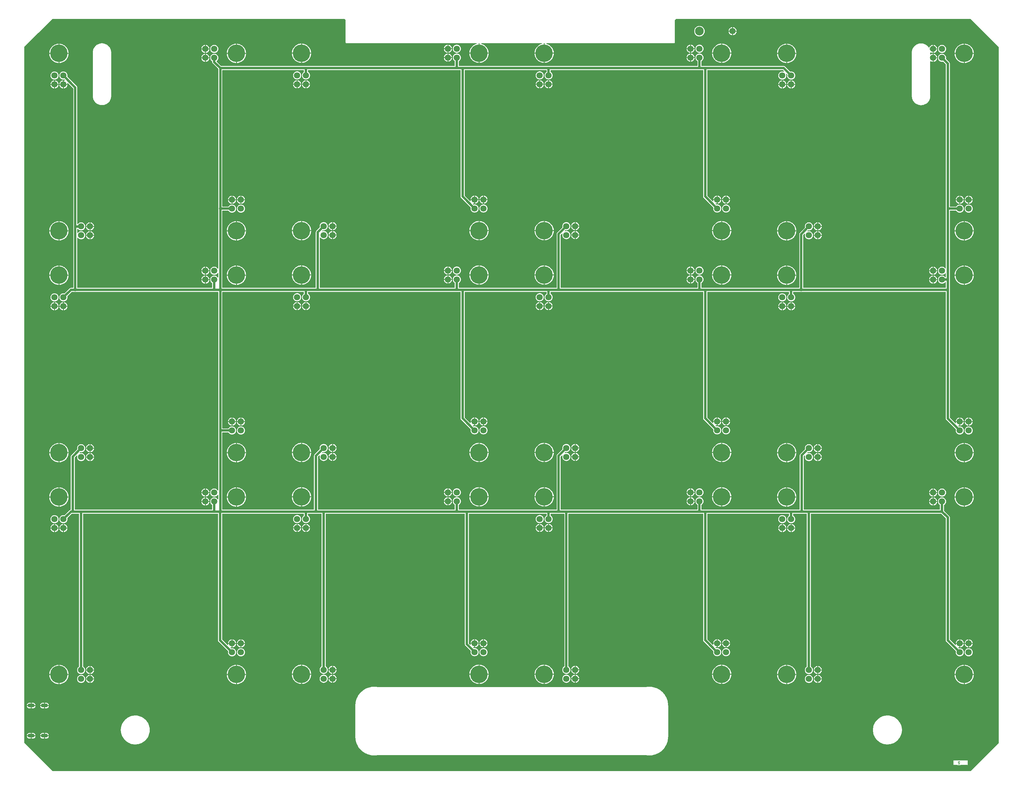
<source format=gbl>
G04 Layer: BottomLayer*
G04 EasyEDA v6.5.34, 2023-09-12 02:39:20*
G04 e94bc10b37974a2b8ebe6637de124c00,5a6b42c53f6a479593ecc07194224c93,10*
G04 Gerber Generator version 0.2*
G04 Scale: 100 percent, Rotated: No, Reflected: No *
G04 Dimensions in millimeters *
G04 leading zeros omitted , absolute positions ,4 integer and 5 decimal *
%FSLAX45Y45*%
%MOMM*%

%ADD10C,0.1524*%
%ADD11C,0.6350*%
%ADD12C,1.8000*%
%ADD13O,1.9999959999999999X1.0999978000000001*%
%ADD14C,5.0000*%
%ADD15C,2.5000*%
%ADD16C,0.0151*%

%LPD*%
G36*
X840435Y25908D02*
G01*
X836574Y26670D01*
X833272Y28905D01*
X28905Y833272D01*
X26670Y836574D01*
X25908Y840435D01*
X25908Y20764347D01*
X26720Y20768259D01*
X28956Y20771612D01*
X833119Y21561196D01*
X836421Y21563330D01*
X840232Y21564092D01*
X9179864Y21564092D01*
X9183725Y21563330D01*
X9187027Y21561094D01*
X9216694Y21531427D01*
X9218930Y21528125D01*
X9219692Y21524264D01*
X9219692Y20892109D01*
X9220504Y20885607D01*
X9222587Y20880070D01*
X9226143Y20874939D01*
X9229140Y20871891D01*
X9232747Y20869249D01*
X9238284Y20866760D01*
X9245752Y20865592D01*
X12964464Y20865592D01*
X12968579Y20864728D01*
X12971983Y20862290D01*
X12974116Y20858683D01*
X12974574Y20854466D01*
X12973354Y20850504D01*
X12970560Y20847304D01*
X12966801Y20845526D01*
X12963804Y20844865D01*
X12941808Y20837702D01*
X12920522Y20828762D01*
X12900050Y20818043D01*
X12880543Y20805648D01*
X12862153Y20791678D01*
X12844932Y20776234D01*
X12829133Y20759369D01*
X12814808Y20741284D01*
X12802006Y20722031D01*
X12790881Y20701762D01*
X12781483Y20680680D01*
X12773863Y20658836D01*
X12768122Y20636484D01*
X12764262Y20613674D01*
X12762433Y20591780D01*
X13025272Y20591780D01*
X13025272Y20855432D01*
X13026085Y20859343D01*
X13028269Y20862594D01*
X13031571Y20864830D01*
X13035432Y20865592D01*
X13040512Y20865592D01*
X13044424Y20864830D01*
X13047726Y20862594D01*
X13049910Y20859343D01*
X13050672Y20855432D01*
X13050672Y20591780D01*
X13313359Y20591780D01*
X13312901Y20602194D01*
X13310006Y20625104D01*
X13305231Y20647710D01*
X13298525Y20669859D01*
X13290042Y20691348D01*
X13279780Y20712023D01*
X13267791Y20731784D01*
X13254228Y20750479D01*
X13239089Y20767954D01*
X13222630Y20784159D01*
X13204799Y20798891D01*
X13185851Y20812048D01*
X13165836Y20823631D01*
X13144906Y20833435D01*
X13123265Y20841512D01*
X13108381Y20845627D01*
X13104723Y20847558D01*
X13102132Y20850758D01*
X13101015Y20854720D01*
X13101574Y20858835D01*
X13103707Y20862340D01*
X13107060Y20864728D01*
X13111124Y20865592D01*
X14828570Y20865592D01*
X14832685Y20864728D01*
X14836089Y20862290D01*
X14838222Y20858683D01*
X14838680Y20854466D01*
X14837460Y20850504D01*
X14834666Y20847304D01*
X14830907Y20845526D01*
X14827910Y20844865D01*
X14805913Y20837702D01*
X14784628Y20828762D01*
X14764156Y20818043D01*
X14744649Y20805648D01*
X14726259Y20791678D01*
X14709038Y20776234D01*
X14693239Y20759369D01*
X14678913Y20741284D01*
X14666112Y20722031D01*
X14654987Y20701762D01*
X14645589Y20680680D01*
X14637969Y20658836D01*
X14632228Y20636484D01*
X14628368Y20613674D01*
X14626539Y20591780D01*
X14889378Y20591780D01*
X14889378Y20855432D01*
X14890191Y20859343D01*
X14892375Y20862594D01*
X14895677Y20864830D01*
X14899538Y20865592D01*
X14904618Y20865592D01*
X14908530Y20864830D01*
X14911832Y20862594D01*
X14914016Y20859343D01*
X14914778Y20855432D01*
X14914778Y20591780D01*
X15177465Y20591780D01*
X15177007Y20602194D01*
X15174112Y20625104D01*
X15169337Y20647710D01*
X15162631Y20669859D01*
X15154148Y20691348D01*
X15143886Y20712023D01*
X15131897Y20731784D01*
X15118334Y20750479D01*
X15103195Y20767954D01*
X15086736Y20784159D01*
X15068905Y20798891D01*
X15049957Y20812048D01*
X15029942Y20823631D01*
X15009012Y20833435D01*
X14987371Y20841512D01*
X14972487Y20845627D01*
X14968829Y20847558D01*
X14966238Y20850758D01*
X14965121Y20854720D01*
X14965680Y20858835D01*
X14967813Y20862340D01*
X14971166Y20864728D01*
X14975230Y20865592D01*
X18617590Y20865592D01*
X18624092Y20866404D01*
X18629630Y20868487D01*
X18634760Y20872043D01*
X18637808Y20875040D01*
X18640450Y20878647D01*
X18642939Y20884184D01*
X18644108Y20891652D01*
X18644108Y21524264D01*
X18644870Y21528125D01*
X18647105Y21531427D01*
X18676772Y21561094D01*
X18680074Y21563330D01*
X18683935Y21564092D01*
X27099564Y21564092D01*
X27103425Y21563330D01*
X27106727Y21561094D01*
X27911094Y20756727D01*
X27913330Y20753425D01*
X27914092Y20749564D01*
X27914092Y840435D01*
X27913330Y836574D01*
X27911094Y833272D01*
X27106727Y28905D01*
X27103425Y26670D01*
X27099564Y25908D01*
X27035760Y25908D01*
X27031848Y26670D01*
X27028597Y28905D01*
X27026362Y32156D01*
X27025600Y36068D01*
X27024838Y32156D01*
X27022602Y28905D01*
X27019351Y26670D01*
X27015439Y25908D01*
G37*

%LPC*%
G36*
X20307300Y21221700D02*
G01*
X20409712Y21221700D01*
X20409560Y21223528D01*
X20406868Y21237803D01*
X20402346Y21251672D01*
X20396149Y21264829D01*
X20388376Y21277122D01*
X20379080Y21288349D01*
X20368463Y21298306D01*
X20356677Y21306840D01*
X20343926Y21313851D01*
X20330414Y21319236D01*
X20316291Y21322842D01*
X20307300Y21323960D01*
G37*
G36*
X27025600Y193040D02*
G01*
X27025600Y329184D01*
X27024584Y330200D01*
X26817320Y330200D01*
X26813967Y330758D01*
X26810360Y332028D01*
X26804061Y332740D01*
X26745488Y332740D01*
X26739189Y332028D01*
X26735582Y330758D01*
X26732230Y330200D01*
X26620215Y330200D01*
X26619200Y329184D01*
X26619200Y204216D01*
X26620215Y203200D01*
X26728115Y203200D01*
X26730909Y202793D01*
X26733753Y201523D01*
X26739189Y199593D01*
X26745488Y198882D01*
X26804061Y198882D01*
X26810360Y199593D01*
X26818640Y202793D01*
X26821485Y203200D01*
X27015439Y203200D01*
X27019351Y202438D01*
X27022602Y200202D01*
X27024838Y196951D01*
G37*
G36*
X20179487Y21221700D02*
G01*
X20281900Y21221700D01*
X20281900Y21323960D01*
X20272908Y21322842D01*
X20258786Y21319236D01*
X20245273Y21313851D01*
X20232522Y21306840D01*
X20220736Y21298306D01*
X20210119Y21288349D01*
X20200823Y21277122D01*
X20193050Y21264829D01*
X20186853Y21251672D01*
X20182332Y21237803D01*
X20179639Y21223528D01*
G37*
G36*
X10037724Y477418D02*
G01*
X10070236Y478383D01*
X10102646Y481330D01*
X10124897Y484581D01*
X17826075Y484479D01*
X17846802Y481330D01*
X17879161Y478383D01*
X17911724Y477418D01*
X17944236Y478383D01*
X17976646Y481330D01*
X18008803Y486206D01*
X18040604Y493064D01*
X18071947Y501802D01*
X18102681Y512419D01*
X18132755Y524865D01*
X18162016Y539089D01*
X18190362Y555091D01*
X18217642Y572719D01*
X18243854Y592023D01*
X18268848Y612851D01*
X18292572Y635152D01*
X18314873Y658825D01*
X18335701Y683818D01*
X18354954Y710031D01*
X18372632Y737362D01*
X18388634Y765708D01*
X18402858Y794969D01*
X18415304Y824992D01*
X18425922Y855776D01*
X18434659Y887120D01*
X18441466Y918921D01*
X18446394Y951077D01*
X18449340Y983487D01*
X18450052Y1005992D01*
X18450610Y1011072D01*
X18450610Y1909927D01*
X18450001Y1915820D01*
X18449340Y1937512D01*
X18446394Y1969922D01*
X18441466Y2002078D01*
X18434659Y2033879D01*
X18425922Y2065223D01*
X18415304Y2096007D01*
X18402858Y2126030D01*
X18388634Y2155291D01*
X18372632Y2183638D01*
X18354954Y2210968D01*
X18335701Y2237181D01*
X18314873Y2262174D01*
X18292572Y2285847D01*
X18268848Y2308148D01*
X18243854Y2328976D01*
X18217642Y2348280D01*
X18190362Y2365908D01*
X18162016Y2381910D01*
X18132755Y2396134D01*
X18102681Y2408580D01*
X18071947Y2419197D01*
X18040604Y2427935D01*
X18008803Y2434793D01*
X17976646Y2439670D01*
X17944236Y2442616D01*
X17911724Y2443581D01*
X17879161Y2442616D01*
X17846802Y2439670D01*
X17824551Y2436418D01*
X10123322Y2436520D01*
X10102596Y2439670D01*
X10070236Y2442616D01*
X10037724Y2443581D01*
X10005161Y2442616D01*
X9972802Y2439670D01*
X9940594Y2434793D01*
X9908794Y2427935D01*
X9877450Y2419197D01*
X9846716Y2408580D01*
X9816642Y2396134D01*
X9787382Y2381910D01*
X9759035Y2365908D01*
X9731756Y2348280D01*
X9705543Y2328976D01*
X9680549Y2308148D01*
X9656826Y2285847D01*
X9634524Y2262174D01*
X9613696Y2237181D01*
X9594443Y2210968D01*
X9576765Y2183638D01*
X9560814Y2155291D01*
X9546539Y2126030D01*
X9534093Y2096007D01*
X9523476Y2065223D01*
X9514738Y2033879D01*
X9507931Y2002078D01*
X9503003Y1969922D01*
X9500057Y1937512D01*
X9499346Y1915058D01*
X9498787Y1909927D01*
X9498787Y1011072D01*
X9499447Y1005128D01*
X9500057Y983487D01*
X9503003Y951077D01*
X9507931Y918921D01*
X9514738Y887120D01*
X9523476Y855776D01*
X9534093Y824992D01*
X9546539Y794969D01*
X9560814Y765708D01*
X9576765Y737362D01*
X9594443Y710031D01*
X9613696Y683818D01*
X9634524Y658825D01*
X9656826Y635152D01*
X9680549Y612851D01*
X9705543Y592023D01*
X9731756Y572719D01*
X9759035Y555091D01*
X9787382Y539089D01*
X9816642Y524865D01*
X9846716Y512419D01*
X9877450Y501802D01*
X9908794Y493064D01*
X9940594Y486206D01*
X9972802Y481330D01*
X10005161Y478383D01*
G37*
G36*
X20307300Y21094039D02*
G01*
X20316291Y21095157D01*
X20330414Y21098764D01*
X20343926Y21104148D01*
X20356677Y21111159D01*
X20368463Y21119693D01*
X20379080Y21129650D01*
X20388376Y21140877D01*
X20396149Y21153170D01*
X20402346Y21166328D01*
X20406868Y21180196D01*
X20409560Y21194471D01*
X20409712Y21196300D01*
X20307300Y21196300D01*
G37*
G36*
X3193288Y793140D02*
G01*
X3221786Y793648D01*
X3250234Y796137D01*
X3278428Y800506D01*
X3306267Y806856D01*
X3333546Y815136D01*
X3360267Y825246D01*
X3386175Y837184D01*
X3411220Y850900D01*
X3435248Y866292D01*
X3458159Y883310D01*
X3479850Y901852D01*
X3500170Y921867D01*
X3519119Y943203D01*
X3536543Y965809D01*
X3552342Y989584D01*
X3566464Y1014374D01*
X3578809Y1040079D01*
X3589426Y1066596D01*
X3598113Y1093774D01*
X3604971Y1121460D01*
X3609848Y1149604D01*
X3612794Y1178001D01*
X3613810Y1206500D01*
X3612794Y1234998D01*
X3609848Y1263396D01*
X3604971Y1291539D01*
X3598113Y1319225D01*
X3589426Y1346403D01*
X3578809Y1372920D01*
X3566464Y1398625D01*
X3552342Y1423416D01*
X3536543Y1447190D01*
X3519119Y1469796D01*
X3500170Y1491132D01*
X3479850Y1511147D01*
X3458159Y1529689D01*
X3435248Y1546707D01*
X3411220Y1562100D01*
X3386175Y1575816D01*
X3360267Y1587754D01*
X3333546Y1597863D01*
X3306267Y1606143D01*
X3278428Y1612493D01*
X3250234Y1616862D01*
X3221786Y1619351D01*
X3193288Y1619859D01*
X3164789Y1618386D01*
X3136442Y1614932D01*
X3108401Y1609547D01*
X3080816Y1602232D01*
X3053791Y1593037D01*
X3027476Y1582013D01*
X3001975Y1569161D01*
X2977438Y1554632D01*
X2953969Y1538427D01*
X2931668Y1520596D01*
X2910636Y1501343D01*
X2890977Y1480616D01*
X2872790Y1458620D01*
X2856179Y1435455D01*
X2841193Y1411122D01*
X2827934Y1385874D01*
X2816453Y1359763D01*
X2806801Y1332890D01*
X2799029Y1305458D01*
X2793136Y1277518D01*
X2789224Y1249222D01*
X2787243Y1220774D01*
X2787243Y1192225D01*
X2789224Y1163777D01*
X2793136Y1135481D01*
X2799029Y1107541D01*
X2806801Y1080109D01*
X2816453Y1053236D01*
X2827934Y1027125D01*
X2841193Y1001877D01*
X2856179Y977544D01*
X2872790Y954379D01*
X2890977Y932383D01*
X2910636Y911656D01*
X2931668Y892403D01*
X2953969Y874572D01*
X2977438Y858367D01*
X3001975Y843838D01*
X3027476Y830986D01*
X3053791Y819962D01*
X3080816Y810768D01*
X3108401Y803452D01*
X3136442Y798068D01*
X3164789Y794613D01*
G37*
G36*
X24719788Y793140D02*
G01*
X24748286Y793648D01*
X24776734Y796137D01*
X24804928Y800506D01*
X24832767Y806856D01*
X24860046Y815136D01*
X24886767Y825246D01*
X24912675Y837184D01*
X24937720Y850900D01*
X24961748Y866292D01*
X24984659Y883310D01*
X25006350Y901852D01*
X25026670Y921867D01*
X25045619Y943203D01*
X25063043Y965809D01*
X25078842Y989584D01*
X25092964Y1014374D01*
X25105309Y1040079D01*
X25115926Y1066596D01*
X25124613Y1093774D01*
X25131471Y1121460D01*
X25136348Y1149604D01*
X25139294Y1178001D01*
X25140310Y1206500D01*
X25139294Y1234998D01*
X25136348Y1263396D01*
X25131471Y1291539D01*
X25124613Y1319225D01*
X25115926Y1346403D01*
X25105309Y1372920D01*
X25092964Y1398625D01*
X25078842Y1423416D01*
X25063043Y1447190D01*
X25045619Y1469796D01*
X25026670Y1491132D01*
X25006350Y1511147D01*
X24984659Y1529689D01*
X24961748Y1546707D01*
X24937720Y1562100D01*
X24912675Y1575816D01*
X24886767Y1587754D01*
X24860046Y1597863D01*
X24832767Y1606143D01*
X24804928Y1612493D01*
X24776734Y1616862D01*
X24748286Y1619351D01*
X24719788Y1619859D01*
X24691289Y1618386D01*
X24662942Y1614932D01*
X24634901Y1609547D01*
X24607316Y1602232D01*
X24580291Y1593037D01*
X24553976Y1582013D01*
X24528475Y1569161D01*
X24503938Y1554632D01*
X24480469Y1538427D01*
X24458168Y1520596D01*
X24437136Y1501343D01*
X24417477Y1480616D01*
X24399290Y1458620D01*
X24382679Y1435455D01*
X24367693Y1411122D01*
X24354434Y1385874D01*
X24342953Y1359763D01*
X24333301Y1332890D01*
X24325529Y1305458D01*
X24319636Y1277518D01*
X24315724Y1249222D01*
X24313743Y1220774D01*
X24313743Y1192225D01*
X24315724Y1163777D01*
X24319636Y1135481D01*
X24325529Y1107541D01*
X24333301Y1080109D01*
X24342953Y1053236D01*
X24354434Y1027125D01*
X24367693Y1001877D01*
X24382679Y977544D01*
X24399290Y954379D01*
X24417477Y932383D01*
X24437136Y911656D01*
X24458168Y892403D01*
X24480469Y874572D01*
X24503938Y858367D01*
X24528475Y843838D01*
X24553976Y830986D01*
X24580291Y819962D01*
X24607316Y810768D01*
X24634901Y803452D01*
X24662942Y798068D01*
X24691289Y794613D01*
G37*
G36*
X613867Y960323D02*
G01*
X645820Y960323D01*
X657656Y961136D01*
X668934Y963625D01*
X679754Y967638D01*
X689914Y973175D01*
X699109Y980084D01*
X707288Y988263D01*
X714197Y997508D01*
X719734Y1007618D01*
X723747Y1018438D01*
X725982Y1028496D01*
X613867Y1028496D01*
G37*
G36*
X176530Y960323D02*
G01*
X208483Y960323D01*
X208483Y1028496D01*
X96367Y1028496D01*
X98552Y1018438D01*
X102616Y1007618D01*
X108102Y997458D01*
X115062Y988263D01*
X123189Y980084D01*
X132435Y973175D01*
X142544Y967638D01*
X153365Y963625D01*
X164642Y961136D01*
G37*
G36*
X556514Y960323D02*
G01*
X588467Y960323D01*
X588467Y1028496D01*
X476351Y1028496D01*
X478535Y1018438D01*
X482600Y1007618D01*
X488137Y997508D01*
X495046Y988263D01*
X503174Y980084D01*
X512419Y973175D01*
X522579Y967638D01*
X533400Y963625D01*
X544626Y961136D01*
G37*
G36*
X233883Y960323D02*
G01*
X265785Y960323D01*
X277672Y961136D01*
X288950Y963625D01*
X299770Y967638D01*
X309880Y973175D01*
X319125Y980084D01*
X327304Y988263D01*
X334213Y997458D01*
X339750Y1007618D01*
X343763Y1018438D01*
X345948Y1028496D01*
X233883Y1028496D01*
G37*
G36*
X613867Y1053896D02*
G01*
X725982Y1053896D01*
X723747Y1064006D01*
X719734Y1074826D01*
X714197Y1084935D01*
X707288Y1094181D01*
X699109Y1102360D01*
X689914Y1109268D01*
X679754Y1114806D01*
X668934Y1118819D01*
X657656Y1121257D01*
X645820Y1122121D01*
X613867Y1122121D01*
G37*
G36*
X96367Y1053896D02*
G01*
X208483Y1053896D01*
X208483Y1122121D01*
X176530Y1122121D01*
X164642Y1121257D01*
X153365Y1118819D01*
X142544Y1114806D01*
X132435Y1109268D01*
X123189Y1102360D01*
X115062Y1094181D01*
X108102Y1084935D01*
X102616Y1074826D01*
X98552Y1064006D01*
G37*
G36*
X233883Y1053896D02*
G01*
X345948Y1053896D01*
X343763Y1064006D01*
X339750Y1074826D01*
X334213Y1084935D01*
X327304Y1094181D01*
X319125Y1102360D01*
X309880Y1109268D01*
X299770Y1114806D01*
X288950Y1118819D01*
X277672Y1121257D01*
X265785Y1122121D01*
X233883Y1122121D01*
G37*
G36*
X476351Y1053896D02*
G01*
X588467Y1053896D01*
X588467Y1122121D01*
X556514Y1122121D01*
X544626Y1121257D01*
X533400Y1118819D01*
X522579Y1114806D01*
X512419Y1109268D01*
X503174Y1102360D01*
X495046Y1094181D01*
X488137Y1084935D01*
X482600Y1074826D01*
X478535Y1064006D01*
G37*
G36*
X613867Y1824278D02*
G01*
X645820Y1824278D01*
X657656Y1825142D01*
X668934Y1827580D01*
X679754Y1831644D01*
X689914Y1837182D01*
X699109Y1844090D01*
X707288Y1852218D01*
X714197Y1861464D01*
X719734Y1871624D01*
X723747Y1882393D01*
X725982Y1892503D01*
X613867Y1892503D01*
G37*
G36*
X233883Y1824278D02*
G01*
X265785Y1824278D01*
X277672Y1825142D01*
X288950Y1827580D01*
X299770Y1831644D01*
X309880Y1837182D01*
X319125Y1844090D01*
X327304Y1852218D01*
X334213Y1861464D01*
X339750Y1871624D01*
X343763Y1882393D01*
X345948Y1892503D01*
X233883Y1892503D01*
G37*
G36*
X556514Y1824278D02*
G01*
X588467Y1824278D01*
X588467Y1892503D01*
X476351Y1892503D01*
X478535Y1882393D01*
X482600Y1871624D01*
X488137Y1861464D01*
X495046Y1852218D01*
X503174Y1844090D01*
X512419Y1837182D01*
X522579Y1831644D01*
X533400Y1827580D01*
X544626Y1825142D01*
G37*
G36*
X176530Y1824278D02*
G01*
X208483Y1824278D01*
X208483Y1892503D01*
X96367Y1892503D01*
X98552Y1882393D01*
X102616Y1871624D01*
X108102Y1861464D01*
X115062Y1852218D01*
X123189Y1844090D01*
X132435Y1837182D01*
X142544Y1831644D01*
X153365Y1827580D01*
X164642Y1825142D01*
G37*
G36*
X233883Y1917903D02*
G01*
X345948Y1917903D01*
X343763Y1928012D01*
X339750Y1938782D01*
X334213Y1948942D01*
X327304Y1958187D01*
X319125Y1966315D01*
X309880Y1973224D01*
X299770Y1978761D01*
X288950Y1982825D01*
X277672Y1985264D01*
X265785Y1986127D01*
X233883Y1986127D01*
G37*
G36*
X476351Y1917903D02*
G01*
X588467Y1917903D01*
X588467Y1986127D01*
X556514Y1986127D01*
X544626Y1985264D01*
X533400Y1982825D01*
X522579Y1978761D01*
X512419Y1973224D01*
X503174Y1966315D01*
X495046Y1958187D01*
X488137Y1948942D01*
X482600Y1938782D01*
X478535Y1928012D01*
G37*
G36*
X96367Y1917903D02*
G01*
X208483Y1917903D01*
X208483Y1986127D01*
X176530Y1986127D01*
X164642Y1985264D01*
X153365Y1982825D01*
X142544Y1978761D01*
X132435Y1973224D01*
X123189Y1966315D01*
X115062Y1958187D01*
X108102Y1948942D01*
X102616Y1938782D01*
X98552Y1928012D01*
G37*
G36*
X613867Y1917903D02*
G01*
X725982Y1917903D01*
X723747Y1928012D01*
X719734Y1938782D01*
X714197Y1948942D01*
X707288Y1958187D01*
X699109Y1966315D01*
X689914Y1973224D01*
X679754Y1978761D01*
X668934Y1982825D01*
X657656Y1985264D01*
X645820Y1986127D01*
X613867Y1986127D01*
G37*
G36*
X20281900Y21094039D02*
G01*
X20281900Y21196300D01*
X20179487Y21196300D01*
X20179639Y21194471D01*
X20182332Y21180196D01*
X20186853Y21166328D01*
X20193050Y21153170D01*
X20200823Y21140877D01*
X20210119Y21129650D01*
X20220736Y21119693D01*
X20232522Y21111159D01*
X20245273Y21104148D01*
X20258786Y21098764D01*
X20272908Y21095157D01*
G37*
G36*
X26936700Y2518562D02*
G01*
X26941322Y2518664D01*
X26964284Y2521051D01*
X26986992Y2525369D01*
X27009242Y2531618D01*
X27030934Y2539644D01*
X27051812Y2549499D01*
X27071827Y2561031D01*
X27090827Y2574239D01*
X27108607Y2588971D01*
X27125117Y2605125D01*
X27140204Y2622600D01*
X27153819Y2641295D01*
X27165757Y2661107D01*
X27176018Y2681782D01*
X27184553Y2703271D01*
X27191208Y2725369D01*
X27196034Y2747975D01*
X27198929Y2770936D01*
X27199336Y2781300D01*
X26936700Y2781300D01*
G37*
G36*
X6108700Y2518562D02*
G01*
X6113322Y2518664D01*
X6136284Y2521051D01*
X6158992Y2525369D01*
X6181242Y2531618D01*
X6202934Y2539644D01*
X6223812Y2549499D01*
X6243828Y2561031D01*
X6262827Y2574239D01*
X6280607Y2588971D01*
X6297117Y2605125D01*
X6312204Y2622600D01*
X6325819Y2641295D01*
X6337757Y2661107D01*
X6348018Y2681782D01*
X6356553Y2703271D01*
X6363208Y2725369D01*
X6368034Y2747975D01*
X6370929Y2770936D01*
X6371336Y2781300D01*
X6108700Y2781300D01*
G37*
G36*
X1028700Y2518562D02*
G01*
X1033322Y2518664D01*
X1056284Y2521051D01*
X1078992Y2525369D01*
X1101242Y2531618D01*
X1122934Y2539644D01*
X1143812Y2549499D01*
X1163828Y2561031D01*
X1182827Y2574239D01*
X1200607Y2588971D01*
X1217117Y2605125D01*
X1232204Y2622600D01*
X1245819Y2641295D01*
X1257757Y2661107D01*
X1268018Y2681782D01*
X1276553Y2703271D01*
X1283208Y2725369D01*
X1288034Y2747975D01*
X1290929Y2770936D01*
X1291336Y2781300D01*
X1028700Y2781300D01*
G37*
G36*
X21856700Y2518562D02*
G01*
X21861322Y2518664D01*
X21884284Y2521051D01*
X21906992Y2525369D01*
X21929242Y2531618D01*
X21950934Y2539644D01*
X21971812Y2549499D01*
X21991828Y2561031D01*
X22010827Y2574239D01*
X22028607Y2588971D01*
X22045117Y2605125D01*
X22060204Y2622600D01*
X22073819Y2641295D01*
X22085757Y2661107D01*
X22096018Y2681782D01*
X22104553Y2703271D01*
X22111208Y2725369D01*
X22116034Y2747975D01*
X22118929Y2770936D01*
X22119336Y2781300D01*
X21856700Y2781300D01*
G37*
G36*
X26911300Y2518613D02*
G01*
X26911300Y2781300D01*
X26648410Y2781300D01*
X26650289Y2759405D01*
X26654150Y2736646D01*
X26659890Y2714244D01*
X26667460Y2692450D01*
X26676858Y2671318D01*
X26687983Y2651099D01*
X26700784Y2631846D01*
X26715161Y2613710D01*
X26730960Y2596896D01*
X26748130Y2581402D01*
X26766520Y2567432D01*
X26786027Y2555087D01*
X26806499Y2544368D01*
X26827835Y2535428D01*
X26849781Y2528265D01*
X26872285Y2522982D01*
X26895145Y2519629D01*
G37*
G36*
X6083300Y2518613D02*
G01*
X6083300Y2781300D01*
X5820410Y2781300D01*
X5822289Y2759405D01*
X5826150Y2736646D01*
X5831890Y2714244D01*
X5839460Y2692450D01*
X5848858Y2671318D01*
X5859983Y2651099D01*
X5872784Y2631846D01*
X5887161Y2613710D01*
X5902960Y2596896D01*
X5920130Y2581402D01*
X5938520Y2567432D01*
X5958027Y2555087D01*
X5978499Y2544368D01*
X5999835Y2535428D01*
X6021781Y2528265D01*
X6044285Y2522982D01*
X6067145Y2519629D01*
G37*
G36*
X21831300Y2518613D02*
G01*
X21831300Y2781300D01*
X21568410Y2781300D01*
X21570289Y2759405D01*
X21574150Y2736646D01*
X21579890Y2714244D01*
X21587460Y2692450D01*
X21596858Y2671318D01*
X21607983Y2651099D01*
X21620784Y2631846D01*
X21635161Y2613710D01*
X21650960Y2596896D01*
X21668130Y2581402D01*
X21686520Y2567432D01*
X21706027Y2555087D01*
X21726499Y2544368D01*
X21747835Y2535428D01*
X21769781Y2528265D01*
X21792285Y2522982D01*
X21815145Y2519629D01*
G37*
G36*
X1003300Y2518613D02*
G01*
X1003300Y2781300D01*
X740410Y2781300D01*
X742289Y2759405D01*
X746150Y2736646D01*
X751890Y2714244D01*
X759460Y2692450D01*
X768858Y2671318D01*
X779983Y2651099D01*
X792784Y2631846D01*
X807161Y2613710D01*
X822960Y2596896D01*
X840130Y2581402D01*
X858519Y2567432D01*
X878027Y2555087D01*
X898499Y2544368D01*
X919835Y2535428D01*
X941781Y2528265D01*
X964285Y2522982D01*
X987145Y2519629D01*
G37*
G36*
X19994778Y2523642D02*
G01*
X19999401Y2523744D01*
X20022413Y2526182D01*
X20045121Y2530500D01*
X20067371Y2536698D01*
X20089012Y2544775D01*
X20109942Y2554579D01*
X20129906Y2566162D01*
X20148905Y2579319D01*
X20166685Y2594051D01*
X20183195Y2610256D01*
X20198334Y2627731D01*
X20211897Y2646426D01*
X20223886Y2666187D01*
X20234148Y2686862D01*
X20242631Y2708351D01*
X20249337Y2730500D01*
X20254112Y2753106D01*
X20257008Y2776016D01*
X20257465Y2786380D01*
X19994778Y2786380D01*
G37*
G36*
X14914778Y2523642D02*
G01*
X14919401Y2523744D01*
X14942413Y2526182D01*
X14965121Y2530500D01*
X14987371Y2536698D01*
X15009012Y2544775D01*
X15029942Y2554579D01*
X15049906Y2566162D01*
X15068905Y2579319D01*
X15086685Y2594051D01*
X15103195Y2610256D01*
X15118334Y2627731D01*
X15131897Y2646426D01*
X15143886Y2666187D01*
X15154148Y2686862D01*
X15162631Y2708351D01*
X15169337Y2730500D01*
X15174112Y2753106D01*
X15177007Y2776016D01*
X15177465Y2786380D01*
X14914778Y2786380D01*
G37*
G36*
X7970672Y2523642D02*
G01*
X7975295Y2523744D01*
X7998307Y2526182D01*
X8021015Y2530500D01*
X8043265Y2536698D01*
X8064906Y2544775D01*
X8085836Y2554579D01*
X8105851Y2566162D01*
X8124799Y2579319D01*
X8142630Y2594051D01*
X8159140Y2610256D01*
X8174228Y2627731D01*
X8187791Y2646426D01*
X8199780Y2666187D01*
X8210042Y2686862D01*
X8218525Y2708351D01*
X8225231Y2730500D01*
X8230006Y2753106D01*
X8232902Y2776016D01*
X8233359Y2786380D01*
X7970672Y2786380D01*
G37*
G36*
X13050672Y2523642D02*
G01*
X13055295Y2523744D01*
X13078307Y2526182D01*
X13101015Y2530500D01*
X13123265Y2536698D01*
X13144906Y2544775D01*
X13165836Y2554579D01*
X13185851Y2566162D01*
X13204799Y2579319D01*
X13222630Y2594051D01*
X13239140Y2610256D01*
X13254228Y2627731D01*
X13267791Y2646426D01*
X13279780Y2666187D01*
X13290042Y2686862D01*
X13298525Y2708351D01*
X13305231Y2730500D01*
X13310006Y2753106D01*
X13312901Y2776016D01*
X13313359Y2786380D01*
X13050672Y2786380D01*
G37*
G36*
X7945272Y2523693D02*
G01*
X7945272Y2786380D01*
X7682433Y2786380D01*
X7684262Y2764536D01*
X7688122Y2741726D01*
X7693863Y2719374D01*
X7701483Y2697530D01*
X7710881Y2676448D01*
X7722006Y2656179D01*
X7734808Y2636926D01*
X7749133Y2618841D01*
X7764983Y2601976D01*
X7782153Y2586532D01*
X7800543Y2572562D01*
X7820050Y2560167D01*
X7840522Y2549448D01*
X7861808Y2540508D01*
X7883804Y2533345D01*
X7906308Y2528112D01*
X7929168Y2524709D01*
G37*
G36*
X19969378Y2523693D02*
G01*
X19969378Y2786380D01*
X19706539Y2786380D01*
X19708368Y2764536D01*
X19712228Y2741726D01*
X19717969Y2719374D01*
X19725589Y2697530D01*
X19734987Y2676448D01*
X19746112Y2656179D01*
X19758914Y2636926D01*
X19773239Y2618841D01*
X19789038Y2601976D01*
X19806208Y2586532D01*
X19824649Y2572562D01*
X19844156Y2560167D01*
X19864628Y2549448D01*
X19885914Y2540508D01*
X19907910Y2533345D01*
X19930414Y2528112D01*
X19953274Y2524709D01*
G37*
G36*
X13025272Y2523693D02*
G01*
X13025272Y2786380D01*
X12762433Y2786380D01*
X12764262Y2764536D01*
X12768122Y2741726D01*
X12773863Y2719374D01*
X12781483Y2697530D01*
X12790881Y2676448D01*
X12802006Y2656179D01*
X12814808Y2636926D01*
X12829133Y2618841D01*
X12844983Y2601976D01*
X12862153Y2586532D01*
X12880543Y2572562D01*
X12900050Y2560167D01*
X12920522Y2549448D01*
X12941808Y2540508D01*
X12963804Y2533345D01*
X12986308Y2528112D01*
X13009168Y2524709D01*
G37*
G36*
X14889378Y2523693D02*
G01*
X14889378Y2786380D01*
X14626539Y2786380D01*
X14628368Y2764536D01*
X14632228Y2741726D01*
X14637969Y2719374D01*
X14645589Y2697530D01*
X14654987Y2676448D01*
X14666112Y2656179D01*
X14678913Y2636926D01*
X14693239Y2618841D01*
X14709038Y2601976D01*
X14726208Y2586532D01*
X14744649Y2572562D01*
X14764156Y2560167D01*
X14784628Y2549448D01*
X14805913Y2540508D01*
X14827910Y2533345D01*
X14850414Y2528112D01*
X14873274Y2524709D01*
G37*
G36*
X1643735Y2551328D02*
G01*
X1658264Y2551328D01*
X1672691Y2553157D01*
X1686814Y2556764D01*
X1700326Y2562148D01*
X1713077Y2569159D01*
X1724863Y2577693D01*
X1735480Y2587650D01*
X1744776Y2598877D01*
X1752549Y2611170D01*
X1758746Y2624328D01*
X1763268Y2638196D01*
X1765960Y2652471D01*
X1766874Y2667000D01*
X1765960Y2681528D01*
X1763268Y2695803D01*
X1758746Y2709672D01*
X1752549Y2722829D01*
X1744776Y2735122D01*
X1735480Y2746349D01*
X1724863Y2756306D01*
X1713077Y2764840D01*
X1700326Y2771851D01*
X1686814Y2777236D01*
X1672691Y2780842D01*
X1658264Y2782671D01*
X1643735Y2782671D01*
X1629308Y2780842D01*
X1615186Y2777236D01*
X1601673Y2771851D01*
X1588922Y2764840D01*
X1577136Y2756306D01*
X1566519Y2746349D01*
X1557223Y2735122D01*
X1549450Y2722829D01*
X1543253Y2709672D01*
X1538732Y2695803D01*
X1536039Y2681528D01*
X1535125Y2667000D01*
X1536039Y2652471D01*
X1538732Y2638196D01*
X1543253Y2624328D01*
X1549450Y2611170D01*
X1557223Y2598877D01*
X1566519Y2587650D01*
X1577136Y2577693D01*
X1588922Y2569159D01*
X1601673Y2562148D01*
X1615186Y2556764D01*
X1629308Y2553157D01*
G37*
G36*
X22471735Y2551328D02*
G01*
X22486264Y2551328D01*
X22500691Y2553157D01*
X22514814Y2556764D01*
X22528326Y2562148D01*
X22541077Y2569159D01*
X22552863Y2577693D01*
X22563480Y2587650D01*
X22572776Y2598877D01*
X22580549Y2611170D01*
X22586746Y2624328D01*
X22591268Y2638196D01*
X22593960Y2652471D01*
X22594874Y2667000D01*
X22593960Y2681528D01*
X22591268Y2695803D01*
X22586746Y2709672D01*
X22580549Y2722829D01*
X22572776Y2735122D01*
X22563480Y2746349D01*
X22552863Y2756306D01*
X22541077Y2764840D01*
X22528326Y2771851D01*
X22514814Y2777236D01*
X22500691Y2780842D01*
X22486264Y2782671D01*
X22471735Y2782671D01*
X22457308Y2780842D01*
X22443186Y2777236D01*
X22429673Y2771851D01*
X22416922Y2764840D01*
X22405136Y2756306D01*
X22394519Y2746349D01*
X22385223Y2735122D01*
X22377450Y2722829D01*
X22371253Y2709672D01*
X22366732Y2695803D01*
X22364039Y2681528D01*
X22363125Y2667000D01*
X22364039Y2652471D01*
X22366732Y2638196D01*
X22371253Y2624328D01*
X22377450Y2611170D01*
X22385223Y2598877D01*
X22394519Y2587650D01*
X22405136Y2577693D01*
X22416922Y2569159D01*
X22429673Y2562148D01*
X22443186Y2556764D01*
X22457308Y2553157D01*
G37*
G36*
X1917700Y2552039D02*
G01*
X1926691Y2553157D01*
X1940814Y2556764D01*
X1954326Y2562148D01*
X1967077Y2569159D01*
X1978863Y2577693D01*
X1989480Y2587650D01*
X1998776Y2598877D01*
X2006549Y2611170D01*
X2012746Y2624328D01*
X2017268Y2638196D01*
X2019960Y2652471D01*
X2020112Y2654300D01*
X1917700Y2654300D01*
G37*
G36*
X1892300Y2552039D02*
G01*
X1892300Y2654300D01*
X1789887Y2654300D01*
X1790039Y2652471D01*
X1792732Y2638196D01*
X1797253Y2624328D01*
X1803450Y2611170D01*
X1811223Y2598877D01*
X1820519Y2587650D01*
X1831136Y2577693D01*
X1842922Y2569159D01*
X1855673Y2562148D01*
X1869186Y2556764D01*
X1883308Y2553157D01*
G37*
G36*
X22720300Y2552039D02*
G01*
X22720300Y2654300D01*
X22617887Y2654300D01*
X22618039Y2652471D01*
X22620732Y2638196D01*
X22625253Y2624328D01*
X22631450Y2611170D01*
X22639223Y2598877D01*
X22648519Y2587650D01*
X22659136Y2577693D01*
X22670922Y2569159D01*
X22683673Y2562148D01*
X22697186Y2556764D01*
X22711308Y2553157D01*
G37*
G36*
X22745700Y2552039D02*
G01*
X22754691Y2553157D01*
X22768814Y2556764D01*
X22782326Y2562148D01*
X22795077Y2569159D01*
X22806863Y2577693D01*
X22817480Y2587650D01*
X22826776Y2598877D01*
X22834549Y2611170D01*
X22840746Y2624328D01*
X22845268Y2638196D01*
X22847960Y2652471D01*
X22848112Y2654300D01*
X22745700Y2654300D01*
G37*
G36*
X8585708Y2556459D02*
G01*
X8600287Y2556459D01*
X8614714Y2558288D01*
X8628786Y2561894D01*
X8642350Y2567228D01*
X8655100Y2574239D01*
X8666886Y2582824D01*
X8677452Y2592781D01*
X8686749Y2604008D01*
X8694572Y2616250D01*
X8700770Y2629458D01*
X8705240Y2643276D01*
X8707983Y2657602D01*
X8708898Y2672080D01*
X8707983Y2686608D01*
X8705240Y2700934D01*
X8700770Y2714752D01*
X8694572Y2727960D01*
X8686749Y2740202D01*
X8677452Y2751429D01*
X8666886Y2761386D01*
X8655100Y2769971D01*
X8642350Y2776982D01*
X8628786Y2782316D01*
X8614714Y2785922D01*
X8600287Y2787751D01*
X8585708Y2787751D01*
X8571280Y2785922D01*
X8557209Y2782316D01*
X8543645Y2776982D01*
X8530894Y2769971D01*
X8519109Y2761386D01*
X8508542Y2751429D01*
X8499246Y2740202D01*
X8491423Y2727960D01*
X8485225Y2714752D01*
X8480755Y2700934D01*
X8478012Y2686608D01*
X8477097Y2672080D01*
X8478012Y2657602D01*
X8480755Y2643276D01*
X8485225Y2629458D01*
X8491423Y2616250D01*
X8499246Y2604008D01*
X8508542Y2592781D01*
X8519109Y2582824D01*
X8530894Y2574239D01*
X8543645Y2567228D01*
X8557209Y2561894D01*
X8571280Y2558288D01*
G37*
G36*
X15529813Y2556459D02*
G01*
X15544393Y2556459D01*
X15558820Y2558288D01*
X15572892Y2561894D01*
X15586456Y2567228D01*
X15599206Y2574239D01*
X15610992Y2582824D01*
X15621558Y2592781D01*
X15630855Y2604008D01*
X15638678Y2616250D01*
X15644876Y2629458D01*
X15649346Y2643276D01*
X15652089Y2657602D01*
X15653004Y2672080D01*
X15652089Y2686608D01*
X15649346Y2700934D01*
X15644876Y2714752D01*
X15638678Y2727960D01*
X15630855Y2740202D01*
X15621558Y2751429D01*
X15610992Y2761386D01*
X15599206Y2769971D01*
X15586456Y2776982D01*
X15572892Y2782316D01*
X15558820Y2785922D01*
X15544393Y2787751D01*
X15529813Y2787751D01*
X15515386Y2785922D01*
X15501315Y2782316D01*
X15487751Y2776982D01*
X15475000Y2769971D01*
X15463215Y2761386D01*
X15452648Y2751429D01*
X15443352Y2740202D01*
X15435529Y2727960D01*
X15429331Y2714752D01*
X15424861Y2700934D01*
X15422118Y2686608D01*
X15421203Y2672080D01*
X15422118Y2657602D01*
X15424861Y2643276D01*
X15429331Y2629458D01*
X15435529Y2616250D01*
X15443352Y2604008D01*
X15452648Y2592781D01*
X15463215Y2582824D01*
X15475000Y2574239D01*
X15487751Y2567228D01*
X15501315Y2561894D01*
X15515386Y2558288D01*
G37*
G36*
X15803829Y2557119D02*
G01*
X15812820Y2558288D01*
X15826892Y2561894D01*
X15840456Y2567228D01*
X15853206Y2574239D01*
X15864992Y2582824D01*
X15875558Y2592781D01*
X15884855Y2604008D01*
X15892678Y2616250D01*
X15898876Y2629458D01*
X15903346Y2643276D01*
X15906089Y2657602D01*
X15906191Y2659380D01*
X15803829Y2659380D01*
G37*
G36*
X8859723Y2557119D02*
G01*
X8868714Y2558288D01*
X8882786Y2561894D01*
X8896350Y2567228D01*
X8909100Y2574239D01*
X8920886Y2582824D01*
X8931452Y2592781D01*
X8940749Y2604008D01*
X8948572Y2616250D01*
X8954770Y2629458D01*
X8959240Y2643276D01*
X8961983Y2657602D01*
X8962085Y2659380D01*
X8859723Y2659380D01*
G37*
G36*
X15778429Y2557119D02*
G01*
X15778429Y2659380D01*
X15676016Y2659380D01*
X15676118Y2657602D01*
X15678861Y2643276D01*
X15683331Y2629458D01*
X15689529Y2616250D01*
X15697352Y2604008D01*
X15706648Y2592781D01*
X15717215Y2582824D01*
X15729000Y2574239D01*
X15741751Y2567228D01*
X15755315Y2561894D01*
X15769386Y2558288D01*
G37*
G36*
X8834323Y2557119D02*
G01*
X8834323Y2659380D01*
X8731910Y2659380D01*
X8732012Y2657602D01*
X8734755Y2643276D01*
X8739225Y2629458D01*
X8745423Y2616250D01*
X8753246Y2604008D01*
X8762542Y2592781D01*
X8773109Y2582824D01*
X8784894Y2574239D01*
X8797645Y2567228D01*
X8811209Y2561894D01*
X8825280Y2558288D01*
G37*
G36*
X1917700Y2679700D02*
G01*
X2020112Y2679700D01*
X2019960Y2681528D01*
X2017268Y2695803D01*
X2012746Y2709672D01*
X2006549Y2722829D01*
X1998776Y2735122D01*
X1989480Y2746349D01*
X1978863Y2756306D01*
X1967077Y2764840D01*
X1954326Y2771851D01*
X1940814Y2777236D01*
X1926691Y2780842D01*
X1917700Y2781960D01*
G37*
G36*
X1789887Y2679700D02*
G01*
X1892300Y2679700D01*
X1892300Y2781960D01*
X1883308Y2780842D01*
X1869186Y2777236D01*
X1855673Y2771851D01*
X1842922Y2764840D01*
X1831136Y2756306D01*
X1820519Y2746349D01*
X1811223Y2735122D01*
X1803450Y2722829D01*
X1797253Y2709672D01*
X1792732Y2695803D01*
X1790039Y2681528D01*
G37*
G36*
X22617887Y2679700D02*
G01*
X22720300Y2679700D01*
X22720300Y2781960D01*
X22711308Y2780842D01*
X22697186Y2777236D01*
X22683673Y2771851D01*
X22670922Y2764840D01*
X22659136Y2756306D01*
X22648519Y2746349D01*
X22639223Y2735122D01*
X22631450Y2722829D01*
X22625253Y2709672D01*
X22620732Y2695803D01*
X22618039Y2681528D01*
G37*
G36*
X22745700Y2679700D02*
G01*
X22848112Y2679700D01*
X22847960Y2681528D01*
X22845268Y2695803D01*
X22840746Y2709672D01*
X22834549Y2722829D01*
X22826776Y2735122D01*
X22817480Y2746349D01*
X22806863Y2756306D01*
X22795077Y2764840D01*
X22782326Y2771851D01*
X22768814Y2777236D01*
X22754691Y2780842D01*
X22745700Y2781960D01*
G37*
G36*
X8859723Y2684780D02*
G01*
X8962085Y2684780D01*
X8961983Y2686608D01*
X8959240Y2700934D01*
X8954770Y2714752D01*
X8948572Y2727960D01*
X8940749Y2740202D01*
X8931452Y2751429D01*
X8920886Y2761386D01*
X8909100Y2769971D01*
X8896350Y2776982D01*
X8882786Y2782316D01*
X8868714Y2785922D01*
X8859723Y2787091D01*
G37*
G36*
X8731910Y2684780D02*
G01*
X8834323Y2684780D01*
X8834323Y2787091D01*
X8825280Y2785922D01*
X8811209Y2782316D01*
X8797645Y2776982D01*
X8784894Y2769971D01*
X8773109Y2761386D01*
X8762542Y2751429D01*
X8753246Y2740202D01*
X8745423Y2727960D01*
X8739225Y2714752D01*
X8734755Y2700934D01*
X8732012Y2686608D01*
G37*
G36*
X15803829Y2684780D02*
G01*
X15906191Y2684780D01*
X15906089Y2686608D01*
X15903346Y2700934D01*
X15898876Y2714752D01*
X15892678Y2727960D01*
X15884855Y2740202D01*
X15875558Y2751429D01*
X15864992Y2761386D01*
X15853206Y2769971D01*
X15840456Y2776982D01*
X15826892Y2782316D01*
X15812820Y2785922D01*
X15803829Y2787091D01*
G37*
G36*
X15676016Y2684780D02*
G01*
X15778429Y2684780D01*
X15778429Y2787091D01*
X15769386Y2785922D01*
X15755315Y2782316D01*
X15741751Y2776982D01*
X15729000Y2769971D01*
X15717215Y2761386D01*
X15706648Y2751429D01*
X15697352Y2740202D01*
X15689529Y2727960D01*
X15683331Y2714752D01*
X15678861Y2700934D01*
X15676118Y2686608D01*
G37*
G36*
X1643735Y2805328D02*
G01*
X1658264Y2805328D01*
X1672691Y2807157D01*
X1686814Y2810764D01*
X1700326Y2816148D01*
X1713077Y2823159D01*
X1724863Y2831693D01*
X1735480Y2841650D01*
X1744776Y2852877D01*
X1752549Y2865170D01*
X1758746Y2878328D01*
X1763268Y2892196D01*
X1765960Y2906471D01*
X1766874Y2921000D01*
X1765960Y2935528D01*
X1763268Y2949803D01*
X1758746Y2963672D01*
X1752549Y2976829D01*
X1744776Y2989122D01*
X1735480Y3000349D01*
X1724863Y3010306D01*
X1712823Y3019044D01*
X1710588Y3021279D01*
X1709166Y3024124D01*
X1708657Y3027222D01*
X1708657Y7387081D01*
X1709420Y7390993D01*
X1711655Y7394244D01*
X1714906Y7396480D01*
X1718818Y7397242D01*
X5558282Y7397242D01*
X5562193Y7396480D01*
X5565444Y7394244D01*
X5567680Y7390993D01*
X5568442Y7387081D01*
X5568442Y3772306D01*
X5569254Y3762400D01*
X5571591Y3753205D01*
X5575401Y3744468D01*
X5580684Y3736441D01*
X5585561Y3730904D01*
X5853226Y3463239D01*
X5855258Y3460394D01*
X5856173Y3456990D01*
X5855868Y3453536D01*
X5855157Y3450691D01*
X5853328Y3436264D01*
X5853328Y3421735D01*
X5855157Y3407308D01*
X5858764Y3393186D01*
X5864148Y3379673D01*
X5871159Y3366922D01*
X5879693Y3355136D01*
X5889650Y3344519D01*
X5900877Y3335223D01*
X5913170Y3327450D01*
X5926328Y3321253D01*
X5940196Y3316732D01*
X5954471Y3314039D01*
X5969000Y3313125D01*
X5983528Y3314039D01*
X5997803Y3316732D01*
X6011672Y3321253D01*
X6024829Y3327450D01*
X6037122Y3335223D01*
X6048349Y3344519D01*
X6058306Y3355136D01*
X6066840Y3366922D01*
X6073851Y3379673D01*
X6079236Y3393186D01*
X6082842Y3407308D01*
X6084671Y3421735D01*
X6084671Y3436264D01*
X6082842Y3450691D01*
X6079236Y3464814D01*
X6073851Y3478326D01*
X6066840Y3491077D01*
X6058306Y3502863D01*
X6048349Y3513480D01*
X6037122Y3522776D01*
X6024829Y3530549D01*
X6011672Y3536746D01*
X5997803Y3541268D01*
X5983528Y3543960D01*
X5969000Y3544874D01*
X5954471Y3543960D01*
X5943904Y3541928D01*
X5940602Y3541877D01*
X5937453Y3542842D01*
X5934811Y3544773D01*
X5923584Y3555949D01*
X5921197Y3559708D01*
X5920689Y3564178D01*
X5922111Y3568446D01*
X5925261Y3571646D01*
X5929477Y3573170D01*
X5933948Y3572764D01*
X5940196Y3570732D01*
X5954471Y3568039D01*
X5956300Y3567887D01*
X5956300Y3670300D01*
X5854039Y3670300D01*
X5855157Y3661308D01*
X5858662Y3647592D01*
X5858814Y3643223D01*
X5857138Y3639210D01*
X5853887Y3636264D01*
X5849670Y3634943D01*
X5845352Y3635552D01*
X5841644Y3637889D01*
X5686755Y3792829D01*
X5684520Y3796080D01*
X5683758Y3799992D01*
X5683758Y7387081D01*
X5684520Y7390993D01*
X5686755Y7394244D01*
X5690006Y7396480D01*
X5693918Y7397242D01*
X8017154Y7397242D01*
X8021066Y7396480D01*
X8024368Y7394244D01*
X8026552Y7390993D01*
X8027314Y7387081D01*
X8027314Y7350099D01*
X8026755Y7346746D01*
X8025130Y7343749D01*
X8022640Y7341514D01*
X8016900Y7337856D01*
X8005673Y7328560D01*
X7995716Y7317994D01*
X7987131Y7306208D01*
X7980121Y7293457D01*
X7974787Y7279894D01*
X7971180Y7265822D01*
X7969351Y7251395D01*
X7969351Y7236815D01*
X7971180Y7222388D01*
X7974787Y7208316D01*
X7980121Y7194753D01*
X7987131Y7182002D01*
X7995716Y7170216D01*
X8005673Y7159650D01*
X8016900Y7150353D01*
X8029143Y7142530D01*
X8042351Y7136333D01*
X8056168Y7131862D01*
X8070494Y7129119D01*
X8085023Y7128205D01*
X8099501Y7129119D01*
X8113826Y7131862D01*
X8127644Y7136333D01*
X8140852Y7142530D01*
X8153095Y7150353D01*
X8164322Y7159650D01*
X8174278Y7170216D01*
X8182864Y7182002D01*
X8189874Y7194753D01*
X8195208Y7208316D01*
X8198815Y7222388D01*
X8200644Y7236815D01*
X8200644Y7251395D01*
X8198815Y7265822D01*
X8195208Y7279894D01*
X8189874Y7293457D01*
X8182864Y7306208D01*
X8174278Y7317994D01*
X8164322Y7328560D01*
X8153095Y7337856D01*
X8147354Y7341514D01*
X8144865Y7343749D01*
X8143240Y7346746D01*
X8142630Y7350099D01*
X8142630Y7387081D01*
X8143443Y7390993D01*
X8145627Y7394244D01*
X8148929Y7396480D01*
X8152790Y7397242D01*
X8525205Y7397242D01*
X8529066Y7396480D01*
X8532368Y7394244D01*
X8534552Y7390993D01*
X8535365Y7387081D01*
X8535365Y3032353D01*
X8534857Y3029204D01*
X8533434Y3026410D01*
X8531148Y3024124D01*
X8519109Y3015386D01*
X8508542Y3005429D01*
X8499246Y2994202D01*
X8491423Y2981960D01*
X8485225Y2968752D01*
X8480755Y2954934D01*
X8478012Y2940608D01*
X8477097Y2926080D01*
X8478012Y2911602D01*
X8480755Y2897276D01*
X8485225Y2883458D01*
X8491423Y2870250D01*
X8499246Y2858008D01*
X8508542Y2846781D01*
X8519109Y2836824D01*
X8530894Y2828239D01*
X8543645Y2821228D01*
X8557209Y2815894D01*
X8571280Y2812288D01*
X8585708Y2810459D01*
X8600287Y2810459D01*
X8614714Y2812288D01*
X8628786Y2815894D01*
X8642350Y2821228D01*
X8655100Y2828239D01*
X8666886Y2836824D01*
X8677452Y2846781D01*
X8686749Y2858008D01*
X8694572Y2870250D01*
X8700770Y2883458D01*
X8705240Y2897276D01*
X8707983Y2911602D01*
X8708898Y2926080D01*
X8707983Y2940608D01*
X8705240Y2954934D01*
X8700770Y2968752D01*
X8694572Y2981960D01*
X8686749Y2994202D01*
X8677452Y3005429D01*
X8666886Y3015386D01*
X8654846Y3024124D01*
X8652611Y3026359D01*
X8651138Y3029204D01*
X8650681Y3032353D01*
X8650681Y7387081D01*
X8651443Y7390993D01*
X8653627Y7394244D01*
X8656929Y7396480D01*
X8660841Y7397242D01*
X12623596Y7397242D01*
X12627457Y7396480D01*
X12630759Y7394244D01*
X12632944Y7390993D01*
X12633756Y7387081D01*
X12633756Y3658006D01*
X12634569Y3648100D01*
X12636906Y3638905D01*
X12640716Y3630168D01*
X12645999Y3622141D01*
X12650876Y3616604D01*
X12796012Y3471418D01*
X12798044Y3468573D01*
X12798958Y3465220D01*
X12798704Y3461715D01*
X12797180Y3455822D01*
X12795351Y3441395D01*
X12795351Y3426815D01*
X12797180Y3412388D01*
X12800787Y3398316D01*
X12806121Y3384753D01*
X12813131Y3372002D01*
X12821716Y3360216D01*
X12831673Y3349650D01*
X12842900Y3340354D01*
X12855143Y3332530D01*
X12868351Y3326333D01*
X12882168Y3321862D01*
X12896494Y3319119D01*
X12911023Y3318205D01*
X12925501Y3319119D01*
X12939826Y3321862D01*
X12953644Y3326333D01*
X12966852Y3332530D01*
X12979095Y3340354D01*
X12990322Y3349650D01*
X13000278Y3360216D01*
X13008863Y3372002D01*
X13015874Y3384753D01*
X13021208Y3398316D01*
X13024815Y3412388D01*
X13026644Y3426815D01*
X13026644Y3441395D01*
X13024815Y3455822D01*
X13021208Y3469894D01*
X13015874Y3483457D01*
X13008863Y3496208D01*
X13000278Y3507994D01*
X12990322Y3518560D01*
X12979095Y3527856D01*
X12966852Y3535679D01*
X12953644Y3541877D01*
X12939826Y3546348D01*
X12925501Y3549091D01*
X12911023Y3550005D01*
X12896494Y3549091D01*
X12889128Y3547668D01*
X12885877Y3547618D01*
X12882727Y3548583D01*
X12880086Y3550462D01*
X12871348Y3559149D01*
X12868960Y3562959D01*
X12868452Y3567429D01*
X12869875Y3571646D01*
X12873024Y3574897D01*
X12877241Y3576421D01*
X12882168Y3575862D01*
X12896494Y3573119D01*
X12898323Y3573018D01*
X12898323Y3675379D01*
X12796012Y3675379D01*
X12797180Y3666388D01*
X12799314Y3657955D01*
X12799466Y3653586D01*
X12797790Y3649522D01*
X12794538Y3646576D01*
X12790322Y3645306D01*
X12786004Y3645865D01*
X12782296Y3648252D01*
X12752019Y3678529D01*
X12749834Y3681780D01*
X12749072Y3685692D01*
X12749072Y7387081D01*
X12749834Y7390993D01*
X12752019Y7394244D01*
X12755321Y7396480D01*
X12759232Y7397242D01*
X14961260Y7397242D01*
X14965172Y7396480D01*
X14968474Y7394244D01*
X14970658Y7390993D01*
X14971420Y7387081D01*
X14971420Y7350099D01*
X14970861Y7346746D01*
X14969236Y7343749D01*
X14966746Y7341514D01*
X14961006Y7337856D01*
X14949779Y7328560D01*
X14939822Y7317994D01*
X14931237Y7306208D01*
X14924227Y7293457D01*
X14918893Y7279894D01*
X14915286Y7265822D01*
X14913457Y7251395D01*
X14913457Y7236815D01*
X14915286Y7222388D01*
X14918893Y7208316D01*
X14924227Y7194753D01*
X14931237Y7182002D01*
X14939822Y7170216D01*
X14949779Y7159650D01*
X14961006Y7150353D01*
X14973249Y7142530D01*
X14986457Y7136333D01*
X15000274Y7131862D01*
X15014600Y7129119D01*
X15029129Y7128205D01*
X15043607Y7129119D01*
X15057932Y7131862D01*
X15071750Y7136333D01*
X15084958Y7142530D01*
X15097201Y7150353D01*
X15108428Y7159650D01*
X15118384Y7170216D01*
X15126969Y7182002D01*
X15133980Y7194753D01*
X15139314Y7208316D01*
X15142921Y7222388D01*
X15144750Y7236815D01*
X15144750Y7251395D01*
X15142921Y7265822D01*
X15139314Y7279894D01*
X15133980Y7293457D01*
X15126969Y7306208D01*
X15118384Y7317994D01*
X15108428Y7328560D01*
X15097201Y7337856D01*
X15091460Y7341514D01*
X15088971Y7343800D01*
X15087295Y7346746D01*
X15086736Y7350099D01*
X15086736Y7387081D01*
X15087549Y7390993D01*
X15089733Y7394244D01*
X15093035Y7396480D01*
X15096896Y7397242D01*
X15469311Y7397242D01*
X15473172Y7396480D01*
X15476474Y7394244D01*
X15478658Y7390993D01*
X15479471Y7387081D01*
X15479471Y3032353D01*
X15478963Y3029204D01*
X15477490Y3026410D01*
X15475254Y3024124D01*
X15463215Y3015386D01*
X15452648Y3005429D01*
X15443352Y2994202D01*
X15435529Y2981960D01*
X15429331Y2968752D01*
X15424861Y2954934D01*
X15422118Y2940608D01*
X15421203Y2926080D01*
X15422118Y2911602D01*
X15424861Y2897276D01*
X15429331Y2883458D01*
X15435529Y2870250D01*
X15443352Y2858008D01*
X15452648Y2846781D01*
X15463215Y2836824D01*
X15475000Y2828239D01*
X15487751Y2821228D01*
X15501315Y2815894D01*
X15515386Y2812288D01*
X15529813Y2810459D01*
X15544393Y2810459D01*
X15558820Y2812288D01*
X15572892Y2815894D01*
X15586456Y2821228D01*
X15599206Y2828239D01*
X15610992Y2836824D01*
X15621558Y2846781D01*
X15630855Y2858008D01*
X15638678Y2870250D01*
X15644876Y2883458D01*
X15649346Y2897276D01*
X15652089Y2911602D01*
X15653004Y2926080D01*
X15652089Y2940608D01*
X15649346Y2954934D01*
X15644876Y2968752D01*
X15638678Y2981960D01*
X15630855Y2994202D01*
X15621558Y3005429D01*
X15610992Y3015386D01*
X15598952Y3024124D01*
X15596717Y3026359D01*
X15595244Y3029204D01*
X15594787Y3032353D01*
X15594787Y7387081D01*
X15595549Y7390993D01*
X15597733Y7394244D01*
X15601035Y7396480D01*
X15604947Y7397242D01*
X19444411Y7397242D01*
X19448272Y7396480D01*
X19451574Y7394244D01*
X19453758Y7390993D01*
X19454571Y7387081D01*
X19454571Y3777437D01*
X19455384Y3767531D01*
X19457720Y3758285D01*
X19461530Y3749598D01*
X19466814Y3741521D01*
X19471640Y3736035D01*
X19739356Y3468319D01*
X19741337Y3465474D01*
X19742251Y3462121D01*
X19741997Y3458616D01*
X19741286Y3455822D01*
X19739457Y3441395D01*
X19739457Y3426815D01*
X19741286Y3412388D01*
X19744893Y3398316D01*
X19750227Y3384753D01*
X19757237Y3372002D01*
X19765822Y3360216D01*
X19775779Y3349650D01*
X19787006Y3340354D01*
X19799249Y3332530D01*
X19812457Y3326333D01*
X19826274Y3321862D01*
X19840600Y3319119D01*
X19855129Y3318205D01*
X19869607Y3319119D01*
X19883932Y3321862D01*
X19897750Y3326333D01*
X19910958Y3332530D01*
X19923201Y3340354D01*
X19934428Y3349650D01*
X19944384Y3360216D01*
X19952970Y3372002D01*
X19959980Y3384753D01*
X19965314Y3398316D01*
X19968921Y3412388D01*
X19970750Y3426815D01*
X19970750Y3441395D01*
X19968921Y3455822D01*
X19965314Y3469894D01*
X19959980Y3483457D01*
X19952970Y3496208D01*
X19944384Y3507994D01*
X19934428Y3518560D01*
X19923201Y3527856D01*
X19910958Y3535679D01*
X19897750Y3541877D01*
X19883932Y3546348D01*
X19869607Y3549091D01*
X19855129Y3550005D01*
X19840600Y3549091D01*
X19829983Y3547059D01*
X19826681Y3546957D01*
X19823582Y3547922D01*
X19820890Y3549853D01*
X19809714Y3561029D01*
X19807326Y3564839D01*
X19806767Y3569309D01*
X19808240Y3573526D01*
X19811339Y3576726D01*
X19815556Y3578301D01*
X19820026Y3577894D01*
X19826274Y3575862D01*
X19840600Y3573119D01*
X19842429Y3573018D01*
X19842429Y3675379D01*
X19740118Y3675379D01*
X19741286Y3666388D01*
X19744791Y3652723D01*
X19744944Y3648303D01*
X19743216Y3644290D01*
X19739965Y3641344D01*
X19735800Y3640074D01*
X19731431Y3640632D01*
X19727773Y3642969D01*
X19572833Y3797909D01*
X19570649Y3801211D01*
X19569887Y3805072D01*
X19569887Y7387081D01*
X19570649Y7390993D01*
X19572833Y7394244D01*
X19576135Y7396480D01*
X19580047Y7397242D01*
X21903182Y7397242D01*
X21907093Y7396480D01*
X21910344Y7394244D01*
X21912580Y7390993D01*
X21913342Y7387081D01*
X21913342Y7344968D01*
X21912783Y7341616D01*
X21911157Y7338669D01*
X21908617Y7336383D01*
X21902877Y7332776D01*
X21891650Y7323480D01*
X21881693Y7312863D01*
X21873159Y7301077D01*
X21866148Y7288326D01*
X21860764Y7274814D01*
X21857157Y7260691D01*
X21855328Y7246264D01*
X21855328Y7231735D01*
X21857157Y7217308D01*
X21860764Y7203186D01*
X21866148Y7189673D01*
X21873159Y7176922D01*
X21881693Y7165136D01*
X21891650Y7154519D01*
X21902877Y7145223D01*
X21915170Y7137450D01*
X21928328Y7131253D01*
X21942196Y7126731D01*
X21956471Y7124039D01*
X21971000Y7123125D01*
X21985528Y7124039D01*
X21999803Y7126731D01*
X22013672Y7131253D01*
X22026829Y7137450D01*
X22039122Y7145223D01*
X22050349Y7154519D01*
X22060306Y7165136D01*
X22068840Y7176922D01*
X22075851Y7189673D01*
X22081236Y7203186D01*
X22084842Y7217308D01*
X22086671Y7231735D01*
X22086671Y7246264D01*
X22084842Y7260691D01*
X22081236Y7274814D01*
X22075851Y7288326D01*
X22068840Y7301077D01*
X22060306Y7312863D01*
X22050349Y7323480D01*
X22039122Y7332776D01*
X22033382Y7336383D01*
X22030842Y7338669D01*
X22029216Y7341616D01*
X22028658Y7344968D01*
X22028658Y7387081D01*
X22029420Y7390993D01*
X22031655Y7394244D01*
X22034906Y7396480D01*
X22038818Y7397242D01*
X22411182Y7397242D01*
X22415093Y7396480D01*
X22418344Y7394244D01*
X22420580Y7390993D01*
X22421342Y7387081D01*
X22421342Y3027222D01*
X22420834Y3024124D01*
X22419411Y3021279D01*
X22417176Y3019044D01*
X22405136Y3010306D01*
X22394519Y3000349D01*
X22385223Y2989122D01*
X22377450Y2976829D01*
X22371253Y2963672D01*
X22366732Y2949803D01*
X22364039Y2935528D01*
X22363125Y2921000D01*
X22364039Y2906471D01*
X22366732Y2892196D01*
X22371253Y2878328D01*
X22377450Y2865170D01*
X22385223Y2852877D01*
X22394519Y2841650D01*
X22405136Y2831693D01*
X22416922Y2823159D01*
X22429673Y2816148D01*
X22443186Y2810764D01*
X22457308Y2807157D01*
X22471735Y2805328D01*
X22486264Y2805328D01*
X22500691Y2807157D01*
X22514814Y2810764D01*
X22528326Y2816148D01*
X22541077Y2823159D01*
X22552863Y2831693D01*
X22563480Y2841650D01*
X22572776Y2852877D01*
X22580549Y2865170D01*
X22586746Y2878328D01*
X22591268Y2892196D01*
X22593960Y2906471D01*
X22594874Y2921000D01*
X22593960Y2935528D01*
X22591268Y2949803D01*
X22586746Y2963672D01*
X22580549Y2976829D01*
X22572776Y2989122D01*
X22563480Y3000349D01*
X22552863Y3010306D01*
X22540823Y3019044D01*
X22538588Y3021279D01*
X22537166Y3024124D01*
X22536658Y3027222D01*
X22536658Y7387081D01*
X22537420Y7390993D01*
X22539655Y7394244D01*
X22542906Y7396480D01*
X22546818Y7397242D01*
X26260907Y7397242D01*
X26264819Y7396480D01*
X26268070Y7394244D01*
X26393444Y7268870D01*
X26395680Y7265619D01*
X26396442Y7261707D01*
X26396442Y3772306D01*
X26397254Y3762400D01*
X26399591Y3753205D01*
X26403401Y3744468D01*
X26408684Y3736441D01*
X26413561Y3730904D01*
X26681226Y3463239D01*
X26683258Y3460394D01*
X26684173Y3456990D01*
X26683868Y3453536D01*
X26683157Y3450691D01*
X26681328Y3436264D01*
X26681328Y3421735D01*
X26683157Y3407308D01*
X26686764Y3393186D01*
X26692148Y3379673D01*
X26699159Y3366922D01*
X26707693Y3355136D01*
X26717650Y3344519D01*
X26728877Y3335223D01*
X26741170Y3327450D01*
X26754327Y3321253D01*
X26768196Y3316732D01*
X26782471Y3314039D01*
X26797000Y3313125D01*
X26811528Y3314039D01*
X26825803Y3316732D01*
X26839672Y3321253D01*
X26852829Y3327450D01*
X26865122Y3335223D01*
X26876349Y3344519D01*
X26886306Y3355136D01*
X26894840Y3366922D01*
X26901851Y3379673D01*
X26907236Y3393186D01*
X26910842Y3407308D01*
X26912671Y3421735D01*
X26912671Y3436264D01*
X26910842Y3450691D01*
X26907236Y3464814D01*
X26901851Y3478326D01*
X26894840Y3491077D01*
X26886306Y3502863D01*
X26876349Y3513480D01*
X26865122Y3522776D01*
X26852829Y3530549D01*
X26839672Y3536746D01*
X26825803Y3541268D01*
X26811528Y3543960D01*
X26797000Y3544874D01*
X26782471Y3543960D01*
X26771904Y3541928D01*
X26768602Y3541877D01*
X26765453Y3542842D01*
X26762811Y3544773D01*
X26751584Y3555949D01*
X26749197Y3559708D01*
X26748689Y3564178D01*
X26750111Y3568446D01*
X26753261Y3571646D01*
X26757477Y3573170D01*
X26761948Y3572764D01*
X26768196Y3570732D01*
X26782471Y3568039D01*
X26784300Y3567887D01*
X26784300Y3670300D01*
X26682039Y3670300D01*
X26683157Y3661308D01*
X26686662Y3647592D01*
X26686814Y3643223D01*
X26685138Y3639210D01*
X26681887Y3636264D01*
X26677670Y3634943D01*
X26673352Y3635552D01*
X26669644Y3637889D01*
X26514755Y3792829D01*
X26512520Y3796080D01*
X26511758Y3799992D01*
X26511758Y7289393D01*
X26510945Y7299299D01*
X26508608Y7308494D01*
X26504798Y7317231D01*
X26499515Y7325258D01*
X26494638Y7330795D01*
X26349655Y7475829D01*
X26347420Y7479080D01*
X26346658Y7482992D01*
X26346658Y7640726D01*
X26347165Y7643875D01*
X26348588Y7646720D01*
X26350823Y7648956D01*
X26362863Y7657693D01*
X26373480Y7667650D01*
X26382776Y7678877D01*
X26390549Y7691170D01*
X26396746Y7704328D01*
X26401268Y7718196D01*
X26403960Y7732471D01*
X26404874Y7747000D01*
X26403960Y7761528D01*
X26401268Y7775803D01*
X26396746Y7789672D01*
X26390549Y7802829D01*
X26382776Y7815122D01*
X26373480Y7826349D01*
X26362863Y7836306D01*
X26351077Y7844840D01*
X26338326Y7851851D01*
X26324814Y7857236D01*
X26310691Y7860842D01*
X26296264Y7862671D01*
X26281735Y7862671D01*
X26267308Y7860842D01*
X26253186Y7857236D01*
X26239673Y7851851D01*
X26226922Y7844840D01*
X26215136Y7836306D01*
X26204519Y7826349D01*
X26195223Y7815122D01*
X26187450Y7802829D01*
X26181253Y7789672D01*
X26176731Y7775803D01*
X26174039Y7761528D01*
X26173125Y7747000D01*
X26174039Y7732471D01*
X26176731Y7718196D01*
X26181253Y7704328D01*
X26187450Y7691170D01*
X26195223Y7678877D01*
X26204519Y7667650D01*
X26215136Y7657693D01*
X26227176Y7648956D01*
X26229411Y7646720D01*
X26230834Y7643875D01*
X26231342Y7640726D01*
X26231342Y7522718D01*
X26230580Y7518806D01*
X26228344Y7515555D01*
X26225093Y7513320D01*
X26221182Y7512558D01*
X22343618Y7512558D01*
X22339706Y7513320D01*
X22336455Y7515555D01*
X22334220Y7518806D01*
X22333458Y7522718D01*
X22333458Y9039707D01*
X22334220Y9043619D01*
X22336455Y9046870D01*
X22351949Y9062415D01*
X22355708Y9064802D01*
X22360178Y9065310D01*
X22364446Y9063888D01*
X22367646Y9060738D01*
X22369170Y9056522D01*
X22368764Y9052052D01*
X22366732Y9045803D01*
X22364039Y9031528D01*
X22363125Y9017000D01*
X22364039Y9002471D01*
X22366732Y8988196D01*
X22371253Y8974328D01*
X22377450Y8961170D01*
X22385223Y8948877D01*
X22394519Y8937650D01*
X22405136Y8927693D01*
X22416922Y8919159D01*
X22429673Y8912148D01*
X22443186Y8906764D01*
X22457308Y8903157D01*
X22471735Y8901328D01*
X22486264Y8901328D01*
X22500691Y8903157D01*
X22514814Y8906764D01*
X22528326Y8912148D01*
X22541077Y8919159D01*
X22552863Y8927693D01*
X22563480Y8937650D01*
X22572776Y8948877D01*
X22580549Y8961170D01*
X22586746Y8974328D01*
X22591268Y8988196D01*
X22593960Y9002471D01*
X22594874Y9017000D01*
X22593960Y9031528D01*
X22591268Y9045803D01*
X22586746Y9059672D01*
X22580549Y9072829D01*
X22572776Y9085122D01*
X22563480Y9096349D01*
X22552863Y9106306D01*
X22541077Y9114840D01*
X22528326Y9121851D01*
X22514814Y9127236D01*
X22500691Y9130842D01*
X22486264Y9132671D01*
X22471735Y9132671D01*
X22457308Y9130842D01*
X22443592Y9127337D01*
X22439223Y9127185D01*
X22435210Y9128861D01*
X22432264Y9132112D01*
X22430943Y9136329D01*
X22431552Y9140647D01*
X22433889Y9144355D01*
X22444760Y9155226D01*
X22447605Y9157258D01*
X22451009Y9158173D01*
X22454463Y9157868D01*
X22457308Y9157157D01*
X22471735Y9155328D01*
X22486264Y9155328D01*
X22500691Y9157157D01*
X22514814Y9160764D01*
X22528326Y9166148D01*
X22541077Y9173159D01*
X22552863Y9181693D01*
X22563480Y9191650D01*
X22572776Y9202877D01*
X22580549Y9215170D01*
X22586746Y9228328D01*
X22591268Y9242196D01*
X22593960Y9256471D01*
X22594874Y9271000D01*
X22593960Y9285528D01*
X22591268Y9299803D01*
X22586746Y9313672D01*
X22580549Y9326829D01*
X22572776Y9339122D01*
X22563480Y9350349D01*
X22552863Y9360306D01*
X22541077Y9368840D01*
X22528326Y9375851D01*
X22514814Y9381236D01*
X22500691Y9384842D01*
X22486264Y9386671D01*
X22471735Y9386671D01*
X22457308Y9384842D01*
X22443186Y9381236D01*
X22429673Y9375851D01*
X22416922Y9368840D01*
X22405136Y9360306D01*
X22394519Y9350349D01*
X22385223Y9339122D01*
X22377450Y9326829D01*
X22371253Y9313672D01*
X22366732Y9299803D01*
X22364039Y9285528D01*
X22363125Y9271000D01*
X22364039Y9256471D01*
X22366071Y9245904D01*
X22366122Y9242602D01*
X22365157Y9239453D01*
X22363226Y9236811D01*
X22235312Y9108846D01*
X22228911Y9101277D01*
X22224034Y9093098D01*
X22220580Y9084259D01*
X22218599Y9074810D01*
X22218142Y9067495D01*
X22218142Y7522718D01*
X22217380Y7518806D01*
X22215144Y7515555D01*
X22211893Y7513320D01*
X22207982Y7512558D01*
X19414896Y7512558D01*
X19411035Y7513320D01*
X19407733Y7515555D01*
X19405549Y7518806D01*
X19404736Y7522718D01*
X19404736Y7645857D01*
X19405244Y7649006D01*
X19406717Y7651800D01*
X19408952Y7654086D01*
X19420992Y7662824D01*
X19431558Y7672781D01*
X19440855Y7684008D01*
X19448678Y7696250D01*
X19454876Y7709458D01*
X19459346Y7723276D01*
X19462089Y7737602D01*
X19463004Y7752080D01*
X19462089Y7766608D01*
X19459346Y7780934D01*
X19454876Y7794752D01*
X19448678Y7807959D01*
X19440855Y7820202D01*
X19431558Y7831429D01*
X19420992Y7841386D01*
X19409206Y7849971D01*
X19396456Y7856981D01*
X19382892Y7862316D01*
X19368820Y7865922D01*
X19354393Y7867751D01*
X19339814Y7867751D01*
X19325386Y7865922D01*
X19311315Y7862316D01*
X19297751Y7856981D01*
X19285000Y7849971D01*
X19273215Y7841386D01*
X19262648Y7831429D01*
X19253352Y7820202D01*
X19245529Y7807959D01*
X19239331Y7794752D01*
X19234861Y7780934D01*
X19232118Y7766608D01*
X19231203Y7752080D01*
X19232118Y7737602D01*
X19234861Y7723276D01*
X19239331Y7709458D01*
X19245529Y7696250D01*
X19253352Y7684008D01*
X19262648Y7672781D01*
X19273215Y7662824D01*
X19285254Y7654086D01*
X19287490Y7651851D01*
X19288963Y7649006D01*
X19289420Y7645857D01*
X19289420Y7522718D01*
X19288658Y7518806D01*
X19286474Y7515555D01*
X19283172Y7513320D01*
X19279260Y7512558D01*
X15385338Y7512558D01*
X15381427Y7513320D01*
X15378125Y7515555D01*
X15375940Y7518806D01*
X15375178Y7522718D01*
X15375178Y9027109D01*
X15375940Y9031020D01*
X15378125Y9034272D01*
X15409468Y9065818D01*
X15413278Y9068257D01*
X15417749Y9068765D01*
X15421965Y9067342D01*
X15425216Y9064244D01*
X15426791Y9060027D01*
X15426334Y9055557D01*
X15424861Y9050934D01*
X15422118Y9036608D01*
X15421203Y9022080D01*
X15422118Y9007602D01*
X15424861Y8993276D01*
X15429331Y8979458D01*
X15435529Y8966250D01*
X15443352Y8954008D01*
X15452648Y8942781D01*
X15463215Y8932824D01*
X15475000Y8924239D01*
X15487751Y8917228D01*
X15501315Y8911894D01*
X15515386Y8908288D01*
X15529813Y8906459D01*
X15544393Y8906459D01*
X15558820Y8908288D01*
X15572892Y8911894D01*
X15586456Y8917228D01*
X15599206Y8924239D01*
X15610992Y8932824D01*
X15621558Y8942781D01*
X15630855Y8954008D01*
X15638678Y8966250D01*
X15644876Y8979458D01*
X15649346Y8993276D01*
X15652089Y9007602D01*
X15653004Y9022080D01*
X15652089Y9036608D01*
X15649346Y9050934D01*
X15644876Y9064752D01*
X15638678Y9077960D01*
X15630855Y9090202D01*
X15621558Y9101429D01*
X15610992Y9111386D01*
X15599206Y9119971D01*
X15586456Y9126982D01*
X15572892Y9132316D01*
X15558820Y9135922D01*
X15544393Y9137751D01*
X15529813Y9137751D01*
X15515386Y9135922D01*
X15502534Y9132620D01*
X15498165Y9132468D01*
X15494152Y9134195D01*
X15491206Y9137446D01*
X15489885Y9141612D01*
X15490444Y9145930D01*
X15492831Y9149638D01*
X15503296Y9160205D01*
X15506141Y9162237D01*
X15509544Y9163151D01*
X15513050Y9162897D01*
X15515386Y9162288D01*
X15529813Y9160459D01*
X15544393Y9160459D01*
X15558820Y9162288D01*
X15572892Y9165894D01*
X15586456Y9171228D01*
X15599206Y9178239D01*
X15610992Y9186824D01*
X15621558Y9196781D01*
X15630855Y9208008D01*
X15638678Y9220250D01*
X15644876Y9233458D01*
X15649346Y9247276D01*
X15652089Y9261602D01*
X15653004Y9276080D01*
X15652089Y9290608D01*
X15649346Y9304934D01*
X15644876Y9318752D01*
X15638678Y9331960D01*
X15630855Y9344202D01*
X15621558Y9355429D01*
X15610992Y9365386D01*
X15599206Y9373971D01*
X15586456Y9380982D01*
X15572892Y9386316D01*
X15558820Y9389922D01*
X15544393Y9391751D01*
X15529813Y9391751D01*
X15515386Y9389922D01*
X15501315Y9386316D01*
X15487751Y9380982D01*
X15475000Y9373971D01*
X15463215Y9365386D01*
X15452648Y9355429D01*
X15443352Y9344202D01*
X15435529Y9331960D01*
X15429331Y9318752D01*
X15424861Y9304934D01*
X15422118Y9290608D01*
X15421203Y9276080D01*
X15422118Y9261602D01*
X15424251Y9250527D01*
X15424353Y9247225D01*
X15423388Y9244126D01*
X15421457Y9241434D01*
X15276931Y9096044D01*
X15270530Y9088424D01*
X15265654Y9080246D01*
X15262250Y9071406D01*
X15260269Y9061958D01*
X15259862Y9054795D01*
X15259862Y7522718D01*
X15259050Y7518806D01*
X15256865Y7515555D01*
X15253563Y7513320D01*
X15249702Y7512558D01*
X12470790Y7512558D01*
X12466929Y7513320D01*
X12463627Y7515555D01*
X12461443Y7518806D01*
X12460630Y7522718D01*
X12460630Y7645857D01*
X12461138Y7649006D01*
X12462611Y7651851D01*
X12464846Y7654086D01*
X12476886Y7662824D01*
X12487452Y7672781D01*
X12496749Y7684008D01*
X12504572Y7696250D01*
X12510770Y7709458D01*
X12515240Y7723276D01*
X12517983Y7737602D01*
X12518898Y7752080D01*
X12517983Y7766608D01*
X12515240Y7780934D01*
X12510770Y7794752D01*
X12504572Y7807959D01*
X12496749Y7820202D01*
X12487452Y7831429D01*
X12476886Y7841386D01*
X12465100Y7849971D01*
X12452350Y7856981D01*
X12438786Y7862316D01*
X12424714Y7865922D01*
X12410287Y7867751D01*
X12395708Y7867751D01*
X12381280Y7865922D01*
X12367209Y7862316D01*
X12353645Y7856981D01*
X12340894Y7849971D01*
X12329109Y7841386D01*
X12318542Y7831429D01*
X12309246Y7820202D01*
X12301423Y7807959D01*
X12295225Y7794752D01*
X12290755Y7780934D01*
X12288012Y7766608D01*
X12287097Y7752080D01*
X12288012Y7737602D01*
X12290755Y7723276D01*
X12295225Y7709458D01*
X12301423Y7696250D01*
X12309246Y7684008D01*
X12318542Y7672781D01*
X12329109Y7662824D01*
X12341148Y7654086D01*
X12343384Y7651851D01*
X12344857Y7649006D01*
X12345314Y7645857D01*
X12345314Y7522718D01*
X12344552Y7518806D01*
X12342368Y7515555D01*
X12339066Y7513320D01*
X12335154Y7512558D01*
X8441232Y7512558D01*
X8437321Y7513320D01*
X8434019Y7515555D01*
X8431834Y7518806D01*
X8431072Y7522718D01*
X8431072Y9027109D01*
X8431834Y9031020D01*
X8434019Y9034272D01*
X8465362Y9065818D01*
X8469172Y9068257D01*
X8473643Y9068765D01*
X8477859Y9067342D01*
X8481110Y9064193D01*
X8482634Y9060027D01*
X8482228Y9055557D01*
X8480755Y9050934D01*
X8478012Y9036608D01*
X8477097Y9022080D01*
X8478012Y9007602D01*
X8480755Y8993276D01*
X8485225Y8979458D01*
X8491423Y8966250D01*
X8499246Y8954008D01*
X8508542Y8942781D01*
X8519109Y8932824D01*
X8530894Y8924239D01*
X8543645Y8917228D01*
X8557209Y8911894D01*
X8571280Y8908288D01*
X8585708Y8906459D01*
X8600287Y8906459D01*
X8614714Y8908288D01*
X8628786Y8911894D01*
X8642350Y8917228D01*
X8655100Y8924239D01*
X8666886Y8932824D01*
X8677452Y8942781D01*
X8686749Y8954008D01*
X8694572Y8966250D01*
X8700770Y8979458D01*
X8705240Y8993276D01*
X8707983Y9007602D01*
X8708898Y9022080D01*
X8707983Y9036608D01*
X8705240Y9050934D01*
X8700770Y9064752D01*
X8694572Y9077960D01*
X8686749Y9090202D01*
X8677452Y9101429D01*
X8666886Y9111386D01*
X8655100Y9119971D01*
X8642350Y9126982D01*
X8628786Y9132316D01*
X8614714Y9135922D01*
X8600287Y9137751D01*
X8585708Y9137751D01*
X8571280Y9135922D01*
X8558428Y9132620D01*
X8554059Y9132468D01*
X8550046Y9134195D01*
X8547100Y9137446D01*
X8545779Y9141612D01*
X8546388Y9145930D01*
X8548725Y9149638D01*
X8559190Y9160205D01*
X8562035Y9162237D01*
X8565438Y9163151D01*
X8568944Y9162897D01*
X8571280Y9162288D01*
X8585708Y9160459D01*
X8600287Y9160459D01*
X8614714Y9162288D01*
X8628786Y9165894D01*
X8642350Y9171228D01*
X8655100Y9178239D01*
X8666886Y9186824D01*
X8677452Y9196781D01*
X8686749Y9208008D01*
X8694572Y9220250D01*
X8700770Y9233458D01*
X8705240Y9247276D01*
X8707983Y9261602D01*
X8708898Y9276080D01*
X8707983Y9290608D01*
X8705240Y9304934D01*
X8700770Y9318752D01*
X8694572Y9331960D01*
X8686749Y9344202D01*
X8677452Y9355429D01*
X8666886Y9365386D01*
X8655100Y9373971D01*
X8642350Y9380982D01*
X8628786Y9386316D01*
X8614714Y9389922D01*
X8600287Y9391751D01*
X8585708Y9391751D01*
X8571280Y9389922D01*
X8557209Y9386316D01*
X8543645Y9380982D01*
X8530894Y9373971D01*
X8519109Y9365386D01*
X8508542Y9355429D01*
X8499246Y9344202D01*
X8491423Y9331960D01*
X8485225Y9318752D01*
X8480755Y9304934D01*
X8478012Y9290608D01*
X8477097Y9276080D01*
X8478012Y9261602D01*
X8480145Y9250527D01*
X8480247Y9247225D01*
X8479282Y9244126D01*
X8477351Y9241434D01*
X8332825Y9096044D01*
X8326424Y9088424D01*
X8321548Y9080246D01*
X8318144Y9071406D01*
X8316163Y9061958D01*
X8315756Y9054795D01*
X8315756Y7522718D01*
X8314944Y7518806D01*
X8312759Y7515555D01*
X8309457Y7513320D01*
X8305596Y7512558D01*
X5700725Y7512558D01*
X5696813Y7513320D01*
X5693511Y7515555D01*
X5691327Y7518806D01*
X5690565Y7522718D01*
X5690565Y9711182D01*
X5691327Y9715093D01*
X5693511Y9718344D01*
X5696813Y9720580D01*
X5700725Y9721342D01*
X5862777Y9721342D01*
X5865876Y9720834D01*
X5868720Y9719411D01*
X5870956Y9717176D01*
X5879693Y9705136D01*
X5889650Y9694519D01*
X5900877Y9685223D01*
X5913170Y9677450D01*
X5926328Y9671253D01*
X5940196Y9666732D01*
X5954471Y9664039D01*
X5969000Y9663125D01*
X5983528Y9664039D01*
X5997803Y9666732D01*
X6011672Y9671253D01*
X6024829Y9677450D01*
X6037122Y9685223D01*
X6048349Y9694519D01*
X6058306Y9705136D01*
X6066840Y9716922D01*
X6073851Y9729673D01*
X6079236Y9743186D01*
X6082842Y9757308D01*
X6084671Y9771735D01*
X6084671Y9786264D01*
X6082842Y9800691D01*
X6079236Y9814814D01*
X6073851Y9828326D01*
X6066840Y9841077D01*
X6058306Y9852863D01*
X6048349Y9863480D01*
X6037122Y9872776D01*
X6024829Y9880549D01*
X6011672Y9886746D01*
X5997803Y9891268D01*
X5983528Y9893960D01*
X5969000Y9894874D01*
X5954471Y9893960D01*
X5940196Y9891268D01*
X5926328Y9886746D01*
X5913170Y9880549D01*
X5900877Y9872776D01*
X5889650Y9863480D01*
X5879693Y9852863D01*
X5870956Y9840823D01*
X5868720Y9838588D01*
X5865876Y9837166D01*
X5862777Y9836658D01*
X5700725Y9836658D01*
X5696813Y9837420D01*
X5693511Y9839655D01*
X5691327Y9842906D01*
X5690565Y9846818D01*
X5690565Y13737082D01*
X5691327Y13740993D01*
X5693511Y13744244D01*
X5696813Y13746480D01*
X5700725Y13747242D01*
X8017154Y13747242D01*
X8021066Y13746480D01*
X8024368Y13744244D01*
X8026552Y13740993D01*
X8027314Y13737082D01*
X8027314Y13700099D01*
X8026755Y13696746D01*
X8025130Y13693749D01*
X8022640Y13691514D01*
X8016900Y13687856D01*
X8005673Y13678560D01*
X7995716Y13667994D01*
X7987131Y13656208D01*
X7980121Y13643457D01*
X7974787Y13629894D01*
X7971180Y13615822D01*
X7969351Y13601395D01*
X7969351Y13586815D01*
X7971180Y13572388D01*
X7974787Y13558316D01*
X7980121Y13544753D01*
X7987131Y13532002D01*
X7995716Y13520216D01*
X8005673Y13509650D01*
X8016900Y13500354D01*
X8029143Y13492530D01*
X8042351Y13486333D01*
X8056168Y13481862D01*
X8070494Y13479119D01*
X8085023Y13478205D01*
X8099501Y13479119D01*
X8113826Y13481862D01*
X8127644Y13486333D01*
X8140852Y13492530D01*
X8153095Y13500354D01*
X8164322Y13509650D01*
X8174278Y13520216D01*
X8182864Y13532002D01*
X8189874Y13544753D01*
X8195208Y13558316D01*
X8198815Y13572388D01*
X8200644Y13586815D01*
X8200644Y13601395D01*
X8198815Y13615822D01*
X8195208Y13629894D01*
X8189874Y13643457D01*
X8182864Y13656208D01*
X8174278Y13667994D01*
X8164322Y13678560D01*
X8153095Y13687856D01*
X8147354Y13691514D01*
X8144865Y13693749D01*
X8143240Y13696746D01*
X8142630Y13700099D01*
X8142630Y13737082D01*
X8143443Y13740993D01*
X8145627Y13744244D01*
X8148929Y13746480D01*
X8152790Y13747242D01*
X12500305Y13747242D01*
X12504166Y13746480D01*
X12507468Y13744244D01*
X12509652Y13740993D01*
X12510465Y13737082D01*
X12510465Y10127437D01*
X12511278Y10117531D01*
X12513614Y10108285D01*
X12517424Y10099598D01*
X12522708Y10091521D01*
X12527534Y10086035D01*
X12795250Y9818319D01*
X12797231Y9815474D01*
X12798145Y9812121D01*
X12797891Y9808616D01*
X12797180Y9805822D01*
X12795351Y9791395D01*
X12795351Y9776815D01*
X12797180Y9762388D01*
X12800787Y9748316D01*
X12806121Y9734753D01*
X12813131Y9722002D01*
X12821716Y9710216D01*
X12831673Y9699650D01*
X12842900Y9690354D01*
X12855143Y9682530D01*
X12868351Y9676333D01*
X12882168Y9671862D01*
X12896494Y9669119D01*
X12911023Y9668205D01*
X12925501Y9669119D01*
X12939826Y9671862D01*
X12953644Y9676333D01*
X12966852Y9682530D01*
X12979095Y9690354D01*
X12990322Y9699650D01*
X13000278Y9710216D01*
X13008863Y9722002D01*
X13015874Y9734753D01*
X13021208Y9748316D01*
X13024815Y9762388D01*
X13026644Y9776815D01*
X13026644Y9791395D01*
X13024815Y9805822D01*
X13021208Y9819894D01*
X13015874Y9833457D01*
X13008863Y9846208D01*
X13000278Y9857994D01*
X12990322Y9868560D01*
X12979095Y9877856D01*
X12966852Y9885680D01*
X12953644Y9891877D01*
X12939826Y9896348D01*
X12925501Y9899091D01*
X12911023Y9900005D01*
X12896494Y9899091D01*
X12885877Y9897059D01*
X12882575Y9896957D01*
X12879476Y9897922D01*
X12876784Y9899853D01*
X12865608Y9911029D01*
X12863220Y9914839D01*
X12862661Y9919309D01*
X12864134Y9923526D01*
X12867233Y9926726D01*
X12871450Y9928301D01*
X12875920Y9927894D01*
X12882168Y9925862D01*
X12896494Y9923119D01*
X12898323Y9923018D01*
X12898323Y10025380D01*
X12796012Y10025380D01*
X12797180Y10016388D01*
X12800685Y10002723D01*
X12800838Y9998303D01*
X12799110Y9994290D01*
X12795859Y9991344D01*
X12791694Y9990074D01*
X12787325Y9990632D01*
X12783667Y9992969D01*
X12628727Y10147909D01*
X12626543Y10151211D01*
X12625781Y10155072D01*
X12625781Y13737082D01*
X12626543Y13740993D01*
X12628727Y13744244D01*
X12632029Y13746480D01*
X12635941Y13747242D01*
X14961260Y13747242D01*
X14965172Y13746480D01*
X14968474Y13744244D01*
X14970658Y13740993D01*
X14971420Y13737082D01*
X14971420Y13700099D01*
X14970861Y13696746D01*
X14969236Y13693749D01*
X14966746Y13691514D01*
X14961006Y13687856D01*
X14949779Y13678560D01*
X14939822Y13667994D01*
X14931237Y13656208D01*
X14924227Y13643457D01*
X14918893Y13629894D01*
X14915286Y13615822D01*
X14913457Y13601395D01*
X14913457Y13586815D01*
X14915286Y13572388D01*
X14918893Y13558316D01*
X14924227Y13544753D01*
X14931237Y13532002D01*
X14939822Y13520216D01*
X14949779Y13509650D01*
X14961006Y13500354D01*
X14973249Y13492530D01*
X14986457Y13486333D01*
X15000274Y13481862D01*
X15014600Y13479119D01*
X15029129Y13478205D01*
X15043607Y13479119D01*
X15057932Y13481862D01*
X15071750Y13486333D01*
X15084958Y13492530D01*
X15097201Y13500354D01*
X15108428Y13509650D01*
X15118384Y13520216D01*
X15126969Y13532002D01*
X15133980Y13544753D01*
X15139314Y13558316D01*
X15142921Y13572388D01*
X15144750Y13586815D01*
X15144750Y13601395D01*
X15142921Y13615822D01*
X15139314Y13629894D01*
X15133980Y13643457D01*
X15126969Y13656208D01*
X15118384Y13667994D01*
X15108428Y13678560D01*
X15097201Y13687856D01*
X15091460Y13691514D01*
X15088971Y13693800D01*
X15087295Y13696746D01*
X15086736Y13700099D01*
X15086736Y13737082D01*
X15087549Y13740993D01*
X15089733Y13744244D01*
X15093035Y13746480D01*
X15096896Y13747242D01*
X19444411Y13747242D01*
X19448272Y13746480D01*
X19451574Y13744244D01*
X19453758Y13740993D01*
X19454571Y13737082D01*
X19454571Y10127437D01*
X19455384Y10117531D01*
X19457720Y10108285D01*
X19461530Y10099598D01*
X19466814Y10091521D01*
X19471640Y10086035D01*
X19739356Y9818319D01*
X19741337Y9815474D01*
X19742251Y9812121D01*
X19741997Y9808616D01*
X19741286Y9805822D01*
X19739457Y9791395D01*
X19739457Y9776815D01*
X19741286Y9762388D01*
X19744893Y9748316D01*
X19750227Y9734753D01*
X19757237Y9722002D01*
X19765822Y9710216D01*
X19775779Y9699650D01*
X19787006Y9690354D01*
X19799249Y9682530D01*
X19812457Y9676333D01*
X19826274Y9671862D01*
X19840600Y9669119D01*
X19855129Y9668205D01*
X19869607Y9669119D01*
X19883932Y9671862D01*
X19897750Y9676333D01*
X19910958Y9682530D01*
X19923201Y9690354D01*
X19934428Y9699650D01*
X19944384Y9710216D01*
X19952970Y9722002D01*
X19959980Y9734753D01*
X19965314Y9748316D01*
X19968921Y9762388D01*
X19970750Y9776815D01*
X19970750Y9791395D01*
X19968921Y9805822D01*
X19965314Y9819894D01*
X19959980Y9833457D01*
X19952970Y9846208D01*
X19944384Y9857994D01*
X19934428Y9868560D01*
X19923201Y9877856D01*
X19910958Y9885680D01*
X19897750Y9891877D01*
X19883932Y9896348D01*
X19869607Y9899091D01*
X19855129Y9900005D01*
X19840600Y9899091D01*
X19829983Y9897059D01*
X19826681Y9896957D01*
X19823582Y9897922D01*
X19820890Y9899853D01*
X19809714Y9911029D01*
X19807326Y9914839D01*
X19806767Y9919309D01*
X19808240Y9923526D01*
X19811339Y9926726D01*
X19815556Y9928301D01*
X19820026Y9927894D01*
X19826274Y9925862D01*
X19840600Y9923119D01*
X19842429Y9923018D01*
X19842429Y10025380D01*
X19740118Y10025380D01*
X19741286Y10016388D01*
X19744791Y10002723D01*
X19744944Y9998303D01*
X19743216Y9994290D01*
X19739965Y9991344D01*
X19735800Y9990074D01*
X19731431Y9990632D01*
X19727773Y9992969D01*
X19572833Y10147909D01*
X19570649Y10151211D01*
X19569887Y10155072D01*
X19569887Y13737082D01*
X19570649Y13740993D01*
X19572833Y13744244D01*
X19576135Y13746480D01*
X19580047Y13747242D01*
X21903182Y13747242D01*
X21907093Y13746480D01*
X21910344Y13744244D01*
X21912580Y13740993D01*
X21913342Y13737082D01*
X21913342Y13694968D01*
X21912783Y13691616D01*
X21911157Y13688669D01*
X21908617Y13686383D01*
X21902877Y13682776D01*
X21891650Y13673480D01*
X21881693Y13662863D01*
X21873159Y13651077D01*
X21866148Y13638326D01*
X21860764Y13624813D01*
X21857157Y13610691D01*
X21855328Y13596264D01*
X21855328Y13581735D01*
X21857157Y13567308D01*
X21860764Y13553186D01*
X21866148Y13539673D01*
X21873159Y13526922D01*
X21881693Y13515136D01*
X21891650Y13504519D01*
X21902877Y13495223D01*
X21915170Y13487450D01*
X21928328Y13481253D01*
X21942196Y13476732D01*
X21956471Y13474039D01*
X21971000Y13473125D01*
X21985528Y13474039D01*
X21999803Y13476732D01*
X22013672Y13481253D01*
X22026829Y13487450D01*
X22039122Y13495223D01*
X22050349Y13504519D01*
X22060306Y13515136D01*
X22068840Y13526922D01*
X22075851Y13539673D01*
X22081236Y13553186D01*
X22084842Y13567308D01*
X22086671Y13581735D01*
X22086671Y13596264D01*
X22084842Y13610691D01*
X22081236Y13624813D01*
X22075851Y13638326D01*
X22068840Y13651077D01*
X22060306Y13662863D01*
X22050349Y13673480D01*
X22039122Y13682776D01*
X22033382Y13686383D01*
X22030842Y13688669D01*
X22029216Y13691616D01*
X22028658Y13694968D01*
X22028658Y13737082D01*
X22029420Y13740993D01*
X22031655Y13744244D01*
X22034906Y13746480D01*
X22038818Y13747242D01*
X22233940Y13747242D01*
X22237242Y13746683D01*
X22245269Y13743940D01*
X22254616Y13742365D01*
X22264166Y13742365D01*
X22273564Y13743940D01*
X22281591Y13746683D01*
X22284893Y13747242D01*
X26386282Y13747242D01*
X26390193Y13746480D01*
X26393444Y13744244D01*
X26395680Y13740993D01*
X26396442Y13737082D01*
X26396442Y10122306D01*
X26397254Y10112400D01*
X26399591Y10103205D01*
X26403401Y10094468D01*
X26408684Y10086441D01*
X26413561Y10080904D01*
X26681226Y9813239D01*
X26683258Y9810394D01*
X26684173Y9806990D01*
X26683868Y9803536D01*
X26683157Y9800691D01*
X26681328Y9786264D01*
X26681328Y9771735D01*
X26683157Y9757308D01*
X26686764Y9743186D01*
X26692148Y9729673D01*
X26699159Y9716922D01*
X26707693Y9705136D01*
X26717650Y9694519D01*
X26728877Y9685223D01*
X26741170Y9677450D01*
X26754327Y9671253D01*
X26768196Y9666732D01*
X26782471Y9664039D01*
X26797000Y9663125D01*
X26811528Y9664039D01*
X26825803Y9666732D01*
X26839672Y9671253D01*
X26852829Y9677450D01*
X26865122Y9685223D01*
X26876349Y9694519D01*
X26886306Y9705136D01*
X26894840Y9716922D01*
X26901851Y9729673D01*
X26907236Y9743186D01*
X26910842Y9757308D01*
X26912671Y9771735D01*
X26912671Y9786264D01*
X26910842Y9800691D01*
X26907236Y9814814D01*
X26901851Y9828326D01*
X26894840Y9841077D01*
X26886306Y9852863D01*
X26876349Y9863480D01*
X26865122Y9872776D01*
X26852829Y9880549D01*
X26839672Y9886746D01*
X26825803Y9891268D01*
X26811528Y9893960D01*
X26797000Y9894874D01*
X26782471Y9893960D01*
X26771904Y9891928D01*
X26768602Y9891877D01*
X26765453Y9892842D01*
X26762811Y9894773D01*
X26751584Y9905949D01*
X26749197Y9909708D01*
X26748689Y9914178D01*
X26750111Y9918446D01*
X26753261Y9921646D01*
X26757477Y9923170D01*
X26761948Y9922764D01*
X26768196Y9920732D01*
X26782471Y9918039D01*
X26784300Y9917887D01*
X26784300Y10020300D01*
X26682039Y10020300D01*
X26683157Y10011308D01*
X26686662Y9997592D01*
X26686814Y9993223D01*
X26685138Y9989210D01*
X26681887Y9986264D01*
X26677670Y9984943D01*
X26673352Y9985552D01*
X26669644Y9987889D01*
X26514755Y10142829D01*
X26512520Y10146080D01*
X26511758Y10149992D01*
X26511758Y16061182D01*
X26512520Y16065093D01*
X26514755Y16068344D01*
X26518006Y16070580D01*
X26521918Y16071342D01*
X26690777Y16071342D01*
X26693876Y16070834D01*
X26696720Y16069411D01*
X26698956Y16067176D01*
X26707693Y16055136D01*
X26717650Y16044519D01*
X26728877Y16035223D01*
X26741170Y16027450D01*
X26754327Y16021253D01*
X26768196Y16016732D01*
X26782471Y16014039D01*
X26797000Y16013125D01*
X26811528Y16014039D01*
X26825803Y16016732D01*
X26839672Y16021253D01*
X26852829Y16027450D01*
X26865122Y16035223D01*
X26876349Y16044519D01*
X26886306Y16055136D01*
X26894840Y16066922D01*
X26901851Y16079673D01*
X26907236Y16093186D01*
X26910842Y16107308D01*
X26912671Y16121735D01*
X26912671Y16136264D01*
X26910842Y16150691D01*
X26907236Y16164813D01*
X26901851Y16178326D01*
X26894840Y16191077D01*
X26886306Y16202863D01*
X26876349Y16213480D01*
X26865122Y16222776D01*
X26852829Y16230549D01*
X26839672Y16236746D01*
X26825803Y16241268D01*
X26811528Y16243960D01*
X26797000Y16244874D01*
X26782471Y16243960D01*
X26768196Y16241268D01*
X26754327Y16236746D01*
X26741170Y16230549D01*
X26728877Y16222776D01*
X26717650Y16213480D01*
X26707693Y16202863D01*
X26698956Y16190823D01*
X26696720Y16188588D01*
X26693876Y16187166D01*
X26690777Y16186657D01*
X26521918Y16186657D01*
X26518006Y16187419D01*
X26514755Y16189655D01*
X26512520Y16192906D01*
X26511758Y16196818D01*
X26511758Y20281493D01*
X26510945Y20291399D01*
X26508608Y20300594D01*
X26504798Y20309332D01*
X26499515Y20317358D01*
X26494638Y20322895D01*
X26404773Y20412811D01*
X26402842Y20415453D01*
X26401877Y20418602D01*
X26401928Y20421904D01*
X26403960Y20432471D01*
X26404874Y20447000D01*
X26403960Y20461528D01*
X26401268Y20475803D01*
X26396746Y20489672D01*
X26390549Y20502829D01*
X26382776Y20515122D01*
X26373480Y20526349D01*
X26362863Y20536306D01*
X26351077Y20544840D01*
X26338326Y20551851D01*
X26324814Y20557236D01*
X26310691Y20560842D01*
X26296264Y20562671D01*
X26281735Y20562671D01*
X26267308Y20560842D01*
X26253186Y20557236D01*
X26239673Y20551851D01*
X26226922Y20544840D01*
X26215136Y20536306D01*
X26204519Y20526349D01*
X26195223Y20515122D01*
X26187450Y20502829D01*
X26181253Y20489672D01*
X26176731Y20475803D01*
X26174039Y20461528D01*
X26173125Y20447000D01*
X26174039Y20432471D01*
X26176731Y20418196D01*
X26181253Y20404328D01*
X26187450Y20391170D01*
X26195223Y20378877D01*
X26204519Y20367650D01*
X26215136Y20357693D01*
X26226922Y20349159D01*
X26239673Y20342148D01*
X26253186Y20336764D01*
X26267308Y20333157D01*
X26281735Y20331328D01*
X26296264Y20331328D01*
X26310691Y20333157D01*
X26313536Y20333868D01*
X26316990Y20334173D01*
X26320394Y20333258D01*
X26323239Y20331226D01*
X26393444Y20260970D01*
X26395680Y20257719D01*
X26396442Y20253807D01*
X26396442Y14430806D01*
X26395629Y14426742D01*
X26393241Y14423390D01*
X26389736Y14421256D01*
X26385621Y14420646D01*
X26381659Y14421764D01*
X26378458Y14424304D01*
X26373480Y14430349D01*
X26362863Y14440306D01*
X26351077Y14448840D01*
X26338326Y14455851D01*
X26324814Y14461236D01*
X26310691Y14464842D01*
X26296264Y14466671D01*
X26281735Y14466671D01*
X26267308Y14464842D01*
X26253186Y14461236D01*
X26239673Y14455851D01*
X26226922Y14448840D01*
X26215136Y14440306D01*
X26204519Y14430349D01*
X26195223Y14419122D01*
X26187450Y14406829D01*
X26181253Y14393672D01*
X26176731Y14379803D01*
X26174039Y14365528D01*
X26173125Y14351000D01*
X26174039Y14336471D01*
X26176731Y14322196D01*
X26181253Y14308328D01*
X26187450Y14295170D01*
X26195223Y14282877D01*
X26204519Y14271650D01*
X26215136Y14261693D01*
X26226922Y14253159D01*
X26239673Y14246148D01*
X26253186Y14240763D01*
X26267308Y14237157D01*
X26281735Y14235328D01*
X26296264Y14235328D01*
X26310691Y14237157D01*
X26324814Y14240763D01*
X26338326Y14246148D01*
X26351077Y14253159D01*
X26362863Y14261693D01*
X26373480Y14271650D01*
X26378458Y14277695D01*
X26381659Y14280235D01*
X26385621Y14281353D01*
X26389736Y14280743D01*
X26393241Y14278610D01*
X26395629Y14275257D01*
X26396442Y14271193D01*
X26396442Y14176806D01*
X26395629Y14172742D01*
X26393241Y14169390D01*
X26389736Y14167256D01*
X26385621Y14166646D01*
X26381659Y14167764D01*
X26378458Y14170304D01*
X26373480Y14176349D01*
X26362863Y14186306D01*
X26351077Y14194840D01*
X26338326Y14201851D01*
X26324814Y14207236D01*
X26310691Y14210842D01*
X26296264Y14212671D01*
X26281735Y14212671D01*
X26267308Y14210842D01*
X26253186Y14207236D01*
X26239673Y14201851D01*
X26226922Y14194840D01*
X26215136Y14186306D01*
X26204519Y14176349D01*
X26195223Y14165122D01*
X26187450Y14152829D01*
X26181253Y14139672D01*
X26176731Y14125803D01*
X26174039Y14111528D01*
X26173125Y14097000D01*
X26174039Y14082471D01*
X26176731Y14068196D01*
X26181253Y14054328D01*
X26187450Y14041170D01*
X26195223Y14028877D01*
X26204519Y14017650D01*
X26215136Y14007693D01*
X26226922Y13999159D01*
X26239673Y13992148D01*
X26253186Y13986763D01*
X26267308Y13983157D01*
X26281735Y13981328D01*
X26296264Y13981328D01*
X26310691Y13983157D01*
X26324814Y13986763D01*
X26338326Y13992148D01*
X26351077Y13999159D01*
X26362863Y14007693D01*
X26373480Y14017650D01*
X26378458Y14023695D01*
X26381659Y14026235D01*
X26385621Y14027353D01*
X26389736Y14026743D01*
X26393241Y14024610D01*
X26395629Y14021257D01*
X26396442Y14017193D01*
X26396442Y13872718D01*
X26395680Y13868806D01*
X26393444Y13865555D01*
X26390193Y13863319D01*
X26386282Y13862557D01*
X22327209Y13862557D01*
X22323348Y13863319D01*
X22320046Y13865555D01*
X22317811Y13868806D01*
X22317049Y13872718D01*
X22317049Y15372029D01*
X22317811Y15375890D01*
X22319996Y15379192D01*
X22351390Y15410738D01*
X22355200Y15413126D01*
X22359620Y15413685D01*
X22363887Y15412262D01*
X22367087Y15409113D01*
X22368662Y15404896D01*
X22368256Y15400426D01*
X22366732Y15395803D01*
X22364039Y15381528D01*
X22363125Y15367000D01*
X22364039Y15352471D01*
X22366732Y15338196D01*
X22371253Y15324328D01*
X22377450Y15311170D01*
X22385223Y15298877D01*
X22394519Y15287650D01*
X22405136Y15277693D01*
X22416922Y15269159D01*
X22429673Y15262148D01*
X22443186Y15256763D01*
X22457308Y15253157D01*
X22471735Y15251328D01*
X22486264Y15251328D01*
X22500691Y15253157D01*
X22514814Y15256763D01*
X22528326Y15262148D01*
X22541077Y15269159D01*
X22552863Y15277693D01*
X22563480Y15287650D01*
X22572776Y15298877D01*
X22580549Y15311170D01*
X22586746Y15324328D01*
X22591268Y15338196D01*
X22593960Y15352471D01*
X22594874Y15367000D01*
X22593960Y15381528D01*
X22591268Y15395803D01*
X22586746Y15409672D01*
X22580549Y15422829D01*
X22572776Y15435122D01*
X22563480Y15446349D01*
X22552863Y15456306D01*
X22541077Y15464840D01*
X22528326Y15471851D01*
X22514814Y15477236D01*
X22500691Y15480842D01*
X22486264Y15482671D01*
X22471735Y15482671D01*
X22457308Y15480842D01*
X22444456Y15477540D01*
X22440087Y15477388D01*
X22436023Y15479064D01*
X22433076Y15482316D01*
X22431806Y15486481D01*
X22432365Y15490850D01*
X22434702Y15494558D01*
X22445218Y15505074D01*
X22448062Y15507106D01*
X22451415Y15508020D01*
X22454920Y15507766D01*
X22457308Y15507157D01*
X22471735Y15505328D01*
X22486264Y15505328D01*
X22500691Y15507157D01*
X22514814Y15510763D01*
X22528326Y15516148D01*
X22541077Y15523159D01*
X22552863Y15531693D01*
X22563480Y15541650D01*
X22572776Y15552877D01*
X22580549Y15565170D01*
X22586746Y15578328D01*
X22591268Y15592196D01*
X22593960Y15606471D01*
X22594874Y15621000D01*
X22593960Y15635528D01*
X22591268Y15649803D01*
X22586746Y15663672D01*
X22580549Y15676829D01*
X22572776Y15689122D01*
X22563480Y15700349D01*
X22552863Y15710306D01*
X22541077Y15718840D01*
X22528326Y15725851D01*
X22514814Y15731236D01*
X22500691Y15734842D01*
X22486264Y15736671D01*
X22471735Y15736671D01*
X22457308Y15734842D01*
X22443186Y15731236D01*
X22429673Y15725851D01*
X22416922Y15718840D01*
X22405136Y15710306D01*
X22394519Y15700349D01*
X22385223Y15689122D01*
X22377450Y15676829D01*
X22371253Y15663672D01*
X22366732Y15649803D01*
X22364039Y15635528D01*
X22363125Y15621000D01*
X22364039Y15606471D01*
X22366122Y15595396D01*
X22366224Y15592145D01*
X22365258Y15588996D01*
X22363379Y15586354D01*
X22218802Y15440964D01*
X22212401Y15433344D01*
X22207575Y15425166D01*
X22204121Y15416276D01*
X22202190Y15406827D01*
X22201733Y15399664D01*
X22201733Y13872718D01*
X22200971Y13868806D01*
X22198787Y13865555D01*
X22195485Y13863319D01*
X22191573Y13862557D01*
X19414896Y13862557D01*
X19411035Y13863319D01*
X19407733Y13865555D01*
X19405549Y13868806D01*
X19404736Y13872718D01*
X19404736Y13995857D01*
X19405244Y13999006D01*
X19406717Y14001800D01*
X19408952Y14004086D01*
X19420992Y14012824D01*
X19431558Y14022781D01*
X19440855Y14034007D01*
X19448678Y14046250D01*
X19454876Y14059458D01*
X19459346Y14073276D01*
X19462089Y14087601D01*
X19463004Y14102080D01*
X19462089Y14116608D01*
X19459346Y14130934D01*
X19454876Y14144751D01*
X19448678Y14157960D01*
X19440855Y14170202D01*
X19431558Y14181429D01*
X19420992Y14191386D01*
X19409206Y14199971D01*
X19396456Y14206982D01*
X19382892Y14212316D01*
X19368820Y14215922D01*
X19354393Y14217751D01*
X19339814Y14217751D01*
X19325386Y14215922D01*
X19311315Y14212316D01*
X19297751Y14206982D01*
X19285000Y14199971D01*
X19273215Y14191386D01*
X19262648Y14181429D01*
X19253352Y14170202D01*
X19245529Y14157960D01*
X19239331Y14144751D01*
X19234861Y14130934D01*
X19232118Y14116608D01*
X19231203Y14102080D01*
X19232118Y14087601D01*
X19234861Y14073276D01*
X19239331Y14059458D01*
X19245529Y14046250D01*
X19253352Y14034007D01*
X19262648Y14022781D01*
X19273215Y14012824D01*
X19285254Y14004086D01*
X19287490Y14001851D01*
X19288963Y13999006D01*
X19289420Y13995857D01*
X19289420Y13872718D01*
X19288658Y13868806D01*
X19286474Y13865555D01*
X19283172Y13863319D01*
X19279260Y13862557D01*
X15385338Y13862557D01*
X15381427Y13863319D01*
X15378125Y13865555D01*
X15375940Y13868806D01*
X15375178Y13872718D01*
X15375178Y15377109D01*
X15375940Y15381020D01*
X15378125Y15384272D01*
X15409468Y15415818D01*
X15413278Y15418257D01*
X15417749Y15418765D01*
X15421965Y15417342D01*
X15425216Y15414244D01*
X15426791Y15410027D01*
X15426334Y15405557D01*
X15424861Y15400934D01*
X15422118Y15386608D01*
X15421203Y15372080D01*
X15422118Y15357601D01*
X15424861Y15343276D01*
X15429331Y15329458D01*
X15435529Y15316250D01*
X15443352Y15304007D01*
X15452648Y15292781D01*
X15463215Y15282824D01*
X15475000Y15274239D01*
X15487751Y15267228D01*
X15501315Y15261894D01*
X15515386Y15258288D01*
X15529813Y15256459D01*
X15544393Y15256459D01*
X15558820Y15258288D01*
X15572892Y15261894D01*
X15586456Y15267228D01*
X15599206Y15274239D01*
X15610992Y15282824D01*
X15621558Y15292781D01*
X15630855Y15304007D01*
X15638678Y15316250D01*
X15644876Y15329458D01*
X15649346Y15343276D01*
X15652089Y15357601D01*
X15653004Y15372080D01*
X15652089Y15386608D01*
X15649346Y15400934D01*
X15644876Y15414751D01*
X15638678Y15427960D01*
X15630855Y15440202D01*
X15621558Y15451429D01*
X15610992Y15461386D01*
X15599206Y15469971D01*
X15586456Y15476982D01*
X15572892Y15482316D01*
X15558820Y15485922D01*
X15544393Y15487751D01*
X15529813Y15487751D01*
X15515386Y15485922D01*
X15502534Y15482620D01*
X15498165Y15482468D01*
X15494152Y15484195D01*
X15491206Y15487446D01*
X15489885Y15491612D01*
X15490444Y15495930D01*
X15492831Y15499638D01*
X15503296Y15510205D01*
X15506141Y15512237D01*
X15509544Y15513151D01*
X15513050Y15512897D01*
X15515386Y15512288D01*
X15529813Y15510459D01*
X15544393Y15510459D01*
X15558820Y15512288D01*
X15572892Y15515894D01*
X15586456Y15521228D01*
X15599206Y15528239D01*
X15610992Y15536824D01*
X15621558Y15546781D01*
X15630855Y15558007D01*
X15638678Y15570250D01*
X15644876Y15583458D01*
X15649346Y15597276D01*
X15652089Y15611601D01*
X15653004Y15626080D01*
X15652089Y15640608D01*
X15649346Y15654934D01*
X15644876Y15668751D01*
X15638678Y15681960D01*
X15630855Y15694202D01*
X15621558Y15705429D01*
X15610992Y15715386D01*
X15599206Y15723971D01*
X15586456Y15730982D01*
X15572892Y15736316D01*
X15558820Y15739922D01*
X15544393Y15741751D01*
X15529813Y15741751D01*
X15515386Y15739922D01*
X15501315Y15736316D01*
X15487751Y15730982D01*
X15475000Y15723971D01*
X15463215Y15715386D01*
X15452648Y15705429D01*
X15443352Y15694202D01*
X15435529Y15681960D01*
X15429331Y15668751D01*
X15424861Y15654934D01*
X15422118Y15640608D01*
X15421203Y15626080D01*
X15422118Y15611601D01*
X15424251Y15600527D01*
X15424353Y15597225D01*
X15423388Y15594126D01*
X15421457Y15591434D01*
X15276931Y15446044D01*
X15270530Y15438424D01*
X15265654Y15430246D01*
X15262250Y15421406D01*
X15260269Y15411957D01*
X15259862Y15404795D01*
X15259862Y13872718D01*
X15259050Y13868806D01*
X15256865Y13865555D01*
X15253563Y13863319D01*
X15249702Y13862557D01*
X12470790Y13862557D01*
X12466929Y13863319D01*
X12463627Y13865555D01*
X12461443Y13868806D01*
X12460630Y13872718D01*
X12460630Y13995857D01*
X12461138Y13999006D01*
X12462611Y14001851D01*
X12464846Y14004086D01*
X12476886Y14012824D01*
X12487452Y14022781D01*
X12496749Y14034007D01*
X12504572Y14046250D01*
X12510770Y14059458D01*
X12515240Y14073276D01*
X12517983Y14087601D01*
X12518898Y14102080D01*
X12517983Y14116608D01*
X12515240Y14130934D01*
X12510770Y14144751D01*
X12504572Y14157960D01*
X12496749Y14170202D01*
X12487452Y14181429D01*
X12476886Y14191386D01*
X12465100Y14199971D01*
X12452350Y14206982D01*
X12438786Y14212316D01*
X12424714Y14215922D01*
X12410287Y14217751D01*
X12395708Y14217751D01*
X12381280Y14215922D01*
X12367209Y14212316D01*
X12353645Y14206982D01*
X12340894Y14199971D01*
X12329109Y14191386D01*
X12318542Y14181429D01*
X12309246Y14170202D01*
X12301423Y14157960D01*
X12295225Y14144751D01*
X12290755Y14130934D01*
X12288012Y14116608D01*
X12287097Y14102080D01*
X12288012Y14087601D01*
X12290755Y14073276D01*
X12295225Y14059458D01*
X12301423Y14046250D01*
X12309246Y14034007D01*
X12318542Y14022781D01*
X12329109Y14012824D01*
X12341148Y14004086D01*
X12343384Y14001851D01*
X12344857Y13999006D01*
X12345314Y13995857D01*
X12345314Y13872718D01*
X12344552Y13868806D01*
X12342368Y13865555D01*
X12339066Y13863319D01*
X12335154Y13862557D01*
X8492032Y13862557D01*
X8488121Y13863319D01*
X8484819Y13865555D01*
X8482634Y13868806D01*
X8481872Y13872718D01*
X8481872Y15296794D01*
X8482685Y15300807D01*
X8485073Y15304211D01*
X8488578Y15306344D01*
X8492642Y15306903D01*
X8496655Y15305836D01*
X8499856Y15303246D01*
X8508542Y15292781D01*
X8519109Y15282824D01*
X8530894Y15274239D01*
X8543645Y15267228D01*
X8557209Y15261894D01*
X8571280Y15258288D01*
X8585708Y15256459D01*
X8600287Y15256459D01*
X8614714Y15258288D01*
X8628786Y15261894D01*
X8642350Y15267228D01*
X8655100Y15274239D01*
X8666886Y15282824D01*
X8677452Y15292781D01*
X8686749Y15304007D01*
X8694572Y15316250D01*
X8700770Y15329458D01*
X8705240Y15343276D01*
X8707983Y15357601D01*
X8708898Y15372080D01*
X8707983Y15386608D01*
X8705240Y15400934D01*
X8700770Y15414751D01*
X8694572Y15427960D01*
X8686749Y15440202D01*
X8677452Y15451429D01*
X8666886Y15461386D01*
X8655100Y15469971D01*
X8642350Y15476982D01*
X8628786Y15482316D01*
X8614714Y15485922D01*
X8600287Y15487751D01*
X8585708Y15487751D01*
X8571280Y15485922D01*
X8558631Y15482671D01*
X8554262Y15482519D01*
X8550249Y15484246D01*
X8547303Y15487497D01*
X8545982Y15491663D01*
X8546541Y15495981D01*
X8548878Y15499689D01*
X8559292Y15510154D01*
X8562136Y15512186D01*
X8565540Y15513100D01*
X8569045Y15512846D01*
X8571280Y15512288D01*
X8585708Y15510459D01*
X8600287Y15510459D01*
X8614714Y15512288D01*
X8628786Y15515894D01*
X8642350Y15521228D01*
X8655100Y15528239D01*
X8666886Y15536824D01*
X8677452Y15546781D01*
X8686749Y15558007D01*
X8694572Y15570250D01*
X8700770Y15583458D01*
X8705240Y15597276D01*
X8707983Y15611601D01*
X8708898Y15626080D01*
X8707983Y15640608D01*
X8705240Y15654934D01*
X8700770Y15668751D01*
X8694572Y15681960D01*
X8686749Y15694202D01*
X8677452Y15705429D01*
X8666886Y15715386D01*
X8655100Y15723971D01*
X8642350Y15730982D01*
X8628786Y15736316D01*
X8614714Y15739922D01*
X8600287Y15741751D01*
X8585708Y15741751D01*
X8571280Y15739922D01*
X8557209Y15736316D01*
X8543645Y15730982D01*
X8530894Y15723971D01*
X8519109Y15715386D01*
X8508542Y15705429D01*
X8499246Y15694202D01*
X8491423Y15681960D01*
X8485225Y15668751D01*
X8480755Y15654934D01*
X8478012Y15640608D01*
X8477097Y15626080D01*
X8478012Y15611601D01*
X8480145Y15600375D01*
X8480247Y15597124D01*
X8479282Y15594025D01*
X8477402Y15591332D01*
X8383473Y15496743D01*
X8378596Y15491155D01*
X8377275Y15489377D01*
X8373414Y15483179D01*
X8372398Y15481198D01*
X8369604Y15474442D01*
X8368944Y15472308D01*
X8366963Y15463012D01*
X8366556Y15455595D01*
X8366556Y13872718D01*
X8365744Y13868806D01*
X8363559Y13865555D01*
X8360257Y13863319D01*
X8356396Y13862557D01*
X5700725Y13862557D01*
X5696813Y13863319D01*
X5693511Y13865555D01*
X5691327Y13868806D01*
X5690565Y13872718D01*
X5690565Y16061182D01*
X5691327Y16065093D01*
X5693511Y16068344D01*
X5696813Y16070580D01*
X5700725Y16071342D01*
X5862777Y16071342D01*
X5865876Y16070834D01*
X5868720Y16069411D01*
X5870956Y16067176D01*
X5879693Y16055136D01*
X5889650Y16044519D01*
X5900877Y16035223D01*
X5913170Y16027450D01*
X5926328Y16021253D01*
X5940196Y16016732D01*
X5954471Y16014039D01*
X5969000Y16013125D01*
X5983528Y16014039D01*
X5997803Y16016732D01*
X6011672Y16021253D01*
X6024829Y16027450D01*
X6037122Y16035223D01*
X6048349Y16044519D01*
X6058306Y16055136D01*
X6066840Y16066922D01*
X6073851Y16079673D01*
X6079236Y16093186D01*
X6082842Y16107308D01*
X6084671Y16121735D01*
X6084671Y16136264D01*
X6082842Y16150691D01*
X6079236Y16164813D01*
X6073851Y16178326D01*
X6066840Y16191077D01*
X6058306Y16202863D01*
X6048349Y16213480D01*
X6037122Y16222776D01*
X6024829Y16230549D01*
X6011672Y16236746D01*
X5997803Y16241268D01*
X5983528Y16243960D01*
X5969000Y16244874D01*
X5954471Y16243960D01*
X5940196Y16241268D01*
X5926328Y16236746D01*
X5913170Y16230549D01*
X5900877Y16222776D01*
X5889650Y16213480D01*
X5879693Y16202863D01*
X5870956Y16190823D01*
X5868720Y16188588D01*
X5865876Y16187166D01*
X5862777Y16186657D01*
X5700725Y16186657D01*
X5696813Y16187419D01*
X5693511Y16189655D01*
X5691327Y16192906D01*
X5690565Y16196818D01*
X5690565Y20087082D01*
X5691327Y20090993D01*
X5693511Y20094244D01*
X5696813Y20096480D01*
X5700725Y20097242D01*
X8017205Y20097242D01*
X8021066Y20096480D01*
X8024368Y20094244D01*
X8026552Y20090993D01*
X8027365Y20087082D01*
X8027365Y20050099D01*
X8026755Y20046746D01*
X8025130Y20043749D01*
X8022640Y20041514D01*
X8016900Y20037856D01*
X8005673Y20028560D01*
X7995716Y20017994D01*
X7987131Y20006208D01*
X7980121Y19993457D01*
X7974787Y19979894D01*
X7971180Y19965822D01*
X7969351Y19951395D01*
X7969351Y19936815D01*
X7971180Y19922388D01*
X7974787Y19908316D01*
X7980121Y19894753D01*
X7987131Y19882002D01*
X7995716Y19870216D01*
X8005673Y19859650D01*
X8016900Y19850354D01*
X8029143Y19842530D01*
X8042351Y19836333D01*
X8056168Y19831862D01*
X8070494Y19829119D01*
X8085023Y19828205D01*
X8099501Y19829119D01*
X8113826Y19831862D01*
X8127644Y19836333D01*
X8140852Y19842530D01*
X8153095Y19850354D01*
X8164322Y19859650D01*
X8174278Y19870216D01*
X8182864Y19882002D01*
X8189874Y19894753D01*
X8195208Y19908316D01*
X8198815Y19922388D01*
X8200644Y19936815D01*
X8200644Y19951395D01*
X8198815Y19965822D01*
X8195208Y19979894D01*
X8189874Y19993457D01*
X8182864Y20006208D01*
X8174278Y20017994D01*
X8164322Y20028560D01*
X8153095Y20037856D01*
X8147354Y20041514D01*
X8144865Y20043749D01*
X8143240Y20046746D01*
X8142681Y20050099D01*
X8142681Y20087082D01*
X8143443Y20090993D01*
X8145627Y20094244D01*
X8148929Y20096480D01*
X8152841Y20097242D01*
X12500305Y20097242D01*
X12504166Y20096480D01*
X12507468Y20094244D01*
X12509652Y20090993D01*
X12510465Y20087082D01*
X12510465Y16477437D01*
X12511278Y16467531D01*
X12513614Y16458285D01*
X12517424Y16449598D01*
X12522708Y16441521D01*
X12527534Y16436035D01*
X12795250Y16168319D01*
X12797231Y16165474D01*
X12798145Y16162121D01*
X12797891Y16158616D01*
X12797180Y16155822D01*
X12795351Y16141395D01*
X12795351Y16126815D01*
X12797180Y16112388D01*
X12800787Y16098316D01*
X12806121Y16084753D01*
X12813131Y16072002D01*
X12821716Y16060216D01*
X12831673Y16049650D01*
X12842900Y16040354D01*
X12855143Y16032530D01*
X12868351Y16026333D01*
X12882168Y16021862D01*
X12896494Y16019119D01*
X12911023Y16018205D01*
X12925501Y16019119D01*
X12939826Y16021862D01*
X12953644Y16026333D01*
X12966852Y16032530D01*
X12979095Y16040354D01*
X12990322Y16049650D01*
X13000278Y16060216D01*
X13008863Y16072002D01*
X13015874Y16084753D01*
X13021208Y16098316D01*
X13024815Y16112388D01*
X13026644Y16126815D01*
X13026644Y16141395D01*
X13024815Y16155822D01*
X13021208Y16169894D01*
X13015874Y16183457D01*
X13008863Y16196208D01*
X13000278Y16207994D01*
X12990322Y16218560D01*
X12979095Y16227856D01*
X12966852Y16235680D01*
X12953644Y16241877D01*
X12939826Y16246348D01*
X12925501Y16249091D01*
X12911023Y16250005D01*
X12896494Y16249091D01*
X12885877Y16247059D01*
X12882575Y16246957D01*
X12879476Y16247922D01*
X12876784Y16249853D01*
X12865608Y16261029D01*
X12863220Y16264839D01*
X12862661Y16269309D01*
X12864134Y16273526D01*
X12867233Y16276726D01*
X12871450Y16278301D01*
X12875920Y16277894D01*
X12882168Y16275862D01*
X12896494Y16273119D01*
X12898323Y16273018D01*
X12898323Y16375380D01*
X12796012Y16375380D01*
X12797180Y16366388D01*
X12800685Y16352723D01*
X12800838Y16348303D01*
X12799110Y16344290D01*
X12795859Y16341344D01*
X12791694Y16340074D01*
X12787325Y16340632D01*
X12783667Y16342969D01*
X12628727Y16497909D01*
X12626543Y16501211D01*
X12625781Y16505072D01*
X12625781Y20087082D01*
X12626543Y20090993D01*
X12628727Y20094244D01*
X12632029Y20096480D01*
X12635941Y20097242D01*
X14961311Y20097242D01*
X14965172Y20096480D01*
X14968474Y20094244D01*
X14970658Y20090993D01*
X14971471Y20087082D01*
X14971471Y20050099D01*
X14970861Y20046746D01*
X14969236Y20043749D01*
X14966746Y20041514D01*
X14961006Y20037856D01*
X14949779Y20028560D01*
X14939822Y20017994D01*
X14931237Y20006208D01*
X14924227Y19993457D01*
X14918893Y19979894D01*
X14915286Y19965822D01*
X14913457Y19951395D01*
X14913457Y19936815D01*
X14915286Y19922388D01*
X14918893Y19908316D01*
X14924227Y19894753D01*
X14931237Y19882002D01*
X14939822Y19870216D01*
X14949779Y19859650D01*
X14961006Y19850354D01*
X14973249Y19842530D01*
X14986457Y19836333D01*
X15000274Y19831862D01*
X15014600Y19829119D01*
X15029129Y19828205D01*
X15043607Y19829119D01*
X15057932Y19831862D01*
X15071750Y19836333D01*
X15084958Y19842530D01*
X15097201Y19850354D01*
X15108428Y19859650D01*
X15118384Y19870216D01*
X15126969Y19882002D01*
X15133980Y19894753D01*
X15139314Y19908316D01*
X15142921Y19922388D01*
X15144750Y19936815D01*
X15144750Y19951395D01*
X15142921Y19965822D01*
X15139314Y19979894D01*
X15133980Y19993457D01*
X15126969Y20006208D01*
X15118384Y20017994D01*
X15108428Y20028560D01*
X15097201Y20037856D01*
X15091460Y20041514D01*
X15088971Y20043749D01*
X15087346Y20046746D01*
X15086787Y20050099D01*
X15086787Y20087082D01*
X15087549Y20090993D01*
X15089733Y20094244D01*
X15093035Y20096480D01*
X15096947Y20097242D01*
X19444411Y20097242D01*
X19448272Y20096480D01*
X19451574Y20094244D01*
X19453758Y20090993D01*
X19454571Y20087082D01*
X19454571Y16477437D01*
X19455384Y16467531D01*
X19457720Y16458285D01*
X19461530Y16449598D01*
X19466814Y16441521D01*
X19471640Y16436035D01*
X19739356Y16168319D01*
X19741337Y16165474D01*
X19742251Y16162121D01*
X19741997Y16158616D01*
X19741286Y16155822D01*
X19739457Y16141395D01*
X19739457Y16126815D01*
X19741286Y16112388D01*
X19744893Y16098316D01*
X19750227Y16084753D01*
X19757237Y16072002D01*
X19765822Y16060216D01*
X19775779Y16049650D01*
X19787006Y16040354D01*
X19799249Y16032530D01*
X19812457Y16026333D01*
X19826274Y16021862D01*
X19840600Y16019119D01*
X19855129Y16018205D01*
X19869607Y16019119D01*
X19883932Y16021862D01*
X19897750Y16026333D01*
X19910958Y16032530D01*
X19923201Y16040354D01*
X19934428Y16049650D01*
X19944384Y16060216D01*
X19952970Y16072002D01*
X19959980Y16084753D01*
X19965314Y16098316D01*
X19968921Y16112388D01*
X19970750Y16126815D01*
X19970750Y16141395D01*
X19968921Y16155822D01*
X19965314Y16169894D01*
X19959980Y16183457D01*
X19952970Y16196208D01*
X19944384Y16207994D01*
X19934428Y16218560D01*
X19923201Y16227856D01*
X19910958Y16235680D01*
X19897750Y16241877D01*
X19883932Y16246348D01*
X19869607Y16249091D01*
X19855129Y16250005D01*
X19840600Y16249091D01*
X19829983Y16247059D01*
X19826681Y16246957D01*
X19823582Y16247922D01*
X19820890Y16249853D01*
X19809714Y16261029D01*
X19807326Y16264839D01*
X19806767Y16269309D01*
X19808240Y16273526D01*
X19811339Y16276726D01*
X19815556Y16278301D01*
X19820026Y16277894D01*
X19826274Y16275862D01*
X19840600Y16273119D01*
X19842429Y16273018D01*
X19842429Y16375380D01*
X19740118Y16375380D01*
X19741286Y16366388D01*
X19744791Y16352723D01*
X19744944Y16348303D01*
X19743216Y16344290D01*
X19739965Y16341344D01*
X19735800Y16340074D01*
X19731431Y16340632D01*
X19727773Y16342969D01*
X19572833Y16497909D01*
X19570649Y16501211D01*
X19569887Y16505072D01*
X19569887Y20087082D01*
X19570649Y20090993D01*
X19572833Y20094244D01*
X19576135Y20096480D01*
X19580047Y20097242D01*
X21727007Y20097242D01*
X21730919Y20096480D01*
X21734170Y20094244D01*
X21762415Y20066050D01*
X21764802Y20062291D01*
X21765310Y20057821D01*
X21763888Y20053554D01*
X21760738Y20050353D01*
X21756522Y20048829D01*
X21752052Y20049236D01*
X21745803Y20051268D01*
X21731528Y20053960D01*
X21717000Y20054874D01*
X21702471Y20053960D01*
X21688196Y20051268D01*
X21674328Y20046746D01*
X21661170Y20040549D01*
X21648877Y20032776D01*
X21637650Y20023480D01*
X21627693Y20012863D01*
X21619159Y20001077D01*
X21612148Y19988326D01*
X21606764Y19974814D01*
X21603157Y19960691D01*
X21601328Y19946264D01*
X21601328Y19931735D01*
X21603157Y19917308D01*
X21606764Y19903186D01*
X21612148Y19889673D01*
X21619159Y19876922D01*
X21627693Y19865136D01*
X21637650Y19854519D01*
X21648877Y19845223D01*
X21661170Y19837450D01*
X21674328Y19831253D01*
X21688196Y19826732D01*
X21702471Y19824039D01*
X21717000Y19823125D01*
X21731528Y19824039D01*
X21745803Y19826732D01*
X21759672Y19831253D01*
X21772829Y19837450D01*
X21785122Y19845223D01*
X21796349Y19854519D01*
X21806306Y19865136D01*
X21814840Y19876922D01*
X21821851Y19889673D01*
X21827236Y19903186D01*
X21830842Y19917308D01*
X21832671Y19931735D01*
X21832671Y19946264D01*
X21830842Y19960691D01*
X21827337Y19974407D01*
X21827185Y19978776D01*
X21828861Y19982789D01*
X21832112Y19985736D01*
X21836329Y19987056D01*
X21840647Y19986447D01*
X21844355Y19984110D01*
X21855226Y19973239D01*
X21857258Y19970394D01*
X21858173Y19966990D01*
X21857868Y19963536D01*
X21857157Y19960691D01*
X21855328Y19946264D01*
X21855328Y19931735D01*
X21857157Y19917308D01*
X21860764Y19903186D01*
X21866148Y19889673D01*
X21873159Y19876922D01*
X21881693Y19865136D01*
X21891650Y19854519D01*
X21902877Y19845223D01*
X21915170Y19837450D01*
X21928328Y19831253D01*
X21942196Y19826732D01*
X21956471Y19824039D01*
X21971000Y19823125D01*
X21985528Y19824039D01*
X21999803Y19826732D01*
X22013672Y19831253D01*
X22026829Y19837450D01*
X22039122Y19845223D01*
X22050349Y19854519D01*
X22060306Y19865136D01*
X22068840Y19876922D01*
X22075851Y19889673D01*
X22081236Y19903186D01*
X22084842Y19917308D01*
X22086671Y19931735D01*
X22086671Y19946264D01*
X22084842Y19960691D01*
X22081236Y19974814D01*
X22075851Y19988326D01*
X22068840Y20001077D01*
X22060306Y20012863D01*
X22050349Y20023480D01*
X22039122Y20032776D01*
X22026829Y20040549D01*
X22013672Y20046746D01*
X21999803Y20051268D01*
X21985528Y20053960D01*
X21971000Y20054874D01*
X21956471Y20053960D01*
X21945904Y20051928D01*
X21942602Y20051877D01*
X21939453Y20052842D01*
X21936811Y20054773D01*
X21796146Y20195387D01*
X21788577Y20201788D01*
X21780398Y20206665D01*
X21771559Y20210119D01*
X21762110Y20212100D01*
X21754795Y20212558D01*
X19414947Y20212558D01*
X19411035Y20213320D01*
X19407733Y20215555D01*
X19405549Y20218806D01*
X19404787Y20222718D01*
X19404787Y20345857D01*
X19405244Y20349006D01*
X19406717Y20351851D01*
X19408952Y20354086D01*
X19420992Y20362824D01*
X19431558Y20372781D01*
X19440855Y20384008D01*
X19448678Y20396250D01*
X19454876Y20409458D01*
X19459346Y20423276D01*
X19462089Y20437602D01*
X19463004Y20452080D01*
X19462089Y20466608D01*
X19459346Y20480934D01*
X19454876Y20494752D01*
X19448678Y20507960D01*
X19440855Y20520202D01*
X19431558Y20531429D01*
X19420992Y20541386D01*
X19409206Y20549971D01*
X19396456Y20556982D01*
X19382892Y20562316D01*
X19368820Y20565922D01*
X19354393Y20567751D01*
X19339814Y20567751D01*
X19325386Y20565922D01*
X19311315Y20562316D01*
X19297751Y20556982D01*
X19285000Y20549971D01*
X19273215Y20541386D01*
X19262648Y20531429D01*
X19253352Y20520202D01*
X19245529Y20507960D01*
X19239331Y20494752D01*
X19234861Y20480934D01*
X19232118Y20466608D01*
X19231203Y20452080D01*
X19232118Y20437602D01*
X19234861Y20423276D01*
X19239331Y20409458D01*
X19245529Y20396250D01*
X19253352Y20384008D01*
X19262648Y20372781D01*
X19273215Y20362824D01*
X19285254Y20354086D01*
X19287490Y20351851D01*
X19288963Y20349006D01*
X19289471Y20345857D01*
X19289471Y20222718D01*
X19288658Y20218806D01*
X19286474Y20215555D01*
X19283172Y20213320D01*
X19279311Y20212558D01*
X12470841Y20212558D01*
X12466929Y20213320D01*
X12463627Y20215555D01*
X12461443Y20218806D01*
X12460681Y20222718D01*
X12460681Y20345857D01*
X12461138Y20349006D01*
X12462611Y20351851D01*
X12464846Y20354086D01*
X12476886Y20362824D01*
X12487452Y20372781D01*
X12496749Y20384008D01*
X12504572Y20396250D01*
X12510770Y20409458D01*
X12515240Y20423276D01*
X12517983Y20437602D01*
X12518898Y20452080D01*
X12517983Y20466608D01*
X12515240Y20480934D01*
X12510770Y20494752D01*
X12504572Y20507960D01*
X12496749Y20520202D01*
X12487452Y20531429D01*
X12476886Y20541386D01*
X12465100Y20549971D01*
X12452350Y20556982D01*
X12438786Y20562316D01*
X12424714Y20565922D01*
X12410287Y20567751D01*
X12395708Y20567751D01*
X12381280Y20565922D01*
X12367209Y20562316D01*
X12353645Y20556982D01*
X12340894Y20549971D01*
X12329109Y20541386D01*
X12318542Y20531429D01*
X12309246Y20520202D01*
X12301423Y20507960D01*
X12295225Y20494752D01*
X12290755Y20480934D01*
X12288012Y20466608D01*
X12287097Y20452080D01*
X12288012Y20437602D01*
X12290755Y20423276D01*
X12295225Y20409458D01*
X12301423Y20396250D01*
X12309246Y20384008D01*
X12318542Y20372781D01*
X12329109Y20362824D01*
X12341148Y20354086D01*
X12343384Y20351851D01*
X12344857Y20349006D01*
X12345365Y20345857D01*
X12345365Y20222718D01*
X12344552Y20218806D01*
X12342368Y20215555D01*
X12339066Y20213320D01*
X12335205Y20212558D01*
X5661050Y20212558D01*
X5657138Y20213320D01*
X5653887Y20215555D01*
X5529834Y20339558D01*
X5527497Y20343215D01*
X5526887Y20347533D01*
X5528157Y20351699D01*
X5531053Y20354950D01*
X5534863Y20357693D01*
X5545480Y20367650D01*
X5554776Y20378877D01*
X5562549Y20391170D01*
X5568746Y20404328D01*
X5573268Y20418196D01*
X5575960Y20432471D01*
X5576874Y20447000D01*
X5575960Y20461528D01*
X5573268Y20475803D01*
X5568746Y20489672D01*
X5562549Y20502829D01*
X5554776Y20515122D01*
X5545480Y20526349D01*
X5534863Y20536306D01*
X5523077Y20544840D01*
X5510326Y20551851D01*
X5496814Y20557236D01*
X5482691Y20560842D01*
X5468264Y20562671D01*
X5453735Y20562671D01*
X5439308Y20560842D01*
X5425186Y20557236D01*
X5411673Y20551851D01*
X5398922Y20544840D01*
X5387136Y20536306D01*
X5376519Y20526349D01*
X5367223Y20515122D01*
X5359450Y20502829D01*
X5353253Y20489672D01*
X5348732Y20475803D01*
X5346039Y20461528D01*
X5345125Y20447000D01*
X5346039Y20432471D01*
X5348732Y20418196D01*
X5353253Y20404328D01*
X5359450Y20391170D01*
X5367223Y20378877D01*
X5376519Y20367650D01*
X5387136Y20357693D01*
X5399176Y20348956D01*
X5401411Y20346720D01*
X5402834Y20343876D01*
X5403342Y20340726D01*
X5403342Y20327264D01*
X5404154Y20317358D01*
X5406491Y20308163D01*
X5410301Y20299426D01*
X5415584Y20291399D01*
X5420461Y20285862D01*
X5572252Y20134072D01*
X5574487Y20130770D01*
X5575249Y20126858D01*
X5575249Y16145763D01*
X5573369Y16133724D01*
X5573369Y16124275D01*
X5575249Y16112236D01*
X5575249Y14421815D01*
X5574334Y14417598D01*
X5571744Y14414093D01*
X5567934Y14412061D01*
X5563616Y14411756D01*
X5559552Y14413280D01*
X5556504Y14416379D01*
X5554776Y14419122D01*
X5545480Y14430349D01*
X5534863Y14440306D01*
X5523077Y14448840D01*
X5510326Y14455851D01*
X5496814Y14461236D01*
X5482691Y14464842D01*
X5468264Y14466671D01*
X5453735Y14466671D01*
X5439308Y14464842D01*
X5425186Y14461236D01*
X5411673Y14455851D01*
X5398922Y14448840D01*
X5387136Y14440306D01*
X5376519Y14430349D01*
X5367223Y14419122D01*
X5359450Y14406829D01*
X5353253Y14393672D01*
X5348732Y14379803D01*
X5346039Y14365528D01*
X5345125Y14351000D01*
X5346039Y14336471D01*
X5348732Y14322196D01*
X5353253Y14308328D01*
X5359450Y14295170D01*
X5367223Y14282877D01*
X5376519Y14271650D01*
X5387136Y14261693D01*
X5398922Y14253159D01*
X5411673Y14246148D01*
X5425186Y14240763D01*
X5439308Y14237157D01*
X5453735Y14235328D01*
X5468264Y14235328D01*
X5482691Y14237157D01*
X5496814Y14240763D01*
X5510326Y14246148D01*
X5523077Y14253159D01*
X5534863Y14261693D01*
X5545480Y14271650D01*
X5554776Y14282877D01*
X5556504Y14285620D01*
X5559552Y14288719D01*
X5563616Y14290243D01*
X5567934Y14289938D01*
X5571744Y14287906D01*
X5574334Y14284401D01*
X5575249Y14280184D01*
X5575249Y14167815D01*
X5574334Y14163598D01*
X5571744Y14160093D01*
X5567934Y14158061D01*
X5563616Y14157756D01*
X5559552Y14159280D01*
X5556504Y14162379D01*
X5554776Y14165122D01*
X5545480Y14176349D01*
X5534863Y14186306D01*
X5523077Y14194840D01*
X5510326Y14201851D01*
X5496814Y14207236D01*
X5482691Y14210842D01*
X5468264Y14212671D01*
X5453735Y14212671D01*
X5439308Y14210842D01*
X5425186Y14207236D01*
X5411673Y14201851D01*
X5398922Y14194840D01*
X5387136Y14186306D01*
X5376519Y14176349D01*
X5367223Y14165122D01*
X5359450Y14152829D01*
X5353253Y14139672D01*
X5348732Y14125803D01*
X5346039Y14111528D01*
X5345125Y14097000D01*
X5346039Y14082471D01*
X5348732Y14068196D01*
X5353253Y14054328D01*
X5359450Y14041170D01*
X5367223Y14028877D01*
X5376519Y14017650D01*
X5387136Y14007693D01*
X5399176Y13998956D01*
X5401411Y13996720D01*
X5402834Y13993876D01*
X5403342Y13990726D01*
X5403342Y13872718D01*
X5402580Y13868806D01*
X5400344Y13865555D01*
X5397093Y13863319D01*
X5393182Y13862557D01*
X1549908Y13862557D01*
X1545996Y13863319D01*
X1542745Y13865555D01*
X1540510Y13868806D01*
X1539748Y13872718D01*
X1539748Y15291816D01*
X1540560Y15295829D01*
X1542948Y15299232D01*
X1546453Y15301366D01*
X1550568Y15301976D01*
X1554530Y15300858D01*
X1557731Y15298267D01*
X1566519Y15287650D01*
X1577136Y15277693D01*
X1588922Y15269159D01*
X1601673Y15262148D01*
X1615186Y15256763D01*
X1629308Y15253157D01*
X1643735Y15251328D01*
X1658264Y15251328D01*
X1672691Y15253157D01*
X1686814Y15256763D01*
X1700326Y15262148D01*
X1713077Y15269159D01*
X1724863Y15277693D01*
X1735480Y15287650D01*
X1744776Y15298877D01*
X1752549Y15311170D01*
X1758746Y15324328D01*
X1763268Y15338196D01*
X1765960Y15352471D01*
X1766874Y15367000D01*
X1765960Y15381528D01*
X1763268Y15395803D01*
X1758746Y15409672D01*
X1752549Y15422829D01*
X1744776Y15435122D01*
X1735480Y15446349D01*
X1724863Y15456306D01*
X1713077Y15464840D01*
X1700326Y15471851D01*
X1686814Y15477236D01*
X1672691Y15480842D01*
X1658264Y15482671D01*
X1643735Y15482671D01*
X1629308Y15480842D01*
X1615186Y15477236D01*
X1601673Y15471851D01*
X1588922Y15464840D01*
X1577136Y15456306D01*
X1566519Y15446349D01*
X1557731Y15435732D01*
X1554530Y15433141D01*
X1550568Y15432024D01*
X1546453Y15432633D01*
X1542948Y15434767D01*
X1540560Y15438170D01*
X1539748Y15442184D01*
X1539748Y15545816D01*
X1540560Y15549829D01*
X1542948Y15553232D01*
X1546453Y15555366D01*
X1550568Y15555976D01*
X1554530Y15554858D01*
X1557731Y15552267D01*
X1566519Y15541650D01*
X1577136Y15531693D01*
X1588922Y15523159D01*
X1601673Y15516148D01*
X1615186Y15510763D01*
X1629308Y15507157D01*
X1643735Y15505328D01*
X1658264Y15505328D01*
X1672691Y15507157D01*
X1686814Y15510763D01*
X1700326Y15516148D01*
X1713077Y15523159D01*
X1724863Y15531693D01*
X1735480Y15541650D01*
X1744776Y15552877D01*
X1752549Y15565170D01*
X1758746Y15578328D01*
X1763268Y15592196D01*
X1765960Y15606471D01*
X1766874Y15621000D01*
X1765960Y15635528D01*
X1763268Y15649803D01*
X1758746Y15663672D01*
X1752549Y15676829D01*
X1744776Y15689122D01*
X1735480Y15700349D01*
X1724863Y15710306D01*
X1713077Y15718840D01*
X1700326Y15725851D01*
X1686814Y15731236D01*
X1672691Y15734842D01*
X1658264Y15736671D01*
X1643735Y15736671D01*
X1629308Y15734842D01*
X1615186Y15731236D01*
X1601673Y15725851D01*
X1588922Y15718840D01*
X1577136Y15710306D01*
X1566519Y15700349D01*
X1557731Y15689732D01*
X1554530Y15687141D01*
X1550568Y15686024D01*
X1546453Y15686633D01*
X1542948Y15688767D01*
X1540560Y15692170D01*
X1539748Y15696184D01*
X1539748Y19599503D01*
X1538935Y19609409D01*
X1536598Y19618604D01*
X1532788Y19627342D01*
X1527505Y19635368D01*
X1522628Y19640905D01*
X1258773Y19904760D01*
X1256741Y19907605D01*
X1255826Y19911009D01*
X1256131Y19914463D01*
X1256842Y19917308D01*
X1258671Y19931735D01*
X1258671Y19946264D01*
X1256842Y19960691D01*
X1253236Y19974814D01*
X1247851Y19988326D01*
X1240840Y20001077D01*
X1232306Y20012863D01*
X1222349Y20023480D01*
X1211122Y20032776D01*
X1198829Y20040549D01*
X1185672Y20046746D01*
X1171803Y20051268D01*
X1157528Y20053960D01*
X1143000Y20054874D01*
X1128471Y20053960D01*
X1114196Y20051268D01*
X1100328Y20046746D01*
X1087170Y20040549D01*
X1074877Y20032776D01*
X1063650Y20023480D01*
X1053693Y20012863D01*
X1045159Y20001077D01*
X1038148Y19988326D01*
X1032764Y19974814D01*
X1029157Y19960691D01*
X1027328Y19946264D01*
X1027328Y19931735D01*
X1029157Y19917308D01*
X1032764Y19903186D01*
X1038148Y19889673D01*
X1045159Y19876922D01*
X1053693Y19865136D01*
X1063650Y19854519D01*
X1074877Y19845223D01*
X1087170Y19837450D01*
X1100328Y19831253D01*
X1114196Y19826732D01*
X1128471Y19824039D01*
X1143000Y19823125D01*
X1157528Y19824039D01*
X1168095Y19826071D01*
X1171397Y19826122D01*
X1174546Y19825157D01*
X1177188Y19823226D01*
X1188415Y19812050D01*
X1190802Y19808291D01*
X1191310Y19803821D01*
X1189888Y19799554D01*
X1186738Y19796353D01*
X1182522Y19794829D01*
X1178052Y19795236D01*
X1171803Y19797268D01*
X1157528Y19799960D01*
X1155700Y19800112D01*
X1155700Y19697700D01*
X1257960Y19697700D01*
X1256842Y19706691D01*
X1253337Y19720407D01*
X1253185Y19724776D01*
X1254861Y19728789D01*
X1258112Y19731736D01*
X1262329Y19733056D01*
X1266647Y19732447D01*
X1270355Y19730110D01*
X1421434Y19578980D01*
X1423670Y19575729D01*
X1424432Y19571817D01*
X1424432Y13872718D01*
X1423670Y13868806D01*
X1421434Y13865555D01*
X1418183Y13863319D01*
X1414272Y13862557D01*
X1359306Y13862557D01*
X1349400Y13861745D01*
X1340205Y13859408D01*
X1331468Y13855598D01*
X1323441Y13850315D01*
X1317904Y13845438D01*
X1177188Y13704773D01*
X1174546Y13702842D01*
X1171397Y13701877D01*
X1168095Y13701928D01*
X1157528Y13703960D01*
X1143000Y13704874D01*
X1128471Y13703960D01*
X1114196Y13701268D01*
X1100328Y13696746D01*
X1087170Y13690549D01*
X1074877Y13682776D01*
X1063650Y13673480D01*
X1053693Y13662863D01*
X1045159Y13651077D01*
X1038148Y13638326D01*
X1032764Y13624813D01*
X1029157Y13610691D01*
X1027328Y13596264D01*
X1027328Y13581735D01*
X1029157Y13567308D01*
X1032764Y13553186D01*
X1038148Y13539673D01*
X1045159Y13526922D01*
X1053693Y13515136D01*
X1063650Y13504519D01*
X1074877Y13495223D01*
X1087170Y13487450D01*
X1100328Y13481253D01*
X1114196Y13476732D01*
X1128471Y13474039D01*
X1143000Y13473125D01*
X1157528Y13474039D01*
X1171803Y13476732D01*
X1185672Y13481253D01*
X1198829Y13487450D01*
X1211122Y13495223D01*
X1222349Y13504519D01*
X1232306Y13515136D01*
X1240840Y13526922D01*
X1247851Y13539673D01*
X1253236Y13553186D01*
X1256842Y13567308D01*
X1258671Y13581735D01*
X1258671Y13596264D01*
X1256842Y13610691D01*
X1256131Y13613536D01*
X1255826Y13616990D01*
X1256741Y13620394D01*
X1258773Y13623239D01*
X1379829Y13744244D01*
X1383080Y13746480D01*
X1386992Y13747242D01*
X1456690Y13747242D01*
X1459992Y13746683D01*
X1467967Y13743940D01*
X1477314Y13742416D01*
X1486865Y13742416D01*
X1496212Y13743940D01*
X1504188Y13746683D01*
X1507490Y13747242D01*
X5565089Y13747242D01*
X5568950Y13746480D01*
X5572252Y13744244D01*
X5574487Y13740993D01*
X5575249Y13737082D01*
X5575249Y8071815D01*
X5574334Y8067598D01*
X5571744Y8064093D01*
X5567934Y8062061D01*
X5563616Y8061756D01*
X5559552Y8063280D01*
X5556504Y8066379D01*
X5554776Y8069122D01*
X5545480Y8080349D01*
X5534863Y8090306D01*
X5523077Y8098840D01*
X5510326Y8105851D01*
X5496814Y8111236D01*
X5482691Y8114842D01*
X5468264Y8116671D01*
X5453735Y8116671D01*
X5439308Y8114842D01*
X5425186Y8111236D01*
X5411673Y8105851D01*
X5398922Y8098840D01*
X5387136Y8090306D01*
X5376519Y8080349D01*
X5367223Y8069122D01*
X5359450Y8056829D01*
X5353253Y8043672D01*
X5348732Y8029803D01*
X5346039Y8015528D01*
X5345125Y8001000D01*
X5346039Y7986471D01*
X5348732Y7972196D01*
X5353253Y7958328D01*
X5359450Y7945170D01*
X5367223Y7932877D01*
X5376519Y7921650D01*
X5387136Y7911693D01*
X5398922Y7903159D01*
X5411673Y7896148D01*
X5425186Y7890764D01*
X5439308Y7887157D01*
X5453735Y7885328D01*
X5468264Y7885328D01*
X5482691Y7887157D01*
X5496814Y7890764D01*
X5510326Y7896148D01*
X5523077Y7903159D01*
X5534863Y7911693D01*
X5545480Y7921650D01*
X5554776Y7932877D01*
X5556504Y7935620D01*
X5559552Y7938719D01*
X5563616Y7940243D01*
X5567934Y7939938D01*
X5571744Y7937906D01*
X5574334Y7934401D01*
X5575249Y7930184D01*
X5575249Y7817815D01*
X5574334Y7813598D01*
X5571744Y7810093D01*
X5567934Y7808061D01*
X5563616Y7807756D01*
X5559552Y7809280D01*
X5556504Y7812379D01*
X5554776Y7815122D01*
X5545480Y7826349D01*
X5534863Y7836306D01*
X5523077Y7844840D01*
X5510326Y7851851D01*
X5496814Y7857236D01*
X5482691Y7860842D01*
X5468264Y7862671D01*
X5453735Y7862671D01*
X5439308Y7860842D01*
X5425186Y7857236D01*
X5411673Y7851851D01*
X5398922Y7844840D01*
X5387136Y7836306D01*
X5376519Y7826349D01*
X5367223Y7815122D01*
X5359450Y7802829D01*
X5353253Y7789672D01*
X5348732Y7775803D01*
X5346039Y7761528D01*
X5345125Y7747000D01*
X5346039Y7732471D01*
X5348732Y7718196D01*
X5353253Y7704328D01*
X5359450Y7691170D01*
X5367223Y7678877D01*
X5376519Y7667650D01*
X5387136Y7657693D01*
X5399176Y7648956D01*
X5401411Y7646720D01*
X5402834Y7643875D01*
X5403342Y7640726D01*
X5403342Y7522718D01*
X5402580Y7518806D01*
X5400344Y7515555D01*
X5397093Y7513320D01*
X5393182Y7512558D01*
X1477518Y7512558D01*
X1473606Y7513320D01*
X1470355Y7515555D01*
X1468120Y7518806D01*
X1467358Y7522718D01*
X1467358Y9001607D01*
X1468120Y9005519D01*
X1470355Y9008770D01*
X1523949Y9062415D01*
X1527708Y9064802D01*
X1532178Y9065310D01*
X1536446Y9063888D01*
X1539646Y9060738D01*
X1541170Y9056522D01*
X1540764Y9052052D01*
X1538732Y9045803D01*
X1536039Y9031528D01*
X1535125Y9017000D01*
X1536039Y9002471D01*
X1538732Y8988196D01*
X1543253Y8974328D01*
X1549450Y8961170D01*
X1557223Y8948877D01*
X1566519Y8937650D01*
X1577136Y8927693D01*
X1588922Y8919159D01*
X1601673Y8912148D01*
X1615186Y8906764D01*
X1629308Y8903157D01*
X1643735Y8901328D01*
X1658264Y8901328D01*
X1672691Y8903157D01*
X1686814Y8906764D01*
X1700326Y8912148D01*
X1713077Y8919159D01*
X1724863Y8927693D01*
X1735480Y8937650D01*
X1744776Y8948877D01*
X1752549Y8961170D01*
X1758746Y8974328D01*
X1763268Y8988196D01*
X1765960Y9002471D01*
X1766874Y9017000D01*
X1765960Y9031528D01*
X1763268Y9045803D01*
X1758746Y9059672D01*
X1752549Y9072829D01*
X1744776Y9085122D01*
X1735480Y9096349D01*
X1724863Y9106306D01*
X1713077Y9114840D01*
X1700326Y9121851D01*
X1686814Y9127236D01*
X1672691Y9130842D01*
X1658264Y9132671D01*
X1643735Y9132671D01*
X1629308Y9130842D01*
X1615592Y9127337D01*
X1611223Y9127185D01*
X1607210Y9128861D01*
X1604264Y9132112D01*
X1602943Y9136329D01*
X1603552Y9140647D01*
X1605889Y9144355D01*
X1616760Y9155226D01*
X1619605Y9157258D01*
X1623009Y9158173D01*
X1626463Y9157868D01*
X1629308Y9157157D01*
X1643735Y9155328D01*
X1658264Y9155328D01*
X1672691Y9157157D01*
X1686814Y9160764D01*
X1700326Y9166148D01*
X1713077Y9173159D01*
X1724863Y9181693D01*
X1735480Y9191650D01*
X1744776Y9202877D01*
X1752549Y9215170D01*
X1758746Y9228328D01*
X1763268Y9242196D01*
X1765960Y9256471D01*
X1766874Y9271000D01*
X1765960Y9285528D01*
X1763268Y9299803D01*
X1758746Y9313672D01*
X1752549Y9326829D01*
X1744776Y9339122D01*
X1735480Y9350349D01*
X1724863Y9360306D01*
X1713077Y9368840D01*
X1700326Y9375851D01*
X1686814Y9381236D01*
X1672691Y9384842D01*
X1658264Y9386671D01*
X1643735Y9386671D01*
X1629308Y9384842D01*
X1615186Y9381236D01*
X1601673Y9375851D01*
X1588922Y9368840D01*
X1577136Y9360306D01*
X1566519Y9350349D01*
X1557223Y9339122D01*
X1549450Y9326829D01*
X1543253Y9313672D01*
X1538732Y9299803D01*
X1536039Y9285528D01*
X1535125Y9271000D01*
X1536039Y9256471D01*
X1538071Y9245904D01*
X1538122Y9242602D01*
X1537157Y9239453D01*
X1535226Y9236811D01*
X1369212Y9070746D01*
X1362811Y9063177D01*
X1357934Y9054998D01*
X1354480Y9046159D01*
X1352499Y9036710D01*
X1352042Y9029395D01*
X1352042Y7520381D01*
X1351076Y7516114D01*
X1348435Y7512608D01*
X1344523Y7510576D01*
X1340256Y7509408D01*
X1331468Y7505598D01*
X1323441Y7500315D01*
X1317904Y7495438D01*
X1177188Y7354773D01*
X1174546Y7352842D01*
X1171397Y7351877D01*
X1168095Y7351928D01*
X1157528Y7353960D01*
X1143000Y7354874D01*
X1128471Y7353960D01*
X1114196Y7351268D01*
X1100328Y7346746D01*
X1087170Y7340549D01*
X1074877Y7332776D01*
X1063650Y7323480D01*
X1053693Y7312863D01*
X1045159Y7301077D01*
X1038148Y7288326D01*
X1032764Y7274814D01*
X1029157Y7260691D01*
X1027328Y7246264D01*
X1027328Y7231735D01*
X1029157Y7217308D01*
X1032764Y7203186D01*
X1038148Y7189673D01*
X1045159Y7176922D01*
X1053693Y7165136D01*
X1063650Y7154519D01*
X1074877Y7145223D01*
X1087170Y7137450D01*
X1100328Y7131253D01*
X1114196Y7126731D01*
X1128471Y7124039D01*
X1143000Y7123125D01*
X1157528Y7124039D01*
X1171803Y7126731D01*
X1185672Y7131253D01*
X1198829Y7137450D01*
X1211122Y7145223D01*
X1222349Y7154519D01*
X1232306Y7165136D01*
X1240840Y7176922D01*
X1247851Y7189673D01*
X1253236Y7203186D01*
X1256842Y7217308D01*
X1258671Y7231735D01*
X1258671Y7246264D01*
X1256842Y7260691D01*
X1256131Y7263536D01*
X1255826Y7266990D01*
X1256741Y7270394D01*
X1258773Y7273239D01*
X1379829Y7394244D01*
X1383080Y7396480D01*
X1386992Y7397242D01*
X1583182Y7397242D01*
X1587093Y7396480D01*
X1590344Y7394244D01*
X1592580Y7390993D01*
X1593342Y7387081D01*
X1593342Y3027222D01*
X1592834Y3024124D01*
X1591411Y3021279D01*
X1589176Y3019044D01*
X1577136Y3010306D01*
X1566519Y3000349D01*
X1557223Y2989122D01*
X1549450Y2976829D01*
X1543253Y2963672D01*
X1538732Y2949803D01*
X1536039Y2935528D01*
X1535125Y2921000D01*
X1536039Y2906471D01*
X1538732Y2892196D01*
X1543253Y2878328D01*
X1549450Y2865170D01*
X1557223Y2852877D01*
X1566519Y2841650D01*
X1577136Y2831693D01*
X1588922Y2823159D01*
X1601673Y2816148D01*
X1615186Y2810764D01*
X1629308Y2807157D01*
G37*
G36*
X19347078Y21058124D02*
G01*
X19363944Y21059038D01*
X19380657Y21061883D01*
X19396913Y21066556D01*
X19412508Y21073059D01*
X19427342Y21081238D01*
X19441160Y21091042D01*
X19453758Y21102320D01*
X19465036Y21114918D01*
X19474840Y21128736D01*
X19483019Y21143518D01*
X19489470Y21159165D01*
X19494144Y21175421D01*
X19496989Y21192083D01*
X19497954Y21209000D01*
X19496989Y21225916D01*
X19494144Y21242578D01*
X19489470Y21258834D01*
X19483019Y21274481D01*
X19474840Y21289264D01*
X19465036Y21303081D01*
X19453758Y21315680D01*
X19441160Y21326957D01*
X19427342Y21336762D01*
X19412508Y21344940D01*
X19396913Y21351443D01*
X19380657Y21356116D01*
X19363944Y21358961D01*
X19347078Y21359876D01*
X19330162Y21358961D01*
X19313499Y21356116D01*
X19297243Y21351443D01*
X19281597Y21344940D01*
X19266763Y21336762D01*
X19252996Y21326957D01*
X19240347Y21315680D01*
X19229070Y21303081D01*
X19219316Y21289264D01*
X19211086Y21274481D01*
X19204635Y21258834D01*
X19199961Y21242578D01*
X19197116Y21225916D01*
X19196151Y21209000D01*
X19197116Y21192083D01*
X19199961Y21175421D01*
X19204635Y21159165D01*
X19211086Y21143518D01*
X19219316Y21128736D01*
X19229070Y21114918D01*
X19240347Y21102320D01*
X19252996Y21091042D01*
X19266763Y21081238D01*
X19281597Y21073059D01*
X19297243Y21066556D01*
X19313499Y21061883D01*
X19330162Y21059038D01*
G37*
G36*
X1917700Y2806039D02*
G01*
X1926691Y2807157D01*
X1940814Y2810764D01*
X1954326Y2816148D01*
X1967077Y2823159D01*
X1978863Y2831693D01*
X1989480Y2841650D01*
X1998776Y2852877D01*
X2006549Y2865170D01*
X2012746Y2878328D01*
X2017268Y2892196D01*
X2019960Y2906471D01*
X2020112Y2908300D01*
X1917700Y2908300D01*
G37*
G36*
X1892300Y2806039D02*
G01*
X1892300Y2908300D01*
X1789887Y2908300D01*
X1790039Y2906471D01*
X1792732Y2892196D01*
X1797253Y2878328D01*
X1803450Y2865170D01*
X1811223Y2852877D01*
X1820519Y2841650D01*
X1831136Y2831693D01*
X1842922Y2823159D01*
X1855673Y2816148D01*
X1869186Y2810764D01*
X1883308Y2807157D01*
G37*
G36*
X22720300Y2806039D02*
G01*
X22720300Y2908300D01*
X22617887Y2908300D01*
X22618039Y2906471D01*
X22620732Y2892196D01*
X22625253Y2878328D01*
X22631450Y2865170D01*
X22639223Y2852877D01*
X22648519Y2841650D01*
X22659136Y2831693D01*
X22670922Y2823159D01*
X22683673Y2816148D01*
X22697186Y2810764D01*
X22711308Y2807157D01*
G37*
G36*
X22745700Y2806039D02*
G01*
X22754691Y2807157D01*
X22768814Y2810764D01*
X22782326Y2816148D01*
X22795077Y2823159D01*
X22806863Y2831693D01*
X22817480Y2841650D01*
X22826776Y2852877D01*
X22834549Y2865170D01*
X22840746Y2878328D01*
X22845268Y2892196D01*
X22847960Y2906471D01*
X22848112Y2908300D01*
X22745700Y2908300D01*
G37*
G36*
X1028700Y2806700D02*
G01*
X1291336Y2806700D01*
X1290929Y2817063D01*
X1288034Y2840024D01*
X1283208Y2862630D01*
X1276553Y2884728D01*
X1268018Y2906217D01*
X1257757Y2926892D01*
X1245819Y2946704D01*
X1232204Y2965348D01*
X1217117Y2982874D01*
X1200607Y2999028D01*
X1182827Y3013760D01*
X1163828Y3026968D01*
X1143812Y3038500D01*
X1122934Y3048355D01*
X1101242Y3056382D01*
X1078992Y3062630D01*
X1056284Y3066948D01*
X1033322Y3069336D01*
X1028700Y3069437D01*
G37*
G36*
X6108700Y2806700D02*
G01*
X6371336Y2806700D01*
X6370929Y2817063D01*
X6368034Y2840024D01*
X6363208Y2862630D01*
X6356553Y2884728D01*
X6348018Y2906217D01*
X6337757Y2926892D01*
X6325819Y2946704D01*
X6312204Y2965348D01*
X6297117Y2982874D01*
X6280607Y2999028D01*
X6262827Y3013760D01*
X6243828Y3026968D01*
X6223812Y3038500D01*
X6202934Y3048355D01*
X6181242Y3056382D01*
X6158992Y3062630D01*
X6136284Y3066948D01*
X6113322Y3069336D01*
X6108700Y3069437D01*
G37*
G36*
X26936700Y2806700D02*
G01*
X27199336Y2806700D01*
X27198929Y2817063D01*
X27196034Y2840024D01*
X27191208Y2862630D01*
X27184553Y2884728D01*
X27176018Y2906217D01*
X27165757Y2926892D01*
X27153819Y2946704D01*
X27140204Y2965348D01*
X27125117Y2982874D01*
X27108607Y2999028D01*
X27090827Y3013760D01*
X27071827Y3026968D01*
X27051812Y3038500D01*
X27030934Y3048355D01*
X27009242Y3056382D01*
X26986992Y3062630D01*
X26964284Y3066948D01*
X26941322Y3069336D01*
X26936700Y3069437D01*
G37*
G36*
X21856700Y2806700D02*
G01*
X22119336Y2806700D01*
X22118929Y2817063D01*
X22116034Y2840024D01*
X22111208Y2862630D01*
X22104553Y2884728D01*
X22096018Y2906217D01*
X22085757Y2926892D01*
X22073819Y2946704D01*
X22060204Y2965348D01*
X22045117Y2982874D01*
X22028607Y2999028D01*
X22010827Y3013760D01*
X21991828Y3026968D01*
X21971812Y3038500D01*
X21950934Y3048355D01*
X21929242Y3056382D01*
X21906992Y3062630D01*
X21884284Y3066948D01*
X21861322Y3069336D01*
X21856700Y3069437D01*
G37*
G36*
X26648410Y2806700D02*
G01*
X26911300Y2806700D01*
X26911300Y3069386D01*
X26895145Y3068370D01*
X26872285Y3065018D01*
X26849781Y3059734D01*
X26827835Y3052572D01*
X26806499Y3043631D01*
X26786027Y3032912D01*
X26766520Y3020568D01*
X26748130Y3006598D01*
X26730960Y2991104D01*
X26715161Y2974289D01*
X26700784Y2956153D01*
X26687983Y2936900D01*
X26676858Y2916682D01*
X26667460Y2895549D01*
X26659890Y2873756D01*
X26654150Y2851353D01*
X26650289Y2828594D01*
G37*
G36*
X21568410Y2806700D02*
G01*
X21831300Y2806700D01*
X21831300Y3069386D01*
X21815145Y3068370D01*
X21792285Y3065018D01*
X21769781Y3059734D01*
X21747835Y3052572D01*
X21726499Y3043631D01*
X21706027Y3032912D01*
X21686520Y3020568D01*
X21668130Y3006598D01*
X21650960Y2991104D01*
X21635161Y2974289D01*
X21620784Y2956153D01*
X21607983Y2936900D01*
X21596858Y2916682D01*
X21587460Y2895549D01*
X21579890Y2873756D01*
X21574150Y2851353D01*
X21570289Y2828594D01*
G37*
G36*
X5820410Y2806700D02*
G01*
X6083300Y2806700D01*
X6083300Y3069386D01*
X6067145Y3068370D01*
X6044285Y3065018D01*
X6021781Y3059734D01*
X5999835Y3052572D01*
X5978499Y3043631D01*
X5958027Y3032912D01*
X5938520Y3020568D01*
X5920130Y3006598D01*
X5902960Y2991104D01*
X5887161Y2974289D01*
X5872784Y2956153D01*
X5859983Y2936900D01*
X5848858Y2916682D01*
X5839460Y2895549D01*
X5831890Y2873756D01*
X5826150Y2851353D01*
X5822289Y2828594D01*
G37*
G36*
X740410Y2806700D02*
G01*
X1003300Y2806700D01*
X1003300Y3069386D01*
X987145Y3068370D01*
X964285Y3065018D01*
X941781Y3059734D01*
X919835Y3052572D01*
X898499Y3043631D01*
X878027Y3032912D01*
X858519Y3020568D01*
X840130Y3006598D01*
X822960Y2991104D01*
X807161Y2974289D01*
X792784Y2956153D01*
X779983Y2936900D01*
X768858Y2916682D01*
X759460Y2895549D01*
X751890Y2873756D01*
X746150Y2851353D01*
X742289Y2828594D01*
G37*
G36*
X18978016Y20718780D02*
G01*
X19080429Y20718780D01*
X19080429Y20821091D01*
X19071386Y20819922D01*
X19057315Y20816316D01*
X19043751Y20810982D01*
X19031000Y20803971D01*
X19019215Y20795386D01*
X19008648Y20785429D01*
X18999352Y20774202D01*
X18991529Y20761960D01*
X18985331Y20748752D01*
X18980861Y20734934D01*
X18978118Y20720608D01*
G37*
G36*
X12033910Y20718780D02*
G01*
X12136323Y20718780D01*
X12136323Y20821091D01*
X12127280Y20819922D01*
X12113209Y20816316D01*
X12099645Y20810982D01*
X12086894Y20803971D01*
X12075109Y20795386D01*
X12064542Y20785429D01*
X12055246Y20774202D01*
X12047423Y20761960D01*
X12041225Y20748752D01*
X12036755Y20734934D01*
X12034012Y20720608D01*
G37*
G36*
X8834323Y2811119D02*
G01*
X8834323Y2913380D01*
X8731910Y2913380D01*
X8732012Y2911602D01*
X8734755Y2897276D01*
X8739225Y2883458D01*
X8745423Y2870250D01*
X8753246Y2858008D01*
X8762542Y2846781D01*
X8773109Y2836824D01*
X8784894Y2828239D01*
X8797645Y2821228D01*
X8811209Y2815894D01*
X8825280Y2812288D01*
G37*
G36*
X15778429Y2811119D02*
G01*
X15778429Y2913380D01*
X15676016Y2913380D01*
X15676118Y2911602D01*
X15678861Y2897276D01*
X15683331Y2883458D01*
X15689529Y2870250D01*
X15697352Y2858008D01*
X15706648Y2846781D01*
X15717215Y2836824D01*
X15729000Y2828239D01*
X15741751Y2821228D01*
X15755315Y2815894D01*
X15769386Y2812288D01*
G37*
G36*
X8859723Y2811119D02*
G01*
X8868714Y2812288D01*
X8882786Y2815894D01*
X8896350Y2821228D01*
X8909100Y2828239D01*
X8920886Y2836824D01*
X8931452Y2846781D01*
X8940749Y2858008D01*
X8948572Y2870250D01*
X8954770Y2883458D01*
X8959240Y2897276D01*
X8961983Y2911602D01*
X8962085Y2913380D01*
X8859723Y2913380D01*
G37*
G36*
X15803829Y2811119D02*
G01*
X15812820Y2812288D01*
X15826892Y2815894D01*
X15840456Y2821228D01*
X15853206Y2828239D01*
X15864992Y2836824D01*
X15875558Y2846781D01*
X15884855Y2858008D01*
X15892678Y2870250D01*
X15898876Y2883458D01*
X15903346Y2897276D01*
X15906089Y2911602D01*
X15906191Y2913380D01*
X15803829Y2913380D01*
G37*
G36*
X14914778Y2811780D02*
G01*
X15177465Y2811780D01*
X15177007Y2822194D01*
X15174112Y2845104D01*
X15169337Y2867710D01*
X15162631Y2889808D01*
X15154148Y2911297D01*
X15143886Y2932023D01*
X15131897Y2951784D01*
X15118334Y2970479D01*
X15103195Y2987954D01*
X15086685Y3004108D01*
X15068905Y3018840D01*
X15049906Y3032048D01*
X15029942Y3043580D01*
X15009012Y3053435D01*
X14987371Y3061512D01*
X14965121Y3067710D01*
X14942413Y3072028D01*
X14919401Y3074466D01*
X14914778Y3074568D01*
G37*
G36*
X13050672Y2811780D02*
G01*
X13313359Y2811780D01*
X13312901Y2822194D01*
X13310006Y2845104D01*
X13305231Y2867710D01*
X13298525Y2889808D01*
X13290042Y2911297D01*
X13279780Y2932023D01*
X13267791Y2951784D01*
X13254228Y2970479D01*
X13239140Y2987954D01*
X13222630Y3004108D01*
X13204799Y3018840D01*
X13185851Y3032048D01*
X13165836Y3043580D01*
X13144906Y3053435D01*
X13123265Y3061512D01*
X13101015Y3067710D01*
X13078307Y3072028D01*
X13055295Y3074466D01*
X13050672Y3074568D01*
G37*
G36*
X19994778Y2811780D02*
G01*
X20257465Y2811780D01*
X20257008Y2822194D01*
X20254112Y2845104D01*
X20249337Y2867710D01*
X20242631Y2889808D01*
X20234148Y2911297D01*
X20223886Y2932023D01*
X20211897Y2951784D01*
X20198334Y2970479D01*
X20183195Y2987954D01*
X20166685Y3004108D01*
X20148905Y3018840D01*
X20129906Y3032048D01*
X20109942Y3043580D01*
X20089012Y3053435D01*
X20067371Y3061512D01*
X20045121Y3067710D01*
X20022413Y3072028D01*
X19999401Y3074466D01*
X19994778Y3074568D01*
G37*
G36*
X7970672Y2811780D02*
G01*
X8233359Y2811780D01*
X8232902Y2822194D01*
X8230006Y2845104D01*
X8225231Y2867710D01*
X8218525Y2889808D01*
X8210042Y2911297D01*
X8199780Y2932023D01*
X8187791Y2951784D01*
X8174228Y2970479D01*
X8159140Y2987954D01*
X8142630Y3004108D01*
X8124799Y3018840D01*
X8105851Y3032048D01*
X8085836Y3043580D01*
X8064906Y3053435D01*
X8043265Y3061512D01*
X8021015Y3067710D01*
X7998307Y3072028D01*
X7975295Y3074466D01*
X7970672Y3074568D01*
G37*
G36*
X7682433Y2811780D02*
G01*
X7945272Y2811780D01*
X7945272Y3074517D01*
X7929168Y3073501D01*
X7906308Y3070098D01*
X7883804Y3064814D01*
X7861808Y3057702D01*
X7840522Y3048762D01*
X7820050Y3038043D01*
X7800543Y3025648D01*
X7782153Y3011678D01*
X7764983Y2996234D01*
X7749133Y2979369D01*
X7734808Y2961284D01*
X7722006Y2942031D01*
X7710881Y2921762D01*
X7701483Y2900680D01*
X7693863Y2878836D01*
X7688122Y2856484D01*
X7684262Y2833674D01*
G37*
G36*
X14626539Y2811780D02*
G01*
X14889378Y2811780D01*
X14889378Y3074517D01*
X14873274Y3073501D01*
X14850414Y3070098D01*
X14827910Y3064814D01*
X14805913Y3057702D01*
X14784628Y3048762D01*
X14764156Y3038043D01*
X14744649Y3025648D01*
X14726208Y3011678D01*
X14709038Y2996234D01*
X14693239Y2979369D01*
X14678913Y2961284D01*
X14666112Y2942031D01*
X14654987Y2921762D01*
X14645589Y2900680D01*
X14637969Y2878836D01*
X14632228Y2856484D01*
X14628368Y2833674D01*
G37*
G36*
X19706539Y2811780D02*
G01*
X19969378Y2811780D01*
X19969378Y3074517D01*
X19953274Y3073501D01*
X19930414Y3070098D01*
X19907910Y3064814D01*
X19885914Y3057702D01*
X19864628Y3048762D01*
X19844156Y3038043D01*
X19824649Y3025648D01*
X19806208Y3011678D01*
X19789038Y2996234D01*
X19773239Y2979369D01*
X19758914Y2961284D01*
X19746112Y2942031D01*
X19734987Y2921762D01*
X19725589Y2900680D01*
X19717969Y2878836D01*
X19712228Y2856484D01*
X19708368Y2833674D01*
G37*
G36*
X12762433Y2811780D02*
G01*
X13025272Y2811780D01*
X13025272Y3074517D01*
X13009168Y3073501D01*
X12986308Y3070098D01*
X12963804Y3064814D01*
X12941808Y3057702D01*
X12920522Y3048762D01*
X12900050Y3038043D01*
X12880543Y3025648D01*
X12862153Y3011678D01*
X12844983Y2996234D01*
X12829133Y2979369D01*
X12814808Y2961284D01*
X12802006Y2942031D01*
X12790881Y2921762D01*
X12781483Y2900680D01*
X12773863Y2878836D01*
X12768122Y2856484D01*
X12764262Y2833674D01*
G37*
G36*
X1917700Y2933700D02*
G01*
X2020112Y2933700D01*
X2019960Y2935528D01*
X2017268Y2949803D01*
X2012746Y2963672D01*
X2006549Y2976829D01*
X1998776Y2989122D01*
X1989480Y3000349D01*
X1978863Y3010306D01*
X1967077Y3018840D01*
X1954326Y3025851D01*
X1940814Y3031236D01*
X1926691Y3034842D01*
X1917700Y3035960D01*
G37*
G36*
X1789887Y2933700D02*
G01*
X1892300Y2933700D01*
X1892300Y3035960D01*
X1883308Y3034842D01*
X1869186Y3031236D01*
X1855673Y3025851D01*
X1842922Y3018840D01*
X1831136Y3010306D01*
X1820519Y3000349D01*
X1811223Y2989122D01*
X1803450Y2976829D01*
X1797253Y2963672D01*
X1792732Y2949803D01*
X1790039Y2935528D01*
G37*
G36*
X22745700Y2933700D02*
G01*
X22848112Y2933700D01*
X22847960Y2935528D01*
X22845268Y2949803D01*
X22840746Y2963672D01*
X22834549Y2976829D01*
X22826776Y2989122D01*
X22817480Y3000349D01*
X22806863Y3010306D01*
X22795077Y3018840D01*
X22782326Y3025851D01*
X22768814Y3031236D01*
X22754691Y3034842D01*
X22745700Y3035960D01*
G37*
G36*
X22617887Y2933700D02*
G01*
X22720300Y2933700D01*
X22720300Y3035960D01*
X22711308Y3034842D01*
X22697186Y3031236D01*
X22683673Y3025851D01*
X22670922Y3018840D01*
X22659136Y3010306D01*
X22648519Y3000349D01*
X22639223Y2989122D01*
X22631450Y2976829D01*
X22625253Y2963672D01*
X22620732Y2949803D01*
X22618039Y2935528D01*
G37*
G36*
X15803829Y2938780D02*
G01*
X15906191Y2938780D01*
X15906089Y2940608D01*
X15903346Y2954934D01*
X15898876Y2968752D01*
X15892678Y2981960D01*
X15884855Y2994202D01*
X15875558Y3005429D01*
X15864992Y3015386D01*
X15853206Y3023971D01*
X15840456Y3030982D01*
X15826892Y3036316D01*
X15812820Y3039922D01*
X15803829Y3041091D01*
G37*
G36*
X8731910Y2938780D02*
G01*
X8834323Y2938780D01*
X8834323Y3041091D01*
X8825280Y3039922D01*
X8811209Y3036316D01*
X8797645Y3030982D01*
X8784894Y3023971D01*
X8773109Y3015386D01*
X8762542Y3005429D01*
X8753246Y2994202D01*
X8745423Y2981960D01*
X8739225Y2968752D01*
X8734755Y2954934D01*
X8732012Y2940608D01*
G37*
G36*
X8859723Y2938780D02*
G01*
X8962085Y2938780D01*
X8961983Y2940608D01*
X8959240Y2954934D01*
X8954770Y2968752D01*
X8948572Y2981960D01*
X8940749Y2994202D01*
X8931452Y3005429D01*
X8920886Y3015386D01*
X8909100Y3023971D01*
X8896350Y3030982D01*
X8882786Y3036316D01*
X8868714Y3039922D01*
X8859723Y3041091D01*
G37*
G36*
X15676016Y2938780D02*
G01*
X15778429Y2938780D01*
X15778429Y3041091D01*
X15769386Y3039922D01*
X15755315Y3036316D01*
X15741751Y3030982D01*
X15729000Y3023971D01*
X15717215Y3015386D01*
X15706648Y3005429D01*
X15697352Y2994202D01*
X15689529Y2981960D01*
X15683331Y2968752D01*
X15678861Y2954934D01*
X15676118Y2940608D01*
G37*
G36*
X27051000Y3313125D02*
G01*
X27065528Y3314039D01*
X27079803Y3316732D01*
X27093672Y3321253D01*
X27106829Y3327450D01*
X27119122Y3335223D01*
X27130349Y3344519D01*
X27140306Y3355136D01*
X27148840Y3366922D01*
X27155851Y3379673D01*
X27161236Y3393186D01*
X27164842Y3407308D01*
X27166671Y3421735D01*
X27166671Y3436264D01*
X27164842Y3450691D01*
X27161236Y3464814D01*
X27155851Y3478326D01*
X27148840Y3491077D01*
X27140306Y3502863D01*
X27130349Y3513480D01*
X27119122Y3522776D01*
X27106829Y3530549D01*
X27093672Y3536746D01*
X27079803Y3541268D01*
X27065528Y3543960D01*
X27051000Y3544874D01*
X27036471Y3543960D01*
X27022196Y3541268D01*
X27008327Y3536746D01*
X26995170Y3530549D01*
X26982877Y3522776D01*
X26971650Y3513480D01*
X26961693Y3502863D01*
X26953159Y3491077D01*
X26946148Y3478326D01*
X26940764Y3464814D01*
X26937157Y3450691D01*
X26935328Y3436264D01*
X26935328Y3421735D01*
X26937157Y3407308D01*
X26940764Y3393186D01*
X26946148Y3379673D01*
X26953159Y3366922D01*
X26961693Y3355136D01*
X26971650Y3344519D01*
X26982877Y3335223D01*
X26995170Y3327450D01*
X27008327Y3321253D01*
X27022196Y3316732D01*
X27036471Y3314039D01*
G37*
G36*
X6223000Y3313125D02*
G01*
X6237528Y3314039D01*
X6251803Y3316732D01*
X6265672Y3321253D01*
X6278829Y3327450D01*
X6291122Y3335223D01*
X6302349Y3344519D01*
X6312306Y3355136D01*
X6320840Y3366922D01*
X6327851Y3379673D01*
X6333236Y3393186D01*
X6336842Y3407308D01*
X6338671Y3421735D01*
X6338671Y3436264D01*
X6336842Y3450691D01*
X6333236Y3464814D01*
X6327851Y3478326D01*
X6320840Y3491077D01*
X6312306Y3502863D01*
X6302349Y3513480D01*
X6291122Y3522776D01*
X6278829Y3530549D01*
X6265672Y3536746D01*
X6251803Y3541268D01*
X6237528Y3543960D01*
X6223000Y3544874D01*
X6208471Y3543960D01*
X6194196Y3541268D01*
X6180328Y3536746D01*
X6167170Y3530549D01*
X6154877Y3522776D01*
X6143650Y3513480D01*
X6133693Y3502863D01*
X6125159Y3491077D01*
X6118148Y3478326D01*
X6112764Y3464814D01*
X6109157Y3450691D01*
X6107328Y3436264D01*
X6107328Y3421735D01*
X6109157Y3407308D01*
X6112764Y3393186D01*
X6118148Y3379673D01*
X6125159Y3366922D01*
X6133693Y3355136D01*
X6143650Y3344519D01*
X6154877Y3335223D01*
X6167170Y3327450D01*
X6180328Y3321253D01*
X6194196Y3316732D01*
X6208471Y3314039D01*
G37*
G36*
X12161723Y20718780D02*
G01*
X12264085Y20718780D01*
X12263983Y20720608D01*
X12261240Y20734934D01*
X12256770Y20748752D01*
X12250572Y20761960D01*
X12242749Y20774202D01*
X12233452Y20785429D01*
X12222886Y20795386D01*
X12211100Y20803971D01*
X12198350Y20810982D01*
X12184786Y20816316D01*
X12170714Y20819922D01*
X12161723Y20821091D01*
G37*
G36*
X19105829Y20718780D02*
G01*
X19208191Y20718780D01*
X19208089Y20720608D01*
X19205346Y20734934D01*
X19200876Y20748752D01*
X19194678Y20761960D01*
X19186855Y20774202D01*
X19177558Y20785429D01*
X19166992Y20795386D01*
X19155206Y20803971D01*
X19142456Y20810982D01*
X19128892Y20816316D01*
X19114820Y20819922D01*
X19105829Y20821091D01*
G37*
G36*
X20109129Y3318205D02*
G01*
X20123607Y3319119D01*
X20137932Y3321862D01*
X20151750Y3326333D01*
X20164958Y3332530D01*
X20177201Y3340354D01*
X20188428Y3349650D01*
X20198384Y3360216D01*
X20206970Y3372002D01*
X20213980Y3384753D01*
X20219314Y3398316D01*
X20222921Y3412388D01*
X20224750Y3426815D01*
X20224750Y3441395D01*
X20222921Y3455822D01*
X20219314Y3469894D01*
X20213980Y3483457D01*
X20206970Y3496208D01*
X20198384Y3507994D01*
X20188428Y3518560D01*
X20177201Y3527856D01*
X20164958Y3535679D01*
X20151750Y3541877D01*
X20137932Y3546348D01*
X20123607Y3549091D01*
X20109129Y3550005D01*
X20094600Y3549091D01*
X20080274Y3546348D01*
X20066457Y3541877D01*
X20053249Y3535679D01*
X20041006Y3527856D01*
X20029779Y3518560D01*
X20019822Y3507994D01*
X20011237Y3496208D01*
X20004227Y3483457D01*
X19998893Y3469894D01*
X19995286Y3455822D01*
X19993457Y3441395D01*
X19993457Y3426815D01*
X19995286Y3412388D01*
X19998893Y3398316D01*
X20004227Y3384753D01*
X20011237Y3372002D01*
X20019822Y3360216D01*
X20029779Y3349650D01*
X20041006Y3340354D01*
X20053249Y3332530D01*
X20066457Y3326333D01*
X20080274Y3321862D01*
X20094600Y3319119D01*
G37*
G36*
X13165023Y3318205D02*
G01*
X13179501Y3319119D01*
X13193826Y3321862D01*
X13207644Y3326333D01*
X13220852Y3332530D01*
X13233095Y3340354D01*
X13244322Y3349650D01*
X13254278Y3360216D01*
X13262863Y3372002D01*
X13269874Y3384753D01*
X13275208Y3398316D01*
X13278815Y3412388D01*
X13280644Y3426815D01*
X13280644Y3441395D01*
X13278815Y3455822D01*
X13275208Y3469894D01*
X13269874Y3483457D01*
X13262863Y3496208D01*
X13254278Y3507994D01*
X13244322Y3518560D01*
X13233095Y3527856D01*
X13220852Y3535679D01*
X13207644Y3541877D01*
X13193826Y3546348D01*
X13179501Y3549091D01*
X13165023Y3550005D01*
X13150494Y3549091D01*
X13136168Y3546348D01*
X13122351Y3541877D01*
X13109143Y3535679D01*
X13096900Y3527856D01*
X13085673Y3518560D01*
X13075716Y3507994D01*
X13067131Y3496208D01*
X13060121Y3483457D01*
X13054787Y3469894D01*
X13051180Y3455822D01*
X13049351Y3441395D01*
X13049351Y3426815D01*
X13051180Y3412388D01*
X13054787Y3398316D01*
X13060121Y3384753D01*
X13067131Y3372002D01*
X13075716Y3360216D01*
X13085673Y3349650D01*
X13096900Y3340354D01*
X13109143Y3332530D01*
X13122351Y3326333D01*
X13136168Y3321862D01*
X13150494Y3319119D01*
G37*
G36*
X26047700Y20713700D02*
G01*
X26150112Y20713700D01*
X26149960Y20715528D01*
X26147268Y20729803D01*
X26142746Y20743672D01*
X26136549Y20756829D01*
X26128776Y20769122D01*
X26119480Y20780349D01*
X26108863Y20790306D01*
X26097077Y20798840D01*
X26084326Y20805851D01*
X26070814Y20811236D01*
X26056691Y20814842D01*
X26047700Y20815960D01*
G37*
G36*
X5219700Y20713700D02*
G01*
X5322112Y20713700D01*
X5321960Y20715528D01*
X5319268Y20729803D01*
X5314746Y20743672D01*
X5308549Y20756829D01*
X5300776Y20769122D01*
X5291480Y20780349D01*
X5280863Y20790306D01*
X5269077Y20798840D01*
X5256326Y20805851D01*
X5242814Y20811236D01*
X5228691Y20814842D01*
X5219700Y20815960D01*
G37*
G36*
X5091887Y20713700D02*
G01*
X5194300Y20713700D01*
X5194300Y20815960D01*
X5185308Y20814842D01*
X5171186Y20811236D01*
X5157673Y20805851D01*
X5144922Y20798840D01*
X5133136Y20790306D01*
X5122519Y20780349D01*
X5113223Y20769122D01*
X5105450Y20756829D01*
X5099253Y20743672D01*
X5094732Y20729803D01*
X5092039Y20715528D01*
G37*
G36*
X7682433Y20591780D02*
G01*
X7945272Y20591780D01*
X7945272Y20854517D01*
X7929168Y20853501D01*
X7906308Y20850098D01*
X7883804Y20844865D01*
X7861808Y20837702D01*
X7840522Y20828762D01*
X7820050Y20818043D01*
X7800543Y20805648D01*
X7782153Y20791678D01*
X7764932Y20776234D01*
X7749133Y20759369D01*
X7734808Y20741284D01*
X7722006Y20722031D01*
X7710881Y20701762D01*
X7701483Y20680680D01*
X7693863Y20658836D01*
X7688122Y20636484D01*
X7684262Y20613674D01*
G37*
G36*
X19706539Y20591780D02*
G01*
X19969378Y20591780D01*
X19969378Y20854517D01*
X19953274Y20853501D01*
X19930414Y20850098D01*
X19907910Y20844865D01*
X19885914Y20837702D01*
X19864628Y20828762D01*
X19844156Y20818043D01*
X19824649Y20805648D01*
X19806259Y20791678D01*
X19789038Y20776234D01*
X19773239Y20759369D01*
X19758914Y20741284D01*
X19746112Y20722031D01*
X19734987Y20701762D01*
X19725589Y20680680D01*
X19717969Y20658836D01*
X19712228Y20636484D01*
X19708368Y20613674D01*
G37*
G36*
X7970672Y20591780D02*
G01*
X8233359Y20591780D01*
X8232902Y20602194D01*
X8230006Y20625104D01*
X8225231Y20647710D01*
X8218525Y20669859D01*
X8210042Y20691348D01*
X8199780Y20712023D01*
X8187791Y20731784D01*
X8174228Y20750479D01*
X8159089Y20767954D01*
X8142630Y20784159D01*
X8124799Y20798891D01*
X8105851Y20812048D01*
X8085836Y20823631D01*
X8064906Y20833435D01*
X8043265Y20841512D01*
X8021015Y20847710D01*
X7998307Y20852028D01*
X7975295Y20854466D01*
X7970672Y20854568D01*
G37*
G36*
X6210300Y3567887D02*
G01*
X6210300Y3670300D01*
X6108039Y3670300D01*
X6109157Y3661308D01*
X6112764Y3647186D01*
X6118148Y3633673D01*
X6125159Y3620922D01*
X6133693Y3609136D01*
X6143650Y3598519D01*
X6154877Y3589223D01*
X6167170Y3581450D01*
X6180328Y3575253D01*
X6194196Y3570732D01*
X6208471Y3568039D01*
G37*
G36*
X6235700Y3567887D02*
G01*
X6237528Y3568039D01*
X6251803Y3570732D01*
X6265672Y3575253D01*
X6278829Y3581450D01*
X6291122Y3589223D01*
X6302349Y3598519D01*
X6312306Y3609136D01*
X6320840Y3620922D01*
X6327851Y3633673D01*
X6333236Y3647186D01*
X6336842Y3661308D01*
X6337960Y3670300D01*
X6235700Y3670300D01*
G37*
G36*
X5981700Y3567887D02*
G01*
X5983528Y3568039D01*
X5997803Y3570732D01*
X6011672Y3575253D01*
X6024829Y3581450D01*
X6037122Y3589223D01*
X6048349Y3598519D01*
X6058306Y3609136D01*
X6066840Y3620922D01*
X6073851Y3633673D01*
X6079236Y3647186D01*
X6082842Y3661308D01*
X6083960Y3670300D01*
X5981700Y3670300D01*
G37*
G36*
X27063700Y3567887D02*
G01*
X27065528Y3568039D01*
X27079803Y3570732D01*
X27093672Y3575253D01*
X27106829Y3581450D01*
X27119122Y3589223D01*
X27130349Y3598519D01*
X27140306Y3609136D01*
X27148840Y3620922D01*
X27155851Y3633673D01*
X27161236Y3647186D01*
X27164842Y3661308D01*
X27165960Y3670300D01*
X27063700Y3670300D01*
G37*
G36*
X27038300Y3567887D02*
G01*
X27038300Y3670300D01*
X26936039Y3670300D01*
X26937157Y3661308D01*
X26940764Y3647186D01*
X26946148Y3633673D01*
X26953159Y3620922D01*
X26961693Y3609136D01*
X26971650Y3598519D01*
X26982877Y3589223D01*
X26995170Y3581450D01*
X27008327Y3575253D01*
X27022196Y3570732D01*
X27036471Y3568039D01*
G37*
G36*
X26809700Y3567887D02*
G01*
X26811528Y3568039D01*
X26825803Y3570732D01*
X26839672Y3575253D01*
X26852829Y3581450D01*
X26865122Y3589223D01*
X26876349Y3598519D01*
X26886306Y3609136D01*
X26894840Y3620922D01*
X26901851Y3633673D01*
X26907236Y3647186D01*
X26910842Y3661308D01*
X26911960Y3670300D01*
X26809700Y3670300D01*
G37*
G36*
X19994778Y20591780D02*
G01*
X20257465Y20591780D01*
X20257008Y20602194D01*
X20254112Y20625104D01*
X20249337Y20647710D01*
X20242631Y20669859D01*
X20234148Y20691348D01*
X20223886Y20712023D01*
X20211897Y20731784D01*
X20198334Y20750479D01*
X20183195Y20767954D01*
X20166736Y20784159D01*
X20148905Y20798891D01*
X20129957Y20812048D01*
X20109942Y20823631D01*
X20089012Y20833435D01*
X20067371Y20841512D01*
X20045121Y20847710D01*
X20022413Y20852028D01*
X19999401Y20854466D01*
X19994778Y20854568D01*
G37*
G36*
X19080429Y20591119D02*
G01*
X19080429Y20693380D01*
X18978016Y20693380D01*
X18978118Y20691602D01*
X18980861Y20677276D01*
X18985331Y20663458D01*
X18991529Y20650250D01*
X18999352Y20638008D01*
X19008648Y20626781D01*
X19019215Y20616824D01*
X19031000Y20608239D01*
X19043751Y20601228D01*
X19057315Y20595894D01*
X19071386Y20592288D01*
G37*
G36*
X20096429Y3573018D02*
G01*
X20096429Y3675379D01*
X19994118Y3675379D01*
X19995286Y3666388D01*
X19998893Y3652316D01*
X20004227Y3638753D01*
X20011237Y3626002D01*
X20019822Y3614216D01*
X20029779Y3603650D01*
X20041006Y3594354D01*
X20053249Y3586530D01*
X20066457Y3580333D01*
X20080274Y3575862D01*
X20094600Y3573119D01*
G37*
G36*
X19867829Y3573018D02*
G01*
X19869607Y3573119D01*
X19883932Y3575862D01*
X19897750Y3580333D01*
X19910958Y3586530D01*
X19923201Y3594354D01*
X19934428Y3603650D01*
X19944384Y3614216D01*
X19952970Y3626002D01*
X19959980Y3638753D01*
X19965314Y3652316D01*
X19968921Y3666388D01*
X19970089Y3675379D01*
X19867829Y3675379D01*
G37*
G36*
X20121829Y3573018D02*
G01*
X20123607Y3573119D01*
X20137932Y3575862D01*
X20151750Y3580333D01*
X20164958Y3586530D01*
X20177201Y3594354D01*
X20188428Y3603650D01*
X20198384Y3614216D01*
X20206970Y3626002D01*
X20213980Y3638753D01*
X20219314Y3652316D01*
X20222921Y3666388D01*
X20224089Y3675379D01*
X20121829Y3675379D01*
G37*
G36*
X13152323Y3573018D02*
G01*
X13152323Y3675379D01*
X13050012Y3675379D01*
X13051180Y3666388D01*
X13054787Y3652316D01*
X13060121Y3638753D01*
X13067131Y3626002D01*
X13075716Y3614216D01*
X13085673Y3603650D01*
X13096900Y3594354D01*
X13109143Y3586530D01*
X13122351Y3580333D01*
X13136168Y3575862D01*
X13150494Y3573119D01*
G37*
G36*
X12923723Y3573018D02*
G01*
X12925501Y3573119D01*
X12939826Y3575862D01*
X12953644Y3580333D01*
X12966852Y3586530D01*
X12979095Y3594354D01*
X12990322Y3603650D01*
X13000278Y3614216D01*
X13008863Y3626002D01*
X13015874Y3638753D01*
X13021208Y3652316D01*
X13024815Y3666388D01*
X13025983Y3675379D01*
X12923723Y3675379D01*
G37*
G36*
X13177723Y3573018D02*
G01*
X13179501Y3573119D01*
X13193826Y3575862D01*
X13207644Y3580333D01*
X13220852Y3586530D01*
X13233095Y3594354D01*
X13244322Y3603650D01*
X13254278Y3614216D01*
X13262863Y3626002D01*
X13269874Y3638753D01*
X13275208Y3652316D01*
X13278815Y3666388D01*
X13279983Y3675379D01*
X13177723Y3675379D01*
G37*
G36*
X12136323Y20591119D02*
G01*
X12136323Y20693380D01*
X12033910Y20693380D01*
X12034012Y20691602D01*
X12036755Y20677276D01*
X12041225Y20663458D01*
X12047423Y20650250D01*
X12055246Y20638008D01*
X12064542Y20626781D01*
X12075109Y20616824D01*
X12086894Y20608239D01*
X12099645Y20601228D01*
X12113209Y20595894D01*
X12127280Y20592288D01*
G37*
G36*
X12161723Y20591119D02*
G01*
X12170714Y20592288D01*
X12184786Y20595894D01*
X12198350Y20601228D01*
X12211100Y20608239D01*
X12222886Y20616824D01*
X12233452Y20626781D01*
X12242749Y20638008D01*
X12250572Y20650250D01*
X12256770Y20663458D01*
X12261240Y20677276D01*
X12263983Y20691602D01*
X12264085Y20693380D01*
X12161723Y20693380D01*
G37*
G36*
X19105829Y20591119D02*
G01*
X19114820Y20592288D01*
X19128892Y20595894D01*
X19142456Y20601228D01*
X19155206Y20608239D01*
X19166992Y20616824D01*
X19177558Y20626781D01*
X19186855Y20638008D01*
X19194678Y20650250D01*
X19200876Y20663458D01*
X19205346Y20677276D01*
X19208089Y20691602D01*
X19208191Y20693380D01*
X19105829Y20693380D01*
G37*
G36*
X19339814Y20590459D02*
G01*
X19354393Y20590459D01*
X19368820Y20592288D01*
X19382892Y20595894D01*
X19396456Y20601228D01*
X19409206Y20608239D01*
X19420992Y20616824D01*
X19431558Y20626781D01*
X19440855Y20638008D01*
X19448678Y20650250D01*
X19454876Y20663458D01*
X19459346Y20677276D01*
X19462089Y20691602D01*
X19463004Y20706080D01*
X19462089Y20720608D01*
X19459346Y20734934D01*
X19454876Y20748752D01*
X19448678Y20761960D01*
X19440855Y20774202D01*
X19431558Y20785429D01*
X19420992Y20795386D01*
X19409206Y20803971D01*
X19396456Y20810982D01*
X19382892Y20816316D01*
X19368820Y20819922D01*
X19354393Y20821751D01*
X19339814Y20821751D01*
X19325386Y20819922D01*
X19311315Y20816316D01*
X19297751Y20810982D01*
X19285000Y20803971D01*
X19273215Y20795386D01*
X19262648Y20785429D01*
X19253352Y20774202D01*
X19245529Y20761960D01*
X19239331Y20748752D01*
X19234861Y20734934D01*
X19232118Y20720608D01*
X19231203Y20706080D01*
X19232118Y20691602D01*
X19234861Y20677276D01*
X19239331Y20663458D01*
X19245529Y20650250D01*
X19253352Y20638008D01*
X19262648Y20626781D01*
X19273215Y20616824D01*
X19285000Y20608239D01*
X19297751Y20601228D01*
X19311315Y20595894D01*
X19325386Y20592288D01*
G37*
G36*
X12395708Y20590459D02*
G01*
X12410287Y20590459D01*
X12424714Y20592288D01*
X12438786Y20595894D01*
X12452350Y20601228D01*
X12465100Y20608239D01*
X12476886Y20616824D01*
X12487452Y20626781D01*
X12496749Y20638008D01*
X12504572Y20650250D01*
X12510770Y20663458D01*
X12515240Y20677276D01*
X12517983Y20691602D01*
X12518898Y20706080D01*
X12517983Y20720608D01*
X12515240Y20734934D01*
X12510770Y20748752D01*
X12504572Y20761960D01*
X12496749Y20774202D01*
X12487452Y20785429D01*
X12476886Y20795386D01*
X12465100Y20803971D01*
X12452350Y20810982D01*
X12438786Y20816316D01*
X12424714Y20819922D01*
X12410287Y20821751D01*
X12395708Y20821751D01*
X12381280Y20819922D01*
X12367209Y20816316D01*
X12353645Y20810982D01*
X12340894Y20803971D01*
X12329109Y20795386D01*
X12318542Y20785429D01*
X12309246Y20774202D01*
X12301423Y20761960D01*
X12295225Y20748752D01*
X12290755Y20734934D01*
X12288012Y20720608D01*
X12287097Y20706080D01*
X12288012Y20691602D01*
X12290755Y20677276D01*
X12295225Y20663458D01*
X12301423Y20650250D01*
X12309246Y20638008D01*
X12318542Y20626781D01*
X12329109Y20616824D01*
X12340894Y20608239D01*
X12353645Y20601228D01*
X12367209Y20595894D01*
X12381280Y20592288D01*
G37*
G36*
X26648410Y20586700D02*
G01*
X26911300Y20586700D01*
X26911300Y20849386D01*
X26895145Y20848370D01*
X26872285Y20845018D01*
X26849781Y20839734D01*
X26827835Y20832572D01*
X26806499Y20823631D01*
X26786027Y20812912D01*
X26766520Y20800568D01*
X26748130Y20786598D01*
X26730960Y20771104D01*
X26715161Y20754289D01*
X26700784Y20736153D01*
X26687983Y20716900D01*
X26676858Y20696682D01*
X26667460Y20675549D01*
X26659890Y20653756D01*
X26654150Y20631353D01*
X26650289Y20608594D01*
G37*
G36*
X26809700Y3695700D02*
G01*
X26911960Y3695700D01*
X26910842Y3704691D01*
X26907236Y3718814D01*
X26901851Y3732326D01*
X26894840Y3745077D01*
X26886306Y3756863D01*
X26876349Y3767480D01*
X26865122Y3776776D01*
X26852829Y3784549D01*
X26839672Y3790746D01*
X26825803Y3795268D01*
X26811528Y3797960D01*
X26809700Y3798112D01*
G37*
G36*
X26936039Y3695700D02*
G01*
X27038300Y3695700D01*
X27038300Y3798112D01*
X27036471Y3797960D01*
X27022196Y3795268D01*
X27008327Y3790746D01*
X26995170Y3784549D01*
X26982877Y3776776D01*
X26971650Y3767480D01*
X26961693Y3756863D01*
X26953159Y3745077D01*
X26946148Y3732326D01*
X26940764Y3718814D01*
X26937157Y3704691D01*
G37*
G36*
X6235700Y3695700D02*
G01*
X6337960Y3695700D01*
X6336842Y3704691D01*
X6333236Y3718814D01*
X6327851Y3732326D01*
X6320840Y3745077D01*
X6312306Y3756863D01*
X6302349Y3767480D01*
X6291122Y3776776D01*
X6278829Y3784549D01*
X6265672Y3790746D01*
X6251803Y3795268D01*
X6237528Y3797960D01*
X6235700Y3798112D01*
G37*
G36*
X5981700Y3695700D02*
G01*
X6083960Y3695700D01*
X6082842Y3704691D01*
X6079236Y3718814D01*
X6073851Y3732326D01*
X6066840Y3745077D01*
X6058306Y3756863D01*
X6048349Y3767480D01*
X6037122Y3776776D01*
X6024829Y3784549D01*
X6011672Y3790746D01*
X5997803Y3795268D01*
X5983528Y3797960D01*
X5981700Y3798112D01*
G37*
G36*
X5854039Y3695700D02*
G01*
X5956300Y3695700D01*
X5956300Y3798112D01*
X5954471Y3797960D01*
X5940196Y3795268D01*
X5926328Y3790746D01*
X5913170Y3784549D01*
X5900877Y3776776D01*
X5889650Y3767480D01*
X5879693Y3756863D01*
X5871159Y3745077D01*
X5864148Y3732326D01*
X5858764Y3718814D01*
X5855157Y3704691D01*
G37*
G36*
X27063700Y3695700D02*
G01*
X27165960Y3695700D01*
X27164842Y3704691D01*
X27161236Y3718814D01*
X27155851Y3732326D01*
X27148840Y3745077D01*
X27140306Y3756863D01*
X27130349Y3767480D01*
X27119122Y3776776D01*
X27106829Y3784549D01*
X27093672Y3790746D01*
X27079803Y3795268D01*
X27065528Y3797960D01*
X27063700Y3798112D01*
G37*
G36*
X26682039Y3695700D02*
G01*
X26784300Y3695700D01*
X26784300Y3798112D01*
X26782471Y3797960D01*
X26768196Y3795268D01*
X26754327Y3790746D01*
X26741170Y3784549D01*
X26728877Y3776776D01*
X26717650Y3767480D01*
X26707693Y3756863D01*
X26699159Y3745077D01*
X26692148Y3732326D01*
X26686764Y3718814D01*
X26683157Y3704691D01*
G37*
G36*
X6108039Y3695700D02*
G01*
X6210300Y3695700D01*
X6210300Y3798112D01*
X6208471Y3797960D01*
X6194196Y3795268D01*
X6180328Y3790746D01*
X6167170Y3784549D01*
X6154877Y3776776D01*
X6143650Y3767480D01*
X6133693Y3756863D01*
X6125159Y3745077D01*
X6118148Y3732326D01*
X6112764Y3718814D01*
X6109157Y3704691D01*
G37*
G36*
X19994118Y3700779D02*
G01*
X20096429Y3700779D01*
X20096429Y3803192D01*
X20094600Y3803091D01*
X20080274Y3800348D01*
X20066457Y3795877D01*
X20053249Y3789679D01*
X20041006Y3781856D01*
X20029779Y3772560D01*
X20019822Y3761994D01*
X20011237Y3750208D01*
X20004227Y3737457D01*
X19998893Y3723894D01*
X19995286Y3709822D01*
G37*
G36*
X19867829Y3700779D02*
G01*
X19970089Y3700779D01*
X19968921Y3709822D01*
X19965314Y3723894D01*
X19959980Y3737457D01*
X19952970Y3750208D01*
X19944384Y3761994D01*
X19934428Y3772560D01*
X19923201Y3781856D01*
X19910958Y3789679D01*
X19897750Y3795877D01*
X19883932Y3800348D01*
X19869607Y3803091D01*
X19867829Y3803192D01*
G37*
G36*
X19740118Y3700779D02*
G01*
X19842429Y3700779D01*
X19842429Y3803192D01*
X19840600Y3803091D01*
X19826274Y3800348D01*
X19812457Y3795877D01*
X19799249Y3789679D01*
X19787006Y3781856D01*
X19775779Y3772560D01*
X19765822Y3761994D01*
X19757237Y3750208D01*
X19750227Y3737457D01*
X19744893Y3723894D01*
X19741286Y3709822D01*
G37*
G36*
X20121829Y3700779D02*
G01*
X20224089Y3700779D01*
X20222921Y3709822D01*
X20219314Y3723894D01*
X20213980Y3737457D01*
X20206970Y3750208D01*
X20198384Y3761994D01*
X20188428Y3772560D01*
X20177201Y3781856D01*
X20164958Y3789679D01*
X20151750Y3795877D01*
X20137932Y3800348D01*
X20123607Y3803091D01*
X20121829Y3803192D01*
G37*
G36*
X13050012Y3700779D02*
G01*
X13152323Y3700779D01*
X13152323Y3803192D01*
X13150494Y3803091D01*
X13136168Y3800348D01*
X13122351Y3795877D01*
X13109143Y3789679D01*
X13096900Y3781856D01*
X13085673Y3772560D01*
X13075716Y3761994D01*
X13067131Y3750208D01*
X13060121Y3737457D01*
X13054787Y3723894D01*
X13051180Y3709822D01*
G37*
G36*
X12923723Y3700779D02*
G01*
X13025983Y3700779D01*
X13024815Y3709822D01*
X13021208Y3723894D01*
X13015874Y3737457D01*
X13008863Y3750208D01*
X13000278Y3761994D01*
X12990322Y3772560D01*
X12979095Y3781856D01*
X12966852Y3789679D01*
X12953644Y3795877D01*
X12939826Y3800348D01*
X12925501Y3803091D01*
X12923723Y3803192D01*
G37*
G36*
X13177723Y3700779D02*
G01*
X13279983Y3700779D01*
X13278815Y3709822D01*
X13275208Y3723894D01*
X13269874Y3737457D01*
X13262863Y3750208D01*
X13254278Y3761994D01*
X13244322Y3772560D01*
X13233095Y3781856D01*
X13220852Y3789679D01*
X13207644Y3795877D01*
X13193826Y3800348D01*
X13179501Y3803091D01*
X13177723Y3803192D01*
G37*
G36*
X12796012Y3700779D02*
G01*
X12898323Y3700779D01*
X12898323Y3803192D01*
X12896494Y3803091D01*
X12882168Y3800348D01*
X12868351Y3795877D01*
X12855143Y3789679D01*
X12842900Y3781856D01*
X12831673Y3772560D01*
X12821716Y3761994D01*
X12813131Y3750208D01*
X12806121Y3737457D01*
X12800787Y3723894D01*
X12797180Y3709822D01*
G37*
G36*
X1130300Y6869887D02*
G01*
X1130300Y6972300D01*
X1028039Y6972300D01*
X1029157Y6963308D01*
X1032764Y6949186D01*
X1038148Y6935673D01*
X1045159Y6922922D01*
X1053693Y6911136D01*
X1063650Y6900519D01*
X1074877Y6891223D01*
X1087170Y6883450D01*
X1100328Y6877253D01*
X1114196Y6872731D01*
X1128471Y6870039D01*
G37*
G36*
X901700Y6869887D02*
G01*
X903528Y6870039D01*
X917803Y6872731D01*
X931671Y6877253D01*
X944829Y6883450D01*
X957122Y6891223D01*
X968349Y6900519D01*
X978306Y6911136D01*
X986840Y6922922D01*
X993851Y6935673D01*
X999236Y6949186D01*
X1002842Y6963308D01*
X1003960Y6972300D01*
X901700Y6972300D01*
G37*
G36*
X876300Y6869887D02*
G01*
X876300Y6972300D01*
X774039Y6972300D01*
X775157Y6963308D01*
X778764Y6949186D01*
X784148Y6935673D01*
X791159Y6922922D01*
X799693Y6911136D01*
X809650Y6900519D01*
X820877Y6891223D01*
X833170Y6883450D01*
X846328Y6877253D01*
X860196Y6872731D01*
X874471Y6870039D01*
G37*
G36*
X1155700Y6869887D02*
G01*
X1157528Y6870039D01*
X1171803Y6872731D01*
X1185672Y6877253D01*
X1198829Y6883450D01*
X1211122Y6891223D01*
X1222349Y6900519D01*
X1232306Y6911136D01*
X1240840Y6922922D01*
X1247851Y6935673D01*
X1253236Y6949186D01*
X1256842Y6963308D01*
X1257960Y6972300D01*
X1155700Y6972300D01*
G37*
G36*
X21983700Y6869887D02*
G01*
X21985528Y6870039D01*
X21999803Y6872731D01*
X22013672Y6877253D01*
X22026829Y6883450D01*
X22039122Y6891223D01*
X22050349Y6900519D01*
X22060306Y6911136D01*
X22068840Y6922922D01*
X22075851Y6935673D01*
X22081236Y6949186D01*
X22084842Y6963308D01*
X22085960Y6972300D01*
X21983700Y6972300D01*
G37*
G36*
X21704300Y6869887D02*
G01*
X21704300Y6972300D01*
X21602039Y6972300D01*
X21603157Y6963308D01*
X21606764Y6949186D01*
X21612148Y6935673D01*
X21619159Y6922922D01*
X21627693Y6911136D01*
X21637650Y6900519D01*
X21648877Y6891223D01*
X21661170Y6883450D01*
X21674328Y6877253D01*
X21688196Y6872731D01*
X21702471Y6870039D01*
G37*
G36*
X21958300Y6869887D02*
G01*
X21958300Y6972300D01*
X21856039Y6972300D01*
X21857157Y6963308D01*
X21860764Y6949186D01*
X21866148Y6935673D01*
X21873159Y6922922D01*
X21881693Y6911136D01*
X21891650Y6900519D01*
X21902877Y6891223D01*
X21915170Y6883450D01*
X21928328Y6877253D01*
X21942196Y6872731D01*
X21956471Y6870039D01*
G37*
G36*
X21729700Y6869887D02*
G01*
X21731528Y6870039D01*
X21745803Y6872731D01*
X21759672Y6877253D01*
X21772829Y6883450D01*
X21785122Y6891223D01*
X21796349Y6900519D01*
X21806306Y6911136D01*
X21814840Y6922922D01*
X21821851Y6935673D01*
X21827236Y6949186D01*
X21830842Y6963308D01*
X21831960Y6972300D01*
X21729700Y6972300D01*
G37*
G36*
X14787829Y6875018D02*
G01*
X14789607Y6875119D01*
X14803932Y6877862D01*
X14817750Y6882333D01*
X14830958Y6888530D01*
X14843201Y6896353D01*
X14854428Y6905650D01*
X14864384Y6916216D01*
X14872969Y6928002D01*
X14879980Y6940753D01*
X14885314Y6954316D01*
X14888921Y6968388D01*
X14890089Y6977380D01*
X14787829Y6977380D01*
G37*
G36*
X15016429Y6875018D02*
G01*
X15016429Y6977380D01*
X14914118Y6977380D01*
X14915286Y6968388D01*
X14918893Y6954316D01*
X14924227Y6940753D01*
X14931237Y6928002D01*
X14939822Y6916216D01*
X14949779Y6905650D01*
X14961006Y6896353D01*
X14973249Y6888530D01*
X14986457Y6882333D01*
X15000274Y6877862D01*
X15014600Y6875119D01*
G37*
G36*
X15041829Y6875018D02*
G01*
X15043607Y6875119D01*
X15057932Y6877862D01*
X15071750Y6882333D01*
X15084958Y6888530D01*
X15097201Y6896353D01*
X15108428Y6905650D01*
X15118384Y6916216D01*
X15126969Y6928002D01*
X15133980Y6940753D01*
X15139314Y6954316D01*
X15142921Y6968388D01*
X15144089Y6977380D01*
X15041829Y6977380D01*
G37*
G36*
X14762429Y6875018D02*
G01*
X14762429Y6977380D01*
X14660118Y6977380D01*
X14661286Y6968388D01*
X14664893Y6954316D01*
X14670227Y6940753D01*
X14677237Y6928002D01*
X14685822Y6916216D01*
X14695779Y6905650D01*
X14707006Y6896353D01*
X14719249Y6888530D01*
X14732457Y6882333D01*
X14746274Y6877862D01*
X14760600Y6875119D01*
G37*
G36*
X7818323Y6875018D02*
G01*
X7818323Y6977380D01*
X7716012Y6977380D01*
X7717180Y6968388D01*
X7720787Y6954316D01*
X7726121Y6940753D01*
X7733131Y6928002D01*
X7741716Y6916216D01*
X7751673Y6905650D01*
X7762900Y6896353D01*
X7775143Y6888530D01*
X7788351Y6882333D01*
X7802168Y6877862D01*
X7816494Y6875119D01*
G37*
G36*
X8072323Y6875018D02*
G01*
X8072323Y6977380D01*
X7970012Y6977380D01*
X7971180Y6968388D01*
X7974787Y6954316D01*
X7980121Y6940753D01*
X7987131Y6928002D01*
X7995716Y6916216D01*
X8005673Y6905650D01*
X8016900Y6896353D01*
X8029143Y6888530D01*
X8042351Y6882333D01*
X8056168Y6877862D01*
X8070494Y6875119D01*
G37*
G36*
X8097723Y6875018D02*
G01*
X8099501Y6875119D01*
X8113826Y6877862D01*
X8127644Y6882333D01*
X8140852Y6888530D01*
X8153095Y6896353D01*
X8164322Y6905650D01*
X8174278Y6916216D01*
X8182864Y6928002D01*
X8189874Y6940753D01*
X8195208Y6954316D01*
X8198815Y6968388D01*
X8199983Y6977380D01*
X8097723Y6977380D01*
G37*
G36*
X7843723Y6875018D02*
G01*
X7845501Y6875119D01*
X7859826Y6877862D01*
X7873644Y6882333D01*
X7886852Y6888530D01*
X7899095Y6896353D01*
X7910322Y6905650D01*
X7920278Y6916216D01*
X7928864Y6928002D01*
X7935874Y6940753D01*
X7941208Y6954316D01*
X7944815Y6968388D01*
X7945983Y6977380D01*
X7843723Y6977380D01*
G37*
G36*
X901700Y6997700D02*
G01*
X1003960Y6997700D01*
X1002842Y7006691D01*
X999236Y7020814D01*
X993851Y7034326D01*
X986840Y7047077D01*
X978306Y7058863D01*
X968349Y7069480D01*
X957122Y7078776D01*
X944829Y7086549D01*
X931671Y7092746D01*
X917803Y7097268D01*
X903528Y7099960D01*
X901700Y7100112D01*
G37*
G36*
X1028039Y6997700D02*
G01*
X1130300Y6997700D01*
X1130300Y7100112D01*
X1128471Y7099960D01*
X1114196Y7097268D01*
X1100328Y7092746D01*
X1087170Y7086549D01*
X1074877Y7078776D01*
X1063650Y7069480D01*
X1053693Y7058863D01*
X1045159Y7047077D01*
X1038148Y7034326D01*
X1032764Y7020814D01*
X1029157Y7006691D01*
G37*
G36*
X1155700Y6997700D02*
G01*
X1257960Y6997700D01*
X1256842Y7006691D01*
X1253236Y7020814D01*
X1247851Y7034326D01*
X1240840Y7047077D01*
X1232306Y7058863D01*
X1222349Y7069480D01*
X1211122Y7078776D01*
X1198829Y7086549D01*
X1185672Y7092746D01*
X1171803Y7097268D01*
X1157528Y7099960D01*
X1155700Y7100112D01*
G37*
G36*
X774039Y6997700D02*
G01*
X876300Y6997700D01*
X876300Y7100112D01*
X874471Y7099960D01*
X860196Y7097268D01*
X846328Y7092746D01*
X833170Y7086549D01*
X820877Y7078776D01*
X809650Y7069480D01*
X799693Y7058863D01*
X791159Y7047077D01*
X784148Y7034326D01*
X778764Y7020814D01*
X775157Y7006691D01*
G37*
G36*
X21856039Y6997700D02*
G01*
X21958300Y6997700D01*
X21958300Y7100112D01*
X21956471Y7099960D01*
X21942196Y7097268D01*
X21928328Y7092746D01*
X21915170Y7086549D01*
X21902877Y7078776D01*
X21891650Y7069480D01*
X21881693Y7058863D01*
X21873159Y7047077D01*
X21866148Y7034326D01*
X21860764Y7020814D01*
X21857157Y7006691D01*
G37*
G36*
X21729700Y6997700D02*
G01*
X21831960Y6997700D01*
X21830842Y7006691D01*
X21827236Y7020814D01*
X21821851Y7034326D01*
X21814840Y7047077D01*
X21806306Y7058863D01*
X21796349Y7069480D01*
X21785122Y7078776D01*
X21772829Y7086549D01*
X21759672Y7092746D01*
X21745803Y7097268D01*
X21731528Y7099960D01*
X21729700Y7100112D01*
G37*
G36*
X21983700Y6997700D02*
G01*
X22085960Y6997700D01*
X22084842Y7006691D01*
X22081236Y7020814D01*
X22075851Y7034326D01*
X22068840Y7047077D01*
X22060306Y7058863D01*
X22050349Y7069480D01*
X22039122Y7078776D01*
X22026829Y7086549D01*
X22013672Y7092746D01*
X21999803Y7097268D01*
X21985528Y7099960D01*
X21983700Y7100112D01*
G37*
G36*
X21602039Y6997700D02*
G01*
X21704300Y6997700D01*
X21704300Y7100112D01*
X21702471Y7099960D01*
X21688196Y7097268D01*
X21674328Y7092746D01*
X21661170Y7086549D01*
X21648877Y7078776D01*
X21637650Y7069480D01*
X21627693Y7058863D01*
X21619159Y7047077D01*
X21612148Y7034326D01*
X21606764Y7020814D01*
X21603157Y7006691D01*
G37*
G36*
X14914118Y7002780D02*
G01*
X15016429Y7002780D01*
X15016429Y7105192D01*
X15014600Y7105091D01*
X15000274Y7102348D01*
X14986457Y7097877D01*
X14973249Y7091680D01*
X14961006Y7083856D01*
X14949779Y7074560D01*
X14939822Y7063994D01*
X14931237Y7052208D01*
X14924227Y7039457D01*
X14918893Y7025894D01*
X14915286Y7011822D01*
G37*
G36*
X14787829Y7002780D02*
G01*
X14890089Y7002780D01*
X14888921Y7011822D01*
X14885314Y7025894D01*
X14879980Y7039457D01*
X14872969Y7052208D01*
X14864384Y7063994D01*
X14854428Y7074560D01*
X14843201Y7083856D01*
X14830958Y7091680D01*
X14817750Y7097877D01*
X14803932Y7102348D01*
X14789607Y7105091D01*
X14787829Y7105192D01*
G37*
G36*
X15041829Y7002780D02*
G01*
X15144089Y7002780D01*
X15142921Y7011822D01*
X15139314Y7025894D01*
X15133980Y7039457D01*
X15126969Y7052208D01*
X15118384Y7063994D01*
X15108428Y7074560D01*
X15097201Y7083856D01*
X15084958Y7091680D01*
X15071750Y7097877D01*
X15057932Y7102348D01*
X15043607Y7105091D01*
X15041829Y7105192D01*
G37*
G36*
X14660118Y7002780D02*
G01*
X14762429Y7002780D01*
X14762429Y7105192D01*
X14760600Y7105091D01*
X14746274Y7102348D01*
X14732457Y7097877D01*
X14719249Y7091680D01*
X14707006Y7083856D01*
X14695779Y7074560D01*
X14685822Y7063994D01*
X14677237Y7052208D01*
X14670227Y7039457D01*
X14664893Y7025894D01*
X14661286Y7011822D01*
G37*
G36*
X7970012Y7002780D02*
G01*
X8072323Y7002780D01*
X8072323Y7105192D01*
X8070494Y7105091D01*
X8056168Y7102348D01*
X8042351Y7097877D01*
X8029143Y7091680D01*
X8016900Y7083856D01*
X8005673Y7074560D01*
X7995716Y7063994D01*
X7987131Y7052208D01*
X7980121Y7039457D01*
X7974787Y7025894D01*
X7971180Y7011822D01*
G37*
G36*
X7843723Y7002780D02*
G01*
X7945983Y7002780D01*
X7944815Y7011822D01*
X7941208Y7025894D01*
X7935874Y7039457D01*
X7928864Y7052208D01*
X7920278Y7063994D01*
X7910322Y7074560D01*
X7899095Y7083856D01*
X7886852Y7091680D01*
X7873644Y7097877D01*
X7859826Y7102348D01*
X7845501Y7105091D01*
X7843723Y7105192D01*
G37*
G36*
X7716012Y7002780D02*
G01*
X7818323Y7002780D01*
X7818323Y7105192D01*
X7816494Y7105091D01*
X7802168Y7102348D01*
X7788351Y7097877D01*
X7775143Y7091680D01*
X7762900Y7083856D01*
X7751673Y7074560D01*
X7741716Y7063994D01*
X7733131Y7052208D01*
X7726121Y7039457D01*
X7720787Y7025894D01*
X7717180Y7011822D01*
G37*
G36*
X8097723Y7002780D02*
G01*
X8199983Y7002780D01*
X8198815Y7011822D01*
X8195208Y7025894D01*
X8189874Y7039457D01*
X8182864Y7052208D01*
X8174278Y7063994D01*
X8164322Y7074560D01*
X8153095Y7083856D01*
X8140852Y7091680D01*
X8127644Y7097877D01*
X8113826Y7102348D01*
X8099501Y7105091D01*
X8097723Y7105192D01*
G37*
G36*
X21717000Y7123125D02*
G01*
X21731528Y7124039D01*
X21745803Y7126731D01*
X21759672Y7131253D01*
X21772829Y7137450D01*
X21785122Y7145223D01*
X21796349Y7154519D01*
X21806306Y7165136D01*
X21814840Y7176922D01*
X21821851Y7189673D01*
X21827236Y7203186D01*
X21830842Y7217308D01*
X21832671Y7231735D01*
X21832671Y7246264D01*
X21830842Y7260691D01*
X21827236Y7274814D01*
X21821851Y7288326D01*
X21814840Y7301077D01*
X21806306Y7312863D01*
X21796349Y7323480D01*
X21785122Y7332776D01*
X21772829Y7340549D01*
X21759672Y7346746D01*
X21745803Y7351268D01*
X21731528Y7353960D01*
X21717000Y7354874D01*
X21702471Y7353960D01*
X21688196Y7351268D01*
X21674328Y7346746D01*
X21661170Y7340549D01*
X21648877Y7332776D01*
X21637650Y7323480D01*
X21627693Y7312863D01*
X21619159Y7301077D01*
X21612148Y7288326D01*
X21606764Y7274814D01*
X21603157Y7260691D01*
X21601328Y7246264D01*
X21601328Y7231735D01*
X21603157Y7217308D01*
X21606764Y7203186D01*
X21612148Y7189673D01*
X21619159Y7176922D01*
X21627693Y7165136D01*
X21637650Y7154519D01*
X21648877Y7145223D01*
X21661170Y7137450D01*
X21674328Y7131253D01*
X21688196Y7126731D01*
X21702471Y7124039D01*
G37*
G36*
X889000Y7123125D02*
G01*
X903528Y7124039D01*
X917803Y7126731D01*
X931671Y7131253D01*
X944829Y7137450D01*
X957122Y7145223D01*
X968349Y7154519D01*
X978306Y7165136D01*
X986840Y7176922D01*
X993851Y7189673D01*
X999236Y7203186D01*
X1002842Y7217308D01*
X1004671Y7231735D01*
X1004671Y7246264D01*
X1002842Y7260691D01*
X999236Y7274814D01*
X993851Y7288326D01*
X986840Y7301077D01*
X978306Y7312863D01*
X968349Y7323480D01*
X957122Y7332776D01*
X944829Y7340549D01*
X931671Y7346746D01*
X917803Y7351268D01*
X903528Y7353960D01*
X889000Y7354874D01*
X874471Y7353960D01*
X860196Y7351268D01*
X846328Y7346746D01*
X833170Y7340549D01*
X820877Y7332776D01*
X809650Y7323480D01*
X799693Y7312863D01*
X791159Y7301077D01*
X784148Y7288326D01*
X778764Y7274814D01*
X775157Y7260691D01*
X773328Y7246264D01*
X773328Y7231735D01*
X775157Y7217308D01*
X778764Y7203186D01*
X784148Y7189673D01*
X791159Y7176922D01*
X799693Y7165136D01*
X809650Y7154519D01*
X820877Y7145223D01*
X833170Y7137450D01*
X846328Y7131253D01*
X860196Y7126731D01*
X874471Y7124039D01*
G37*
G36*
X740410Y20586700D02*
G01*
X1003300Y20586700D01*
X1003300Y20849386D01*
X987145Y20848370D01*
X964285Y20845018D01*
X941781Y20839734D01*
X919835Y20832572D01*
X898499Y20823631D01*
X878027Y20812912D01*
X858519Y20800568D01*
X840130Y20786598D01*
X822960Y20771104D01*
X807161Y20754289D01*
X792784Y20736153D01*
X779983Y20716900D01*
X768858Y20696682D01*
X759460Y20675549D01*
X751890Y20653756D01*
X746150Y20631353D01*
X742289Y20608594D01*
G37*
G36*
X21568410Y20586700D02*
G01*
X21831300Y20586700D01*
X21831300Y20849386D01*
X21815145Y20848370D01*
X21792285Y20845018D01*
X21769781Y20839734D01*
X21747835Y20832572D01*
X21726499Y20823631D01*
X21706027Y20812912D01*
X21686520Y20800568D01*
X21668130Y20786598D01*
X21650960Y20771104D01*
X21635161Y20754289D01*
X21620784Y20736153D01*
X21607983Y20716900D01*
X21596858Y20696682D01*
X21587460Y20675549D01*
X21579890Y20653756D01*
X21574150Y20631353D01*
X21570289Y20608594D01*
G37*
G36*
X7831023Y7128205D02*
G01*
X7845501Y7129119D01*
X7859826Y7131862D01*
X7873644Y7136333D01*
X7886852Y7142530D01*
X7899095Y7150353D01*
X7910322Y7159650D01*
X7920278Y7170216D01*
X7928864Y7182002D01*
X7935874Y7194753D01*
X7941208Y7208316D01*
X7944815Y7222388D01*
X7946644Y7236815D01*
X7946644Y7251395D01*
X7944815Y7265822D01*
X7941208Y7279894D01*
X7935874Y7293457D01*
X7928864Y7306208D01*
X7920278Y7317994D01*
X7910322Y7328560D01*
X7899095Y7337856D01*
X7886852Y7345680D01*
X7873644Y7351877D01*
X7859826Y7356348D01*
X7845501Y7359091D01*
X7831023Y7360005D01*
X7816494Y7359091D01*
X7802168Y7356348D01*
X7788351Y7351877D01*
X7775143Y7345680D01*
X7762900Y7337856D01*
X7751673Y7328560D01*
X7741716Y7317994D01*
X7733131Y7306208D01*
X7726121Y7293457D01*
X7720787Y7279894D01*
X7717180Y7265822D01*
X7715351Y7251395D01*
X7715351Y7236815D01*
X7717180Y7222388D01*
X7720787Y7208316D01*
X7726121Y7194753D01*
X7733131Y7182002D01*
X7741716Y7170216D01*
X7751673Y7159650D01*
X7762900Y7150353D01*
X7775143Y7142530D01*
X7788351Y7136333D01*
X7802168Y7131862D01*
X7816494Y7129119D01*
G37*
G36*
X14775129Y7128205D02*
G01*
X14789607Y7129119D01*
X14803932Y7131862D01*
X14817750Y7136333D01*
X14830958Y7142530D01*
X14843201Y7150353D01*
X14854428Y7159650D01*
X14864384Y7170216D01*
X14872969Y7182002D01*
X14879980Y7194753D01*
X14885314Y7208316D01*
X14888921Y7222388D01*
X14890750Y7236815D01*
X14890750Y7251395D01*
X14888921Y7265822D01*
X14885314Y7279894D01*
X14879980Y7293457D01*
X14872969Y7306208D01*
X14864384Y7317994D01*
X14854428Y7328560D01*
X14843201Y7337856D01*
X14830958Y7345680D01*
X14817750Y7351877D01*
X14803932Y7356348D01*
X14789607Y7359091D01*
X14775129Y7360005D01*
X14760600Y7359091D01*
X14746274Y7356348D01*
X14732457Y7351877D01*
X14719249Y7345680D01*
X14707006Y7337856D01*
X14695779Y7328560D01*
X14685822Y7317994D01*
X14677237Y7306208D01*
X14670227Y7293457D01*
X14664893Y7279894D01*
X14661286Y7265822D01*
X14659457Y7251395D01*
X14659457Y7236815D01*
X14661286Y7222388D01*
X14664893Y7208316D01*
X14670227Y7194753D01*
X14677237Y7182002D01*
X14685822Y7170216D01*
X14695779Y7159650D01*
X14707006Y7150353D01*
X14719249Y7142530D01*
X14732457Y7136333D01*
X14746274Y7131862D01*
X14760600Y7129119D01*
G37*
G36*
X5820410Y20586700D02*
G01*
X6083300Y20586700D01*
X6083300Y20849386D01*
X6067145Y20848370D01*
X6044285Y20845018D01*
X6021781Y20839734D01*
X5999835Y20832572D01*
X5978499Y20823631D01*
X5958027Y20812912D01*
X5938520Y20800568D01*
X5920130Y20786598D01*
X5902960Y20771104D01*
X5887161Y20754289D01*
X5872784Y20736153D01*
X5859983Y20716900D01*
X5848858Y20696682D01*
X5839460Y20675549D01*
X5831890Y20653756D01*
X5826150Y20631353D01*
X5822289Y20608594D01*
G37*
G36*
X6108700Y20586700D02*
G01*
X6371336Y20586700D01*
X6370929Y20597063D01*
X6368034Y20620024D01*
X6363208Y20642630D01*
X6356553Y20664728D01*
X6348018Y20686217D01*
X6337757Y20706892D01*
X6325819Y20726704D01*
X6312204Y20745348D01*
X6297117Y20762874D01*
X6280607Y20779028D01*
X6262827Y20793760D01*
X6243828Y20806968D01*
X6223812Y20818500D01*
X6202934Y20828355D01*
X6181242Y20836382D01*
X6158992Y20842630D01*
X6136284Y20846948D01*
X6113322Y20849336D01*
X6108700Y20849437D01*
G37*
G36*
X21856700Y20586700D02*
G01*
X22119336Y20586700D01*
X22118929Y20597063D01*
X22116034Y20620024D01*
X22111208Y20642630D01*
X22104553Y20664728D01*
X22096018Y20686217D01*
X22085757Y20706892D01*
X22073819Y20726704D01*
X22060204Y20745348D01*
X22045117Y20762874D01*
X22028607Y20779028D01*
X22010827Y20793760D01*
X21991828Y20806968D01*
X21971812Y20818500D01*
X21950934Y20828355D01*
X21929242Y20836382D01*
X21906992Y20842630D01*
X21884284Y20846948D01*
X21861322Y20849336D01*
X21856700Y20849437D01*
G37*
G36*
X26936700Y20586700D02*
G01*
X27199336Y20586700D01*
X27198929Y20597063D01*
X27196034Y20620024D01*
X27191208Y20642630D01*
X27184553Y20664728D01*
X27176018Y20686217D01*
X27165757Y20706892D01*
X27153819Y20726704D01*
X27140204Y20745348D01*
X27125117Y20762874D01*
X27108607Y20779028D01*
X27090827Y20793760D01*
X27071827Y20806968D01*
X27051812Y20818500D01*
X27030934Y20828355D01*
X27009242Y20836382D01*
X26986992Y20842630D01*
X26964284Y20846948D01*
X26941322Y20849336D01*
X26936700Y20849437D01*
G37*
G36*
X1028700Y20586700D02*
G01*
X1291336Y20586700D01*
X1290929Y20597063D01*
X1288034Y20620024D01*
X1283208Y20642630D01*
X1276553Y20664728D01*
X1268018Y20686217D01*
X1257757Y20706892D01*
X1245819Y20726704D01*
X1232204Y20745348D01*
X1217117Y20762874D01*
X1200607Y20779028D01*
X1182827Y20793760D01*
X1163828Y20806968D01*
X1143812Y20818500D01*
X1122934Y20828355D01*
X1101242Y20836382D01*
X1078992Y20842630D01*
X1056284Y20846948D01*
X1033322Y20849336D01*
X1028700Y20849437D01*
G37*
G36*
X26047700Y20586039D02*
G01*
X26056691Y20587157D01*
X26070814Y20590764D01*
X26084326Y20596148D01*
X26097077Y20603159D01*
X26108863Y20611693D01*
X26119480Y20621650D01*
X26128776Y20632877D01*
X26136549Y20645170D01*
X26142746Y20658328D01*
X26147268Y20672196D01*
X26149960Y20686471D01*
X26150112Y20688300D01*
X26047700Y20688300D01*
G37*
G36*
X5194300Y20586039D02*
G01*
X5194300Y20688300D01*
X5091887Y20688300D01*
X5092039Y20686471D01*
X5094732Y20672196D01*
X5099253Y20658328D01*
X5105450Y20645170D01*
X5113223Y20632877D01*
X5122519Y20621650D01*
X5133136Y20611693D01*
X5144922Y20603159D01*
X5157673Y20596148D01*
X5171186Y20590764D01*
X5185308Y20587157D01*
G37*
G36*
X5219700Y20586039D02*
G01*
X5228691Y20587157D01*
X5242814Y20590764D01*
X5256326Y20596148D01*
X5269077Y20603159D01*
X5280863Y20611693D01*
X5291480Y20621650D01*
X5300776Y20632877D01*
X5308549Y20645170D01*
X5314746Y20658328D01*
X5319268Y20672196D01*
X5321960Y20686471D01*
X5322112Y20688300D01*
X5219700Y20688300D01*
G37*
G36*
X5453735Y20585328D02*
G01*
X5468264Y20585328D01*
X5482691Y20587157D01*
X5496814Y20590764D01*
X5510326Y20596148D01*
X5523077Y20603159D01*
X5534863Y20611693D01*
X5545480Y20621650D01*
X5554776Y20632877D01*
X5562549Y20645170D01*
X5568746Y20658328D01*
X5573268Y20672196D01*
X5575960Y20686471D01*
X5576874Y20701000D01*
X5575960Y20715528D01*
X5573268Y20729803D01*
X5568746Y20743672D01*
X5562549Y20756829D01*
X5554776Y20769122D01*
X5545480Y20780349D01*
X5534863Y20790306D01*
X5523077Y20798840D01*
X5510326Y20805851D01*
X5496814Y20811236D01*
X5482691Y20814842D01*
X5468264Y20816671D01*
X5453735Y20816671D01*
X5439308Y20814842D01*
X5425186Y20811236D01*
X5411673Y20805851D01*
X5398922Y20798840D01*
X5387136Y20790306D01*
X5376519Y20780349D01*
X5367223Y20769122D01*
X5359450Y20756829D01*
X5353253Y20743672D01*
X5348732Y20729803D01*
X5346039Y20715528D01*
X5345125Y20701000D01*
X5346039Y20686471D01*
X5348732Y20672196D01*
X5353253Y20658328D01*
X5359450Y20645170D01*
X5367223Y20632877D01*
X5376519Y20621650D01*
X5387136Y20611693D01*
X5398922Y20603159D01*
X5411673Y20596148D01*
X5425186Y20590764D01*
X5439308Y20587157D01*
G37*
G36*
X26281735Y20585328D02*
G01*
X26296264Y20585328D01*
X26310691Y20587157D01*
X26324814Y20590764D01*
X26338326Y20596148D01*
X26351077Y20603159D01*
X26362863Y20611693D01*
X26373480Y20621650D01*
X26382776Y20632877D01*
X26390549Y20645170D01*
X26396746Y20658328D01*
X26401268Y20672196D01*
X26403960Y20686471D01*
X26404874Y20701000D01*
X26403960Y20715528D01*
X26401268Y20729803D01*
X26396746Y20743672D01*
X26390549Y20756829D01*
X26382776Y20769122D01*
X26373480Y20780349D01*
X26362863Y20790306D01*
X26351077Y20798840D01*
X26338326Y20805851D01*
X26324814Y20811236D01*
X26310691Y20814842D01*
X26296264Y20816671D01*
X26281735Y20816671D01*
X26267308Y20814842D01*
X26253186Y20811236D01*
X26239673Y20805851D01*
X26226922Y20798840D01*
X26215136Y20790306D01*
X26204519Y20780349D01*
X26195223Y20769122D01*
X26187450Y20756829D01*
X26181253Y20743672D01*
X26176731Y20729803D01*
X26174039Y20715528D01*
X26173125Y20701000D01*
X26174039Y20686471D01*
X26176731Y20672196D01*
X26181253Y20658328D01*
X26187450Y20645170D01*
X26195223Y20632877D01*
X26204519Y20621650D01*
X26215136Y20611693D01*
X26226922Y20603159D01*
X26239673Y20596148D01*
X26253186Y20590764D01*
X26267308Y20587157D01*
G37*
G36*
X1028700Y7598562D02*
G01*
X1033322Y7598664D01*
X1056284Y7601051D01*
X1078992Y7605369D01*
X1101242Y7611618D01*
X1122934Y7619644D01*
X1143812Y7629499D01*
X1163828Y7641031D01*
X1182827Y7654239D01*
X1200607Y7668971D01*
X1217117Y7685125D01*
X1232204Y7702600D01*
X1245819Y7721295D01*
X1257757Y7741107D01*
X1268018Y7761782D01*
X1276553Y7783271D01*
X1283208Y7805369D01*
X1288034Y7827975D01*
X1290929Y7850936D01*
X1291336Y7861300D01*
X1028700Y7861300D01*
G37*
G36*
X21856700Y7598562D02*
G01*
X21861322Y7598664D01*
X21884284Y7601051D01*
X21906992Y7605369D01*
X21929242Y7611618D01*
X21950934Y7619644D01*
X21971812Y7629499D01*
X21991828Y7641031D01*
X22010827Y7654239D01*
X22028607Y7668971D01*
X22045117Y7685125D01*
X22060204Y7702600D01*
X22073819Y7721295D01*
X22085757Y7741107D01*
X22096018Y7761782D01*
X22104553Y7783271D01*
X22111208Y7805369D01*
X22116034Y7827975D01*
X22118929Y7850936D01*
X22119336Y7861300D01*
X21856700Y7861300D01*
G37*
G36*
X6108700Y7598562D02*
G01*
X6113322Y7598664D01*
X6136284Y7601051D01*
X6158992Y7605369D01*
X6181242Y7611618D01*
X6202934Y7619644D01*
X6223812Y7629499D01*
X6243828Y7641031D01*
X6262827Y7654239D01*
X6280607Y7668971D01*
X6297117Y7685125D01*
X6312204Y7702600D01*
X6325819Y7721295D01*
X6337757Y7741107D01*
X6348018Y7761782D01*
X6356553Y7783271D01*
X6363208Y7805369D01*
X6368034Y7827975D01*
X6370929Y7850936D01*
X6371336Y7861300D01*
X6108700Y7861300D01*
G37*
G36*
X26936700Y7598562D02*
G01*
X26941322Y7598664D01*
X26964284Y7601051D01*
X26986992Y7605369D01*
X27009242Y7611618D01*
X27030934Y7619644D01*
X27051812Y7629499D01*
X27071827Y7641031D01*
X27090827Y7654239D01*
X27108607Y7668971D01*
X27125117Y7685125D01*
X27140204Y7702600D01*
X27153819Y7721295D01*
X27165757Y7741107D01*
X27176018Y7761782D01*
X27184553Y7783271D01*
X27191208Y7805369D01*
X27196034Y7827975D01*
X27198929Y7850936D01*
X27199336Y7861300D01*
X26936700Y7861300D01*
G37*
G36*
X6083300Y7598613D02*
G01*
X6083300Y7861300D01*
X5820410Y7861300D01*
X5822289Y7839405D01*
X5826150Y7816646D01*
X5831890Y7794244D01*
X5839460Y7772450D01*
X5848858Y7751318D01*
X5859983Y7731099D01*
X5872784Y7711846D01*
X5887161Y7693710D01*
X5902960Y7676896D01*
X5920130Y7661402D01*
X5938520Y7647431D01*
X5958027Y7635087D01*
X5978499Y7624368D01*
X5999835Y7615428D01*
X6021781Y7608265D01*
X6044285Y7602981D01*
X6067145Y7599629D01*
G37*
G36*
X21831300Y7598613D02*
G01*
X21831300Y7861300D01*
X21568410Y7861300D01*
X21570289Y7839405D01*
X21574150Y7816646D01*
X21579890Y7794244D01*
X21587460Y7772450D01*
X21596858Y7751318D01*
X21607983Y7731099D01*
X21620784Y7711846D01*
X21635161Y7693710D01*
X21650960Y7676896D01*
X21668130Y7661402D01*
X21686520Y7647431D01*
X21706027Y7635087D01*
X21726499Y7624368D01*
X21747835Y7615428D01*
X21769781Y7608265D01*
X21792285Y7602981D01*
X21815145Y7599629D01*
G37*
G36*
X1003300Y7598613D02*
G01*
X1003300Y7861300D01*
X740410Y7861300D01*
X742289Y7839405D01*
X746150Y7816646D01*
X751890Y7794244D01*
X759460Y7772450D01*
X768858Y7751318D01*
X779983Y7731099D01*
X792784Y7711846D01*
X807161Y7693710D01*
X822960Y7676896D01*
X840130Y7661402D01*
X858519Y7647431D01*
X878027Y7635087D01*
X898499Y7624368D01*
X919835Y7615428D01*
X941781Y7608265D01*
X964285Y7602981D01*
X987145Y7599629D01*
G37*
G36*
X26911300Y7598613D02*
G01*
X26911300Y7861300D01*
X26648410Y7861300D01*
X26650289Y7839405D01*
X26654150Y7816646D01*
X26659890Y7794244D01*
X26667460Y7772450D01*
X26676858Y7751318D01*
X26687983Y7731099D01*
X26700784Y7711846D01*
X26715161Y7693710D01*
X26730960Y7676896D01*
X26748130Y7661402D01*
X26766520Y7647431D01*
X26786027Y7635087D01*
X26806499Y7624368D01*
X26827835Y7615428D01*
X26849781Y7608265D01*
X26872285Y7602981D01*
X26895145Y7599629D01*
G37*
G36*
X13050672Y7603642D02*
G01*
X13055295Y7603744D01*
X13078307Y7606182D01*
X13101015Y7610500D01*
X13123265Y7616698D01*
X13144906Y7624775D01*
X13165836Y7634579D01*
X13185851Y7646162D01*
X13204799Y7659319D01*
X13222630Y7674051D01*
X13239140Y7690256D01*
X13254228Y7707731D01*
X13267791Y7726425D01*
X13279780Y7746187D01*
X13290042Y7766862D01*
X13298525Y7788351D01*
X13305231Y7810500D01*
X13310006Y7833106D01*
X13312901Y7856016D01*
X13313359Y7866380D01*
X13050672Y7866380D01*
G37*
G36*
X14914778Y7603642D02*
G01*
X14919401Y7603744D01*
X14942413Y7606182D01*
X14965121Y7610500D01*
X14987371Y7616698D01*
X15009012Y7624775D01*
X15029942Y7634579D01*
X15049906Y7646162D01*
X15068905Y7659319D01*
X15086685Y7674051D01*
X15103195Y7690256D01*
X15118334Y7707731D01*
X15131897Y7726425D01*
X15143886Y7746187D01*
X15154148Y7766862D01*
X15162631Y7788351D01*
X15169337Y7810500D01*
X15174112Y7833106D01*
X15177007Y7856016D01*
X15177465Y7866380D01*
X14914778Y7866380D01*
G37*
G36*
X19994778Y7603642D02*
G01*
X19999401Y7603744D01*
X20022413Y7606182D01*
X20045121Y7610500D01*
X20067371Y7616698D01*
X20089012Y7624775D01*
X20109942Y7634579D01*
X20129906Y7646162D01*
X20148905Y7659319D01*
X20166685Y7674051D01*
X20183195Y7690256D01*
X20198334Y7707731D01*
X20211897Y7726425D01*
X20223886Y7746187D01*
X20234148Y7766862D01*
X20242631Y7788351D01*
X20249337Y7810500D01*
X20254112Y7833106D01*
X20257008Y7856016D01*
X20257465Y7866380D01*
X19994778Y7866380D01*
G37*
G36*
X7970672Y7603642D02*
G01*
X7975295Y7603744D01*
X7998307Y7606182D01*
X8021015Y7610500D01*
X8043265Y7616698D01*
X8064906Y7624775D01*
X8085836Y7634579D01*
X8105851Y7646162D01*
X8124799Y7659319D01*
X8142630Y7674051D01*
X8159140Y7690256D01*
X8174228Y7707731D01*
X8187791Y7726425D01*
X8199780Y7746187D01*
X8210042Y7766862D01*
X8218525Y7788351D01*
X8225231Y7810500D01*
X8230006Y7833106D01*
X8232902Y7856016D01*
X8233359Y7866380D01*
X7970672Y7866380D01*
G37*
G36*
X19969378Y7603693D02*
G01*
X19969378Y7866380D01*
X19706539Y7866380D01*
X19708368Y7844536D01*
X19712228Y7821726D01*
X19717969Y7799374D01*
X19725589Y7777530D01*
X19734987Y7756448D01*
X19746112Y7736179D01*
X19758914Y7716926D01*
X19773239Y7698841D01*
X19789038Y7681975D01*
X19806208Y7666532D01*
X19824649Y7652562D01*
X19844156Y7640167D01*
X19864628Y7629448D01*
X19885914Y7620508D01*
X19907910Y7613345D01*
X19930414Y7608112D01*
X19953274Y7604709D01*
G37*
G36*
X7945272Y7603693D02*
G01*
X7945272Y7866380D01*
X7682433Y7866380D01*
X7684262Y7844536D01*
X7688122Y7821726D01*
X7693863Y7799374D01*
X7701483Y7777530D01*
X7710881Y7756448D01*
X7722006Y7736179D01*
X7734808Y7716926D01*
X7749133Y7698841D01*
X7764983Y7681975D01*
X7782153Y7666532D01*
X7800543Y7652562D01*
X7820050Y7640167D01*
X7840522Y7629448D01*
X7861808Y7620508D01*
X7883804Y7613345D01*
X7906308Y7608112D01*
X7929168Y7604709D01*
G37*
G36*
X14889378Y7603693D02*
G01*
X14889378Y7866380D01*
X14626539Y7866380D01*
X14628368Y7844536D01*
X14632228Y7821726D01*
X14637969Y7799374D01*
X14645589Y7777530D01*
X14654987Y7756448D01*
X14666112Y7736179D01*
X14678913Y7716926D01*
X14693239Y7698841D01*
X14709038Y7681975D01*
X14726208Y7666532D01*
X14744649Y7652562D01*
X14764156Y7640167D01*
X14784628Y7629448D01*
X14805913Y7620508D01*
X14827910Y7613345D01*
X14850414Y7608112D01*
X14873274Y7604709D01*
G37*
G36*
X13025272Y7603693D02*
G01*
X13025272Y7866380D01*
X12762433Y7866380D01*
X12764262Y7844536D01*
X12768122Y7821726D01*
X12773863Y7799374D01*
X12781483Y7777530D01*
X12790881Y7756448D01*
X12802006Y7736179D01*
X12814808Y7716926D01*
X12829133Y7698841D01*
X12844983Y7681975D01*
X12862153Y7666532D01*
X12880543Y7652562D01*
X12900050Y7640167D01*
X12920522Y7629448D01*
X12941808Y7620508D01*
X12963804Y7613345D01*
X12986308Y7608112D01*
X13009168Y7604709D01*
G37*
G36*
X26022300Y7632039D02*
G01*
X26022300Y7734300D01*
X25919887Y7734300D01*
X25920039Y7732471D01*
X25922732Y7718196D01*
X25927253Y7704328D01*
X25933450Y7691170D01*
X25941223Y7678877D01*
X25950519Y7667650D01*
X25961136Y7657693D01*
X25972922Y7649159D01*
X25985673Y7642148D01*
X25999186Y7636764D01*
X26013308Y7633157D01*
G37*
G36*
X5219700Y7632039D02*
G01*
X5228691Y7633157D01*
X5242814Y7636764D01*
X5256326Y7642148D01*
X5269077Y7649159D01*
X5280863Y7657693D01*
X5291480Y7667650D01*
X5300776Y7678877D01*
X5308549Y7691170D01*
X5314746Y7704328D01*
X5319268Y7718196D01*
X5321960Y7732471D01*
X5322112Y7734300D01*
X5219700Y7734300D01*
G37*
G36*
X26047700Y7632039D02*
G01*
X26056691Y7633157D01*
X26070814Y7636764D01*
X26084326Y7642148D01*
X26097077Y7649159D01*
X26108863Y7657693D01*
X26119480Y7667650D01*
X26128776Y7678877D01*
X26136549Y7691170D01*
X26142746Y7704328D01*
X26147268Y7718196D01*
X26149960Y7732471D01*
X26150112Y7734300D01*
X26047700Y7734300D01*
G37*
G36*
X5194300Y7632039D02*
G01*
X5194300Y7734300D01*
X5091887Y7734300D01*
X5092039Y7732471D01*
X5094732Y7718196D01*
X5099253Y7704328D01*
X5105450Y7691170D01*
X5113223Y7678877D01*
X5122519Y7667650D01*
X5133136Y7657693D01*
X5144922Y7649159D01*
X5157673Y7642148D01*
X5171186Y7636764D01*
X5185308Y7633157D01*
G37*
G36*
X19105829Y7637119D02*
G01*
X19114820Y7638288D01*
X19128892Y7641894D01*
X19142456Y7647228D01*
X19155206Y7654239D01*
X19166992Y7662824D01*
X19177558Y7672781D01*
X19186855Y7684008D01*
X19194678Y7696250D01*
X19200876Y7709458D01*
X19205346Y7723276D01*
X19208089Y7737602D01*
X19208191Y7739380D01*
X19105829Y7739380D01*
G37*
G36*
X19080429Y7637119D02*
G01*
X19080429Y7739380D01*
X18978016Y7739380D01*
X18978118Y7737602D01*
X18980861Y7723276D01*
X18985331Y7709458D01*
X18991529Y7696250D01*
X18999352Y7684008D01*
X19008648Y7672781D01*
X19019215Y7662824D01*
X19031000Y7654239D01*
X19043751Y7647228D01*
X19057315Y7641894D01*
X19071386Y7638288D01*
G37*
G36*
X12161723Y7637119D02*
G01*
X12170714Y7638288D01*
X12184786Y7641894D01*
X12198350Y7647228D01*
X12211100Y7654239D01*
X12222886Y7662824D01*
X12233452Y7672781D01*
X12242749Y7684008D01*
X12250572Y7696250D01*
X12256770Y7709458D01*
X12261240Y7723276D01*
X12263983Y7737602D01*
X12264085Y7739380D01*
X12161723Y7739380D01*
G37*
G36*
X12136323Y7637119D02*
G01*
X12136323Y7739380D01*
X12033910Y7739380D01*
X12034012Y7737602D01*
X12036755Y7723276D01*
X12041225Y7709458D01*
X12047423Y7696250D01*
X12055246Y7684008D01*
X12064542Y7672781D01*
X12075109Y7662824D01*
X12086894Y7654239D01*
X12099645Y7647228D01*
X12113209Y7641894D01*
X12127280Y7638288D01*
G37*
G36*
X25919887Y7759700D02*
G01*
X26022300Y7759700D01*
X26022300Y7861960D01*
X26013308Y7860842D01*
X25999186Y7857236D01*
X25985673Y7851851D01*
X25972922Y7844840D01*
X25961136Y7836306D01*
X25950519Y7826349D01*
X25941223Y7815122D01*
X25933450Y7802829D01*
X25927253Y7789672D01*
X25922732Y7775803D01*
X25920039Y7761528D01*
G37*
G36*
X5091887Y7759700D02*
G01*
X5194300Y7759700D01*
X5194300Y7861960D01*
X5185308Y7860842D01*
X5171186Y7857236D01*
X5157673Y7851851D01*
X5144922Y7844840D01*
X5133136Y7836306D01*
X5122519Y7826349D01*
X5113223Y7815122D01*
X5105450Y7802829D01*
X5099253Y7789672D01*
X5094732Y7775803D01*
X5092039Y7761528D01*
G37*
G36*
X5219700Y7759700D02*
G01*
X5322112Y7759700D01*
X5321960Y7761528D01*
X5319268Y7775803D01*
X5314746Y7789672D01*
X5308549Y7802829D01*
X5300776Y7815122D01*
X5291480Y7826349D01*
X5280863Y7836306D01*
X5269077Y7844840D01*
X5256326Y7851851D01*
X5242814Y7857236D01*
X5228691Y7860842D01*
X5219700Y7861960D01*
G37*
G36*
X26047700Y7759700D02*
G01*
X26150112Y7759700D01*
X26149960Y7761528D01*
X26147268Y7775803D01*
X26142746Y7789672D01*
X26136549Y7802829D01*
X26128776Y7815122D01*
X26119480Y7826349D01*
X26108863Y7836306D01*
X26097077Y7844840D01*
X26084326Y7851851D01*
X26070814Y7857236D01*
X26056691Y7860842D01*
X26047700Y7861960D01*
G37*
G36*
X18978016Y7764780D02*
G01*
X19080429Y7764780D01*
X19080429Y7867091D01*
X19071386Y7865922D01*
X19057315Y7862316D01*
X19043751Y7856981D01*
X19031000Y7849971D01*
X19019215Y7841386D01*
X19008648Y7831429D01*
X18999352Y7820202D01*
X18991529Y7807959D01*
X18985331Y7794752D01*
X18980861Y7780934D01*
X18978118Y7766608D01*
G37*
G36*
X12161723Y7764780D02*
G01*
X12264085Y7764780D01*
X12263983Y7766608D01*
X12261240Y7780934D01*
X12256770Y7794752D01*
X12250572Y7807959D01*
X12242749Y7820202D01*
X12233452Y7831429D01*
X12222886Y7841386D01*
X12211100Y7849971D01*
X12198350Y7856981D01*
X12184786Y7862316D01*
X12170714Y7865922D01*
X12161723Y7867091D01*
G37*
G36*
X12033910Y7764780D02*
G01*
X12136323Y7764780D01*
X12136323Y7867091D01*
X12127280Y7865922D01*
X12113209Y7862316D01*
X12099645Y7856981D01*
X12086894Y7849971D01*
X12075109Y7841386D01*
X12064542Y7831429D01*
X12055246Y7820202D01*
X12047423Y7807959D01*
X12041225Y7794752D01*
X12036755Y7780934D01*
X12034012Y7766608D01*
G37*
G36*
X19105829Y7764780D02*
G01*
X19208191Y7764780D01*
X19208089Y7766608D01*
X19205346Y7780934D01*
X19200876Y7794752D01*
X19194678Y7807959D01*
X19186855Y7820202D01*
X19177558Y7831429D01*
X19166992Y7841386D01*
X19155206Y7849971D01*
X19142456Y7856981D01*
X19128892Y7862316D01*
X19114820Y7865922D01*
X19105829Y7867091D01*
G37*
G36*
X12161723Y20464780D02*
G01*
X12264085Y20464780D01*
X12263983Y20466608D01*
X12261240Y20480934D01*
X12256770Y20494752D01*
X12250572Y20507960D01*
X12242749Y20520202D01*
X12233452Y20531429D01*
X12222886Y20541386D01*
X12211100Y20549971D01*
X12198350Y20556982D01*
X12184786Y20562316D01*
X12170714Y20565922D01*
X12161723Y20567091D01*
G37*
G36*
X26281735Y7885328D02*
G01*
X26296264Y7885328D01*
X26310691Y7887157D01*
X26324814Y7890764D01*
X26338326Y7896148D01*
X26351077Y7903159D01*
X26362863Y7911693D01*
X26373480Y7921650D01*
X26382776Y7932877D01*
X26390549Y7945170D01*
X26396746Y7958328D01*
X26401268Y7972196D01*
X26403960Y7986471D01*
X26404874Y8001000D01*
X26403960Y8015528D01*
X26401268Y8029803D01*
X26396746Y8043672D01*
X26390549Y8056829D01*
X26382776Y8069122D01*
X26373480Y8080349D01*
X26362863Y8090306D01*
X26351077Y8098840D01*
X26338326Y8105851D01*
X26324814Y8111236D01*
X26310691Y8114842D01*
X26296264Y8116671D01*
X26281735Y8116671D01*
X26267308Y8114842D01*
X26253186Y8111236D01*
X26239673Y8105851D01*
X26226922Y8098840D01*
X26215136Y8090306D01*
X26204519Y8080349D01*
X26195223Y8069122D01*
X26187450Y8056829D01*
X26181253Y8043672D01*
X26176731Y8029803D01*
X26174039Y8015528D01*
X26173125Y8001000D01*
X26174039Y7986471D01*
X26176731Y7972196D01*
X26181253Y7958328D01*
X26187450Y7945170D01*
X26195223Y7932877D01*
X26204519Y7921650D01*
X26215136Y7911693D01*
X26226922Y7903159D01*
X26239673Y7896148D01*
X26253186Y7890764D01*
X26267308Y7887157D01*
G37*
G36*
X19105829Y20464780D02*
G01*
X19208191Y20464780D01*
X19208089Y20466608D01*
X19205346Y20480934D01*
X19200876Y20494752D01*
X19194678Y20507960D01*
X19186855Y20520202D01*
X19177558Y20531429D01*
X19166992Y20541386D01*
X19155206Y20549971D01*
X19142456Y20556982D01*
X19128892Y20562316D01*
X19114820Y20565922D01*
X19105829Y20567091D01*
G37*
G36*
X5194300Y7886039D02*
G01*
X5194300Y7988300D01*
X5091887Y7988300D01*
X5092039Y7986471D01*
X5094732Y7972196D01*
X5099253Y7958328D01*
X5105450Y7945170D01*
X5113223Y7932877D01*
X5122519Y7921650D01*
X5133136Y7911693D01*
X5144922Y7903159D01*
X5157673Y7896148D01*
X5171186Y7890764D01*
X5185308Y7887157D01*
G37*
G36*
X26022300Y7886039D02*
G01*
X26022300Y7988300D01*
X25919887Y7988300D01*
X25920039Y7986471D01*
X25922732Y7972196D01*
X25927253Y7958328D01*
X25933450Y7945170D01*
X25941223Y7932877D01*
X25950519Y7921650D01*
X25961136Y7911693D01*
X25972922Y7903159D01*
X25985673Y7896148D01*
X25999186Y7890764D01*
X26013308Y7887157D01*
G37*
G36*
X26047700Y7886039D02*
G01*
X26056691Y7887157D01*
X26070814Y7890764D01*
X26084326Y7896148D01*
X26097077Y7903159D01*
X26108863Y7911693D01*
X26119480Y7921650D01*
X26128776Y7932877D01*
X26136549Y7945170D01*
X26142746Y7958328D01*
X26147268Y7972196D01*
X26149960Y7986471D01*
X26150112Y7988300D01*
X26047700Y7988300D01*
G37*
G36*
X5219700Y7886039D02*
G01*
X5228691Y7887157D01*
X5242814Y7890764D01*
X5256326Y7896148D01*
X5269077Y7903159D01*
X5280863Y7911693D01*
X5291480Y7921650D01*
X5300776Y7932877D01*
X5308549Y7945170D01*
X5314746Y7958328D01*
X5319268Y7972196D01*
X5321960Y7986471D01*
X5322112Y7988300D01*
X5219700Y7988300D01*
G37*
G36*
X21856700Y7886700D02*
G01*
X22119336Y7886700D01*
X22118929Y7897063D01*
X22116034Y7920024D01*
X22111208Y7942630D01*
X22104553Y7964728D01*
X22096018Y7986217D01*
X22085757Y8006892D01*
X22073819Y8026704D01*
X22060204Y8045348D01*
X22045117Y8062874D01*
X22028607Y8079028D01*
X22010827Y8093760D01*
X21991828Y8106968D01*
X21971812Y8118500D01*
X21950934Y8128355D01*
X21929242Y8136381D01*
X21906992Y8142630D01*
X21884284Y8146948D01*
X21861322Y8149336D01*
X21856700Y8149437D01*
G37*
G36*
X6108700Y7886700D02*
G01*
X6371336Y7886700D01*
X6370929Y7897063D01*
X6368034Y7920024D01*
X6363208Y7942630D01*
X6356553Y7964728D01*
X6348018Y7986217D01*
X6337757Y8006892D01*
X6325819Y8026704D01*
X6312204Y8045348D01*
X6297117Y8062874D01*
X6280607Y8079028D01*
X6262827Y8093760D01*
X6243828Y8106968D01*
X6223812Y8118500D01*
X6202934Y8128355D01*
X6181242Y8136381D01*
X6158992Y8142630D01*
X6136284Y8146948D01*
X6113322Y8149336D01*
X6108700Y8149437D01*
G37*
G36*
X26936700Y7886700D02*
G01*
X27199336Y7886700D01*
X27198929Y7897063D01*
X27196034Y7920024D01*
X27191208Y7942630D01*
X27184553Y7964728D01*
X27176018Y7986217D01*
X27165757Y8006892D01*
X27153819Y8026704D01*
X27140204Y8045348D01*
X27125117Y8062874D01*
X27108607Y8079028D01*
X27090827Y8093760D01*
X27071827Y8106968D01*
X27051812Y8118500D01*
X27030934Y8128355D01*
X27009242Y8136381D01*
X26986992Y8142630D01*
X26964284Y8146948D01*
X26941322Y8149336D01*
X26936700Y8149437D01*
G37*
G36*
X1028700Y7886700D02*
G01*
X1291336Y7886700D01*
X1290929Y7897063D01*
X1288034Y7920024D01*
X1283208Y7942630D01*
X1276553Y7964728D01*
X1268018Y7986217D01*
X1257757Y8006892D01*
X1245819Y8026704D01*
X1232204Y8045348D01*
X1217117Y8062874D01*
X1200607Y8079028D01*
X1182827Y8093760D01*
X1163828Y8106968D01*
X1143812Y8118500D01*
X1122934Y8128355D01*
X1101242Y8136381D01*
X1078992Y8142630D01*
X1056284Y8146948D01*
X1033322Y8149336D01*
X1028700Y8149437D01*
G37*
G36*
X26648410Y7886700D02*
G01*
X26911300Y7886700D01*
X26911300Y8149386D01*
X26895145Y8148370D01*
X26872285Y8145018D01*
X26849781Y8139734D01*
X26827835Y8132572D01*
X26806499Y8123631D01*
X26786027Y8112912D01*
X26766520Y8100568D01*
X26748130Y8086598D01*
X26730960Y8071103D01*
X26715161Y8054289D01*
X26700784Y8036153D01*
X26687983Y8016900D01*
X26676858Y7996681D01*
X26667460Y7975549D01*
X26659890Y7953756D01*
X26654150Y7931353D01*
X26650289Y7908594D01*
G37*
G36*
X5820410Y7886700D02*
G01*
X6083300Y7886700D01*
X6083300Y8149386D01*
X6067145Y8148370D01*
X6044285Y8145018D01*
X6021781Y8139734D01*
X5999835Y8132572D01*
X5978499Y8123631D01*
X5958027Y8112912D01*
X5938520Y8100568D01*
X5920130Y8086598D01*
X5902960Y8071103D01*
X5887161Y8054289D01*
X5872784Y8036153D01*
X5859983Y8016900D01*
X5848858Y7996681D01*
X5839460Y7975549D01*
X5831890Y7953756D01*
X5826150Y7931353D01*
X5822289Y7908594D01*
G37*
G36*
X21568410Y7886700D02*
G01*
X21831300Y7886700D01*
X21831300Y8149386D01*
X21815145Y8148370D01*
X21792285Y8145018D01*
X21769781Y8139734D01*
X21747835Y8132572D01*
X21726499Y8123631D01*
X21706027Y8112912D01*
X21686520Y8100568D01*
X21668130Y8086598D01*
X21650960Y8071103D01*
X21635161Y8054289D01*
X21620784Y8036153D01*
X21607983Y8016900D01*
X21596858Y7996681D01*
X21587460Y7975549D01*
X21579890Y7953756D01*
X21574150Y7931353D01*
X21570289Y7908594D01*
G37*
G36*
X740410Y7886700D02*
G01*
X1003300Y7886700D01*
X1003300Y8149386D01*
X987145Y8148370D01*
X964285Y8145018D01*
X941781Y8139734D01*
X919835Y8132572D01*
X898499Y8123631D01*
X878027Y8112912D01*
X858519Y8100568D01*
X840130Y8086598D01*
X822960Y8071103D01*
X807161Y8054289D01*
X792784Y8036153D01*
X779983Y8016900D01*
X768858Y7996681D01*
X759460Y7975549D01*
X751890Y7953756D01*
X746150Y7931353D01*
X742289Y7908594D01*
G37*
G36*
X12395708Y7890459D02*
G01*
X12410287Y7890459D01*
X12424714Y7892288D01*
X12438786Y7895894D01*
X12452350Y7901228D01*
X12465100Y7908239D01*
X12476886Y7916824D01*
X12487452Y7926781D01*
X12496749Y7938008D01*
X12504572Y7950250D01*
X12510770Y7963458D01*
X12515240Y7977276D01*
X12517983Y7991602D01*
X12518898Y8006080D01*
X12517983Y8020608D01*
X12515240Y8034934D01*
X12510770Y8048752D01*
X12504572Y8061959D01*
X12496749Y8074202D01*
X12487452Y8085429D01*
X12476886Y8095386D01*
X12465100Y8103971D01*
X12452350Y8110981D01*
X12438786Y8116316D01*
X12424714Y8119922D01*
X12410287Y8121751D01*
X12395708Y8121751D01*
X12381280Y8119922D01*
X12367209Y8116316D01*
X12353645Y8110981D01*
X12340894Y8103971D01*
X12329109Y8095386D01*
X12318542Y8085429D01*
X12309246Y8074202D01*
X12301423Y8061959D01*
X12295225Y8048752D01*
X12290755Y8034934D01*
X12288012Y8020608D01*
X12287097Y8006080D01*
X12288012Y7991602D01*
X12290755Y7977276D01*
X12295225Y7963458D01*
X12301423Y7950250D01*
X12309246Y7938008D01*
X12318542Y7926781D01*
X12329109Y7916824D01*
X12340894Y7908239D01*
X12353645Y7901228D01*
X12367209Y7895894D01*
X12381280Y7892288D01*
G37*
G36*
X19339814Y7890459D02*
G01*
X19354393Y7890459D01*
X19368820Y7892288D01*
X19382892Y7895894D01*
X19396456Y7901228D01*
X19409206Y7908239D01*
X19420992Y7916824D01*
X19431558Y7926781D01*
X19440855Y7938008D01*
X19448678Y7950250D01*
X19454876Y7963458D01*
X19459346Y7977276D01*
X19462089Y7991602D01*
X19463004Y8006080D01*
X19462089Y8020608D01*
X19459346Y8034934D01*
X19454876Y8048752D01*
X19448678Y8061959D01*
X19440855Y8074202D01*
X19431558Y8085429D01*
X19420992Y8095386D01*
X19409206Y8103971D01*
X19396456Y8110981D01*
X19382892Y8116316D01*
X19368820Y8119922D01*
X19354393Y8121751D01*
X19339814Y8121751D01*
X19325386Y8119922D01*
X19311315Y8116316D01*
X19297751Y8110981D01*
X19285000Y8103971D01*
X19273215Y8095386D01*
X19262648Y8085429D01*
X19253352Y8074202D01*
X19245529Y8061959D01*
X19239331Y8048752D01*
X19234861Y8034934D01*
X19232118Y8020608D01*
X19231203Y8006080D01*
X19232118Y7991602D01*
X19234861Y7977276D01*
X19239331Y7963458D01*
X19245529Y7950250D01*
X19253352Y7938008D01*
X19262648Y7926781D01*
X19273215Y7916824D01*
X19285000Y7908239D01*
X19297751Y7901228D01*
X19311315Y7895894D01*
X19325386Y7892288D01*
G37*
G36*
X19105829Y7891119D02*
G01*
X19114820Y7892288D01*
X19128892Y7895894D01*
X19142456Y7901228D01*
X19155206Y7908239D01*
X19166992Y7916824D01*
X19177558Y7926781D01*
X19186855Y7938008D01*
X19194678Y7950250D01*
X19200876Y7963458D01*
X19205346Y7977276D01*
X19208089Y7991602D01*
X19208191Y7993380D01*
X19105829Y7993380D01*
G37*
G36*
X12161723Y7891119D02*
G01*
X12170714Y7892288D01*
X12184786Y7895894D01*
X12198350Y7901228D01*
X12211100Y7908239D01*
X12222886Y7916824D01*
X12233452Y7926781D01*
X12242749Y7938008D01*
X12250572Y7950250D01*
X12256770Y7963458D01*
X12261240Y7977276D01*
X12263983Y7991602D01*
X12264085Y7993380D01*
X12161723Y7993380D01*
G37*
G36*
X12136323Y7891119D02*
G01*
X12136323Y7993380D01*
X12033910Y7993380D01*
X12034012Y7991602D01*
X12036755Y7977276D01*
X12041225Y7963458D01*
X12047423Y7950250D01*
X12055246Y7938008D01*
X12064542Y7926781D01*
X12075109Y7916824D01*
X12086894Y7908239D01*
X12099645Y7901228D01*
X12113209Y7895894D01*
X12127280Y7892288D01*
G37*
G36*
X19080429Y7891119D02*
G01*
X19080429Y7993380D01*
X18978016Y7993380D01*
X18978118Y7991602D01*
X18980861Y7977276D01*
X18985331Y7963458D01*
X18991529Y7950250D01*
X18999352Y7938008D01*
X19008648Y7926781D01*
X19019215Y7916824D01*
X19031000Y7908239D01*
X19043751Y7901228D01*
X19057315Y7895894D01*
X19071386Y7892288D01*
G37*
G36*
X14914778Y7891780D02*
G01*
X15177465Y7891780D01*
X15177007Y7902194D01*
X15174112Y7925104D01*
X15169337Y7947710D01*
X15162631Y7969808D01*
X15154148Y7991297D01*
X15143886Y8012023D01*
X15131897Y8031784D01*
X15118334Y8050479D01*
X15103195Y8067954D01*
X15086685Y8084108D01*
X15068905Y8098840D01*
X15049906Y8112048D01*
X15029942Y8123580D01*
X15009012Y8133435D01*
X14987371Y8141512D01*
X14965121Y8147710D01*
X14942413Y8152028D01*
X14919401Y8154466D01*
X14914778Y8154568D01*
G37*
G36*
X19994778Y7891780D02*
G01*
X20257465Y7891780D01*
X20257008Y7902194D01*
X20254112Y7925104D01*
X20249337Y7947710D01*
X20242631Y7969808D01*
X20234148Y7991297D01*
X20223886Y8012023D01*
X20211897Y8031784D01*
X20198334Y8050479D01*
X20183195Y8067954D01*
X20166685Y8084108D01*
X20148905Y8098840D01*
X20129906Y8112048D01*
X20109942Y8123580D01*
X20089012Y8133435D01*
X20067371Y8141512D01*
X20045121Y8147710D01*
X20022413Y8152028D01*
X19999401Y8154466D01*
X19994778Y8154568D01*
G37*
G36*
X7970672Y7891780D02*
G01*
X8233359Y7891780D01*
X8232902Y7902194D01*
X8230006Y7925104D01*
X8225231Y7947710D01*
X8218525Y7969808D01*
X8210042Y7991297D01*
X8199780Y8012023D01*
X8187791Y8031784D01*
X8174228Y8050479D01*
X8159140Y8067954D01*
X8142630Y8084108D01*
X8124799Y8098840D01*
X8105851Y8112048D01*
X8085836Y8123580D01*
X8064906Y8133435D01*
X8043265Y8141512D01*
X8021015Y8147710D01*
X7998307Y8152028D01*
X7975295Y8154466D01*
X7970672Y8154568D01*
G37*
G36*
X13050672Y7891780D02*
G01*
X13313359Y7891780D01*
X13312901Y7902194D01*
X13310006Y7925104D01*
X13305231Y7947710D01*
X13298525Y7969808D01*
X13290042Y7991297D01*
X13279780Y8012023D01*
X13267791Y8031784D01*
X13254228Y8050479D01*
X13239140Y8067954D01*
X13222630Y8084108D01*
X13204799Y8098840D01*
X13185851Y8112048D01*
X13165836Y8123580D01*
X13144906Y8133435D01*
X13123265Y8141512D01*
X13101015Y8147710D01*
X13078307Y8152028D01*
X13055295Y8154466D01*
X13050672Y8154568D01*
G37*
G36*
X7682433Y7891780D02*
G01*
X7945272Y7891780D01*
X7945272Y8154517D01*
X7929168Y8153501D01*
X7906308Y8150098D01*
X7883804Y8144814D01*
X7861808Y8137702D01*
X7840522Y8128762D01*
X7820050Y8118043D01*
X7800543Y8105648D01*
X7782153Y8091678D01*
X7764983Y8076234D01*
X7749133Y8059369D01*
X7734808Y80412
... [166804 chars truncated]
</source>
